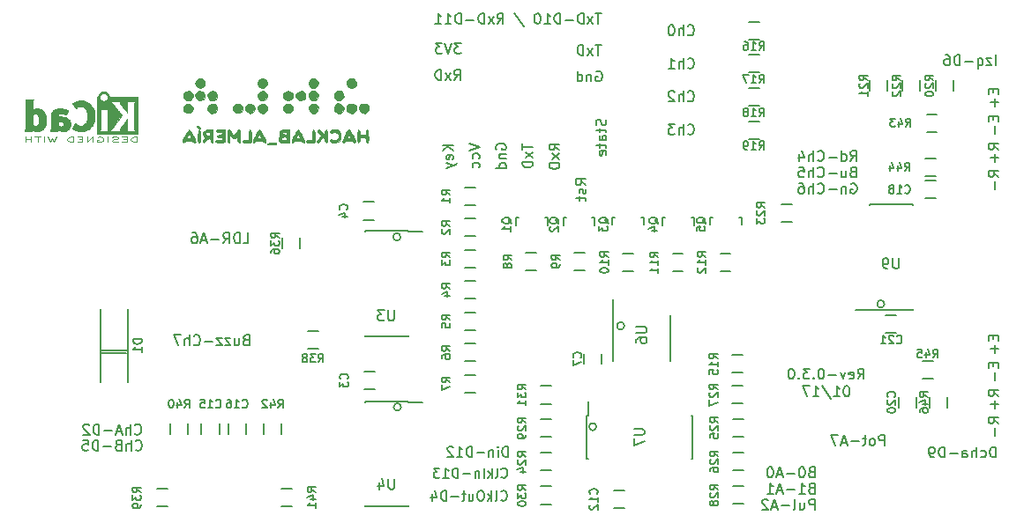
<source format=gbo>
G04 #@! TF.GenerationSoftware,KiCad,Pcbnew,no-vcs-found-7434~57~ubuntu14.04.1*
G04 #@! TF.CreationDate,2017-01-14T20:19:08+01:00*
G04 #@! TF.ProjectId,Nano_PB,4E616E6F5F50422E6B696361645F7063,rev?*
G04 #@! TF.FileFunction,Legend,Bot*
G04 #@! TF.FilePolarity,Positive*
%FSLAX46Y46*%
G04 Gerber Fmt 4.6, Leading zero omitted, Abs format (unit mm)*
G04 Created by KiCad (PCBNEW no-vcs-found-7434~57~ubuntu14.04.1) date Sat Jan 14 20:19:08 2017*
%MOMM*%
%LPD*%
G01*
G04 APERTURE LIST*
%ADD10C,0.100000*%
%ADD11C,0.150000*%
%ADD12C,0.152400*%
%ADD13C,0.010000*%
%ADD14C,0.125000*%
G04 APERTURE END LIST*
D10*
D11*
X133356191Y-73762380D02*
X133356191Y-72762380D01*
X132975238Y-72762380D01*
X132880000Y-72810000D01*
X132832381Y-72857619D01*
X132784762Y-72952857D01*
X132784762Y-73095714D01*
X132832381Y-73190952D01*
X132880000Y-73238571D01*
X132975238Y-73286190D01*
X133356191Y-73286190D01*
X131927619Y-73095714D02*
X131927619Y-73762380D01*
X132356191Y-73095714D02*
X132356191Y-73619523D01*
X132308571Y-73714761D01*
X132213333Y-73762380D01*
X132070476Y-73762380D01*
X131975238Y-73714761D01*
X131927619Y-73667142D01*
X131308571Y-73762380D02*
X131403810Y-73714761D01*
X131451429Y-73619523D01*
X131451429Y-72762380D01*
X130927619Y-73381428D02*
X130165714Y-73381428D01*
X129737143Y-73476666D02*
X129260952Y-73476666D01*
X129832381Y-73762380D02*
X129499048Y-72762380D01*
X129165714Y-73762380D01*
X128880000Y-72857619D02*
X128832381Y-72810000D01*
X128737143Y-72762380D01*
X128499048Y-72762380D01*
X128403810Y-72810000D01*
X128356191Y-72857619D01*
X128308571Y-72952857D01*
X128308571Y-73048095D01*
X128356191Y-73190952D01*
X128927619Y-73762380D01*
X128308571Y-73762380D01*
X133022857Y-71683571D02*
X132880000Y-71731190D01*
X132832381Y-71778809D01*
X132784762Y-71874047D01*
X132784762Y-72016904D01*
X132832381Y-72112142D01*
X132880000Y-72159761D01*
X132975238Y-72207380D01*
X133356190Y-72207380D01*
X133356190Y-71207380D01*
X133022857Y-71207380D01*
X132927619Y-71255000D01*
X132880000Y-71302619D01*
X132832381Y-71397857D01*
X132832381Y-71493095D01*
X132880000Y-71588333D01*
X132927619Y-71635952D01*
X133022857Y-71683571D01*
X133356190Y-71683571D01*
X131832381Y-72207380D02*
X132403809Y-72207380D01*
X132118095Y-72207380D02*
X132118095Y-71207380D01*
X132213333Y-71350238D01*
X132308571Y-71445476D01*
X132403809Y-71493095D01*
X131403809Y-71826428D02*
X130641905Y-71826428D01*
X130213333Y-71921666D02*
X129737143Y-71921666D01*
X130308571Y-72207380D02*
X129975238Y-71207380D01*
X129641905Y-72207380D01*
X128784762Y-72207380D02*
X129356190Y-72207380D01*
X129070476Y-72207380D02*
X129070476Y-71207380D01*
X129165714Y-71350238D01*
X129260952Y-71445476D01*
X129356190Y-71493095D01*
X133022857Y-70128571D02*
X132880000Y-70176190D01*
X132832381Y-70223809D01*
X132784762Y-70319047D01*
X132784762Y-70461904D01*
X132832381Y-70557142D01*
X132880000Y-70604761D01*
X132975238Y-70652380D01*
X133356190Y-70652380D01*
X133356190Y-69652380D01*
X133022857Y-69652380D01*
X132927619Y-69700000D01*
X132880000Y-69747619D01*
X132832381Y-69842857D01*
X132832381Y-69938095D01*
X132880000Y-70033333D01*
X132927619Y-70080952D01*
X133022857Y-70128571D01*
X133356190Y-70128571D01*
X132165714Y-69652380D02*
X132070476Y-69652380D01*
X131975238Y-69700000D01*
X131927619Y-69747619D01*
X131880000Y-69842857D01*
X131832381Y-70033333D01*
X131832381Y-70271428D01*
X131880000Y-70461904D01*
X131927619Y-70557142D01*
X131975238Y-70604761D01*
X132070476Y-70652380D01*
X132165714Y-70652380D01*
X132260952Y-70604761D01*
X132308571Y-70557142D01*
X132356190Y-70461904D01*
X132403809Y-70271428D01*
X132403809Y-70033333D01*
X132356190Y-69842857D01*
X132308571Y-69747619D01*
X132260952Y-69700000D01*
X132165714Y-69652380D01*
X131403809Y-70271428D02*
X130641905Y-70271428D01*
X130213333Y-70366666D02*
X129737143Y-70366666D01*
X130308571Y-70652380D02*
X129975238Y-69652380D01*
X129641905Y-70652380D01*
X129118095Y-69652380D02*
X129022857Y-69652380D01*
X128927619Y-69700000D01*
X128880000Y-69747619D01*
X128832381Y-69842857D01*
X128784762Y-70033333D01*
X128784762Y-70271428D01*
X128832381Y-70461904D01*
X128880000Y-70557142D01*
X128927619Y-70604761D01*
X129022857Y-70652380D01*
X129118095Y-70652380D01*
X129213333Y-70604761D01*
X129260952Y-70557142D01*
X129308571Y-70461904D01*
X129356190Y-70271428D01*
X129356190Y-70033333D01*
X129308571Y-69842857D01*
X129260952Y-69747619D01*
X129213333Y-69700000D01*
X129118095Y-69652380D01*
X112873809Y-26032380D02*
X112302380Y-26032380D01*
X112588095Y-27032380D02*
X112588095Y-26032380D01*
X112064285Y-27032380D02*
X111540476Y-26365714D01*
X112064285Y-26365714D02*
X111540476Y-27032380D01*
X111159523Y-27032380D02*
X111159523Y-26032380D01*
X110921428Y-26032380D01*
X110778571Y-26080000D01*
X110683333Y-26175238D01*
X110635714Y-26270476D01*
X110588095Y-26460952D01*
X110588095Y-26603809D01*
X110635714Y-26794285D01*
X110683333Y-26889523D01*
X110778571Y-26984761D01*
X110921428Y-27032380D01*
X111159523Y-27032380D01*
X110159523Y-26651428D02*
X109397619Y-26651428D01*
X108921428Y-27032380D02*
X108921428Y-26032380D01*
X108683333Y-26032380D01*
X108540476Y-26080000D01*
X108445238Y-26175238D01*
X108397619Y-26270476D01*
X108350000Y-26460952D01*
X108350000Y-26603809D01*
X108397619Y-26794285D01*
X108445238Y-26889523D01*
X108540476Y-26984761D01*
X108683333Y-27032380D01*
X108921428Y-27032380D01*
X107397619Y-27032380D02*
X107969047Y-27032380D01*
X107683333Y-27032380D02*
X107683333Y-26032380D01*
X107778571Y-26175238D01*
X107873809Y-26270476D01*
X107969047Y-26318095D01*
X106778571Y-26032380D02*
X106683333Y-26032380D01*
X106588095Y-26080000D01*
X106540476Y-26127619D01*
X106492857Y-26222857D01*
X106445238Y-26413333D01*
X106445238Y-26651428D01*
X106492857Y-26841904D01*
X106540476Y-26937142D01*
X106588095Y-26984761D01*
X106683333Y-27032380D01*
X106778571Y-27032380D01*
X106873809Y-26984761D01*
X106921428Y-26937142D01*
X106969047Y-26841904D01*
X107016666Y-26651428D01*
X107016666Y-26413333D01*
X106969047Y-26222857D01*
X106921428Y-26127619D01*
X106873809Y-26080000D01*
X106778571Y-26032380D01*
X104540476Y-25984761D02*
X105397619Y-27270476D01*
X102873809Y-27032380D02*
X103207142Y-26556190D01*
X103445238Y-27032380D02*
X103445238Y-26032380D01*
X103064285Y-26032380D01*
X102969047Y-26080000D01*
X102921428Y-26127619D01*
X102873809Y-26222857D01*
X102873809Y-26365714D01*
X102921428Y-26460952D01*
X102969047Y-26508571D01*
X103064285Y-26556190D01*
X103445238Y-26556190D01*
X102540476Y-27032380D02*
X102016666Y-26365714D01*
X102540476Y-26365714D02*
X102016666Y-27032380D01*
X101635714Y-27032380D02*
X101635714Y-26032380D01*
X101397619Y-26032380D01*
X101254761Y-26080000D01*
X101159523Y-26175238D01*
X101111904Y-26270476D01*
X101064285Y-26460952D01*
X101064285Y-26603809D01*
X101111904Y-26794285D01*
X101159523Y-26889523D01*
X101254761Y-26984761D01*
X101397619Y-27032380D01*
X101635714Y-27032380D01*
X100635714Y-26651428D02*
X99873809Y-26651428D01*
X99397619Y-27032380D02*
X99397619Y-26032380D01*
X99159523Y-26032380D01*
X99016666Y-26080000D01*
X98921428Y-26175238D01*
X98873809Y-26270476D01*
X98826190Y-26460952D01*
X98826190Y-26603809D01*
X98873809Y-26794285D01*
X98921428Y-26889523D01*
X99016666Y-26984761D01*
X99159523Y-27032380D01*
X99397619Y-27032380D01*
X97873809Y-27032380D02*
X98445238Y-27032380D01*
X98159523Y-27032380D02*
X98159523Y-26032380D01*
X98254761Y-26175238D01*
X98350000Y-26270476D01*
X98445238Y-26318095D01*
X96921428Y-27032380D02*
X97492857Y-27032380D01*
X97207142Y-27032380D02*
X97207142Y-26032380D01*
X97302380Y-26175238D01*
X97397619Y-26270476D01*
X97492857Y-26318095D01*
X112372857Y-31620000D02*
X112468095Y-31572380D01*
X112610952Y-31572380D01*
X112753809Y-31620000D01*
X112849047Y-31715238D01*
X112896666Y-31810476D01*
X112944285Y-32000952D01*
X112944285Y-32143809D01*
X112896666Y-32334285D01*
X112849047Y-32429523D01*
X112753809Y-32524761D01*
X112610952Y-32572380D01*
X112515714Y-32572380D01*
X112372857Y-32524761D01*
X112325238Y-32477142D01*
X112325238Y-32143809D01*
X112515714Y-32143809D01*
X111896666Y-31905714D02*
X111896666Y-32572380D01*
X111896666Y-32000952D02*
X111849047Y-31953333D01*
X111753809Y-31905714D01*
X111610952Y-31905714D01*
X111515714Y-31953333D01*
X111468095Y-32048571D01*
X111468095Y-32572380D01*
X110563333Y-32572380D02*
X110563333Y-31572380D01*
X110563333Y-32524761D02*
X110658571Y-32572380D01*
X110849047Y-32572380D01*
X110944285Y-32524761D01*
X110991904Y-32477142D01*
X111039523Y-32381904D01*
X111039523Y-32096190D01*
X110991904Y-32000952D01*
X110944285Y-31953333D01*
X110849047Y-31905714D01*
X110658571Y-31905714D01*
X110563333Y-31953333D01*
X98735238Y-32452380D02*
X99068571Y-31976190D01*
X99306666Y-32452380D02*
X99306666Y-31452380D01*
X98925714Y-31452380D01*
X98830476Y-31500000D01*
X98782857Y-31547619D01*
X98735238Y-31642857D01*
X98735238Y-31785714D01*
X98782857Y-31880952D01*
X98830476Y-31928571D01*
X98925714Y-31976190D01*
X99306666Y-31976190D01*
X98401904Y-32452380D02*
X97878095Y-31785714D01*
X98401904Y-31785714D02*
X97878095Y-32452380D01*
X97497142Y-32452380D02*
X97497142Y-31452380D01*
X97259047Y-31452380D01*
X97116190Y-31500000D01*
X97020952Y-31595238D01*
X96973333Y-31690476D01*
X96925714Y-31880952D01*
X96925714Y-32023809D01*
X96973333Y-32214285D01*
X97020952Y-32309523D01*
X97116190Y-32404761D01*
X97259047Y-32452380D01*
X97497142Y-32452380D01*
X112860476Y-29042380D02*
X112289047Y-29042380D01*
X112574761Y-30042380D02*
X112574761Y-29042380D01*
X112050952Y-30042380D02*
X111527142Y-29375714D01*
X112050952Y-29375714D02*
X111527142Y-30042380D01*
X111146190Y-30042380D02*
X111146190Y-29042380D01*
X110908095Y-29042380D01*
X110765238Y-29090000D01*
X110670000Y-29185238D01*
X110622380Y-29280476D01*
X110574761Y-29470952D01*
X110574761Y-29613809D01*
X110622380Y-29804285D01*
X110670000Y-29899523D01*
X110765238Y-29994761D01*
X110908095Y-30042380D01*
X111146190Y-30042380D01*
X99401904Y-28882380D02*
X98782856Y-28882380D01*
X99116189Y-29263333D01*
X98973332Y-29263333D01*
X98878094Y-29310952D01*
X98830475Y-29358571D01*
X98782856Y-29453809D01*
X98782856Y-29691904D01*
X98830475Y-29787142D01*
X98878094Y-29834761D01*
X98973332Y-29882380D01*
X99259047Y-29882380D01*
X99354285Y-29834761D01*
X99401904Y-29787142D01*
X98497142Y-28882380D02*
X98163809Y-29882380D01*
X97830475Y-28882380D01*
X97592380Y-28882380D02*
X96973332Y-28882380D01*
X97306666Y-29263333D01*
X97163809Y-29263333D01*
X97068570Y-29310952D01*
X97020951Y-29358571D01*
X96973332Y-29453809D01*
X96973332Y-29691904D01*
X97020951Y-29787142D01*
X97068570Y-29834761D01*
X97163809Y-29882380D01*
X97449523Y-29882380D01*
X97544761Y-29834761D01*
X97592380Y-29787142D01*
X150727380Y-31027380D02*
X150727380Y-30027380D01*
X150346428Y-30360714D02*
X149822619Y-30360714D01*
X150346428Y-31027380D01*
X149822619Y-31027380D01*
X149013095Y-30360714D02*
X149013095Y-31360714D01*
X149013095Y-30979761D02*
X149108333Y-31027380D01*
X149298809Y-31027380D01*
X149394047Y-30979761D01*
X149441666Y-30932142D01*
X149489285Y-30836904D01*
X149489285Y-30551190D01*
X149441666Y-30455952D01*
X149394047Y-30408333D01*
X149298809Y-30360714D01*
X149108333Y-30360714D01*
X149013095Y-30408333D01*
X148536904Y-30646428D02*
X147775000Y-30646428D01*
X147298809Y-31027380D02*
X147298809Y-30027380D01*
X147060714Y-30027380D01*
X146917857Y-30075000D01*
X146822619Y-30170238D01*
X146775000Y-30265476D01*
X146727380Y-30455952D01*
X146727380Y-30598809D01*
X146775000Y-30789285D01*
X146822619Y-30884523D01*
X146917857Y-30979761D01*
X147060714Y-31027380D01*
X147298809Y-31027380D01*
X145870238Y-30027380D02*
X146060714Y-30027380D01*
X146155952Y-30075000D01*
X146203571Y-30122619D01*
X146298809Y-30265476D01*
X146346428Y-30455952D01*
X146346428Y-30836904D01*
X146298809Y-30932142D01*
X146251190Y-30979761D01*
X146155952Y-31027380D01*
X145965476Y-31027380D01*
X145870238Y-30979761D01*
X145822619Y-30932142D01*
X145775000Y-30836904D01*
X145775000Y-30598809D01*
X145822619Y-30503571D01*
X145870238Y-30455952D01*
X145965476Y-30408333D01*
X146155952Y-30408333D01*
X146251190Y-30455952D01*
X146298809Y-30503571D01*
X146346428Y-30598809D01*
X150740476Y-68727380D02*
X150740476Y-67727380D01*
X150502380Y-67727380D01*
X150359523Y-67775000D01*
X150264285Y-67870238D01*
X150216666Y-67965476D01*
X150169047Y-68155952D01*
X150169047Y-68298809D01*
X150216666Y-68489285D01*
X150264285Y-68584523D01*
X150359523Y-68679761D01*
X150502380Y-68727380D01*
X150740476Y-68727380D01*
X149311904Y-68679761D02*
X149407142Y-68727380D01*
X149597619Y-68727380D01*
X149692857Y-68679761D01*
X149740476Y-68632142D01*
X149788095Y-68536904D01*
X149788095Y-68251190D01*
X149740476Y-68155952D01*
X149692857Y-68108333D01*
X149597619Y-68060714D01*
X149407142Y-68060714D01*
X149311904Y-68108333D01*
X148883333Y-68727380D02*
X148883333Y-67727380D01*
X148454761Y-68727380D02*
X148454761Y-68203571D01*
X148502380Y-68108333D01*
X148597619Y-68060714D01*
X148740476Y-68060714D01*
X148835714Y-68108333D01*
X148883333Y-68155952D01*
X147550000Y-68727380D02*
X147550000Y-68203571D01*
X147597619Y-68108333D01*
X147692857Y-68060714D01*
X147883333Y-68060714D01*
X147978571Y-68108333D01*
X147550000Y-68679761D02*
X147645238Y-68727380D01*
X147883333Y-68727380D01*
X147978571Y-68679761D01*
X148026190Y-68584523D01*
X148026190Y-68489285D01*
X147978571Y-68394047D01*
X147883333Y-68346428D01*
X147645238Y-68346428D01*
X147550000Y-68298809D01*
X147073809Y-68346428D02*
X146311904Y-68346428D01*
X145835714Y-68727380D02*
X145835714Y-67727380D01*
X145597619Y-67727380D01*
X145454761Y-67775000D01*
X145359523Y-67870238D01*
X145311904Y-67965476D01*
X145264285Y-68155952D01*
X145264285Y-68298809D01*
X145311904Y-68489285D01*
X145359523Y-68584523D01*
X145454761Y-68679761D01*
X145597619Y-68727380D01*
X145835714Y-68727380D01*
X144788095Y-68727380D02*
X144597619Y-68727380D01*
X144502380Y-68679761D01*
X144454761Y-68632142D01*
X144359523Y-68489285D01*
X144311904Y-68298809D01*
X144311904Y-67917857D01*
X144359523Y-67822619D01*
X144407142Y-67775000D01*
X144502380Y-67727380D01*
X144692857Y-67727380D01*
X144788095Y-67775000D01*
X144835714Y-67822619D01*
X144883333Y-67917857D01*
X144883333Y-68155952D01*
X144835714Y-68251190D01*
X144788095Y-68298809D01*
X144692857Y-68346428D01*
X144502380Y-68346428D01*
X144407142Y-68298809D01*
X144359523Y-68251190D01*
X144311904Y-68155952D01*
X151027380Y-65465474D02*
X150551190Y-65132140D01*
X151027380Y-64894045D02*
X150027380Y-64894045D01*
X150027380Y-65274998D01*
X150075000Y-65370236D01*
X150122619Y-65417855D01*
X150217857Y-65465474D01*
X150360714Y-65465474D01*
X150455952Y-65417855D01*
X150503571Y-65370236D01*
X150551190Y-65274998D01*
X150551190Y-64894045D01*
X150646428Y-65894045D02*
X150646428Y-66655950D01*
X150503571Y-59658332D02*
X150503571Y-59991666D01*
X151027380Y-60134523D02*
X151027380Y-59658332D01*
X150027380Y-59658332D01*
X150027380Y-60134523D01*
X150646428Y-60563094D02*
X150646428Y-61324999D01*
X151027380Y-62823808D02*
X150551190Y-62490474D01*
X151027380Y-62252379D02*
X150027380Y-62252379D01*
X150027380Y-62633332D01*
X150075000Y-62728570D01*
X150122619Y-62776189D01*
X150217857Y-62823808D01*
X150360714Y-62823808D01*
X150455952Y-62776189D01*
X150503571Y-62728570D01*
X150551190Y-62633332D01*
X150551190Y-62252379D01*
X150646428Y-63252379D02*
X150646428Y-64014284D01*
X151027380Y-63633332D02*
X150265476Y-63633332D01*
X150503571Y-57016666D02*
X150503571Y-57350000D01*
X151027380Y-57492857D02*
X151027380Y-57016666D01*
X150027380Y-57016666D01*
X150027380Y-57492857D01*
X150646428Y-57921428D02*
X150646428Y-58683333D01*
X151027380Y-58302380D02*
X150265476Y-58302380D01*
X151027380Y-41765474D02*
X150551190Y-41432140D01*
X151027380Y-41194045D02*
X150027380Y-41194045D01*
X150027380Y-41574998D01*
X150075000Y-41670236D01*
X150122619Y-41717855D01*
X150217857Y-41765474D01*
X150360714Y-41765474D01*
X150455952Y-41717855D01*
X150503571Y-41670236D01*
X150551190Y-41574998D01*
X150551190Y-41194045D01*
X150646428Y-42194045D02*
X150646428Y-42955950D01*
X151027380Y-39123808D02*
X150551190Y-38790474D01*
X151027380Y-38552379D02*
X150027380Y-38552379D01*
X150027380Y-38933332D01*
X150075000Y-39028570D01*
X150122619Y-39076189D01*
X150217857Y-39123808D01*
X150360714Y-39123808D01*
X150455952Y-39076189D01*
X150503571Y-39028570D01*
X150551190Y-38933332D01*
X150551190Y-38552379D01*
X150646428Y-39552379D02*
X150646428Y-40314284D01*
X151027380Y-39933332D02*
X150265476Y-39933332D01*
X150503571Y-35958332D02*
X150503571Y-36291666D01*
X151027380Y-36434523D02*
X151027380Y-35958332D01*
X150027380Y-35958332D01*
X150027380Y-36434523D01*
X150646428Y-36863094D02*
X150646428Y-37624999D01*
X121159047Y-28057142D02*
X121206666Y-28104761D01*
X121349523Y-28152380D01*
X121444761Y-28152380D01*
X121587619Y-28104761D01*
X121682857Y-28009523D01*
X121730476Y-27914285D01*
X121778095Y-27723809D01*
X121778095Y-27580952D01*
X121730476Y-27390476D01*
X121682857Y-27295238D01*
X121587619Y-27200000D01*
X121444761Y-27152380D01*
X121349523Y-27152380D01*
X121206666Y-27200000D01*
X121159047Y-27247619D01*
X120730476Y-28152380D02*
X120730476Y-27152380D01*
X120301904Y-28152380D02*
X120301904Y-27628571D01*
X120349523Y-27533333D01*
X120444761Y-27485714D01*
X120587619Y-27485714D01*
X120682857Y-27533333D01*
X120730476Y-27580952D01*
X119635238Y-27152380D02*
X119540000Y-27152380D01*
X119444761Y-27200000D01*
X119397142Y-27247619D01*
X119349523Y-27342857D01*
X119301904Y-27533333D01*
X119301904Y-27771428D01*
X119349523Y-27961904D01*
X119397142Y-28057142D01*
X119444761Y-28104761D01*
X119540000Y-28152380D01*
X119635238Y-28152380D01*
X119730476Y-28104761D01*
X119778095Y-28057142D01*
X119825714Y-27961904D01*
X119873333Y-27771428D01*
X119873333Y-27533333D01*
X119825714Y-27342857D01*
X119778095Y-27247619D01*
X119730476Y-27200000D01*
X119635238Y-27152380D01*
X121159047Y-31232142D02*
X121206666Y-31279761D01*
X121349523Y-31327380D01*
X121444761Y-31327380D01*
X121587619Y-31279761D01*
X121682857Y-31184523D01*
X121730476Y-31089285D01*
X121778095Y-30898809D01*
X121778095Y-30755952D01*
X121730476Y-30565476D01*
X121682857Y-30470238D01*
X121587619Y-30375000D01*
X121444761Y-30327380D01*
X121349523Y-30327380D01*
X121206666Y-30375000D01*
X121159047Y-30422619D01*
X120730476Y-31327380D02*
X120730476Y-30327380D01*
X120301904Y-31327380D02*
X120301904Y-30803571D01*
X120349523Y-30708333D01*
X120444761Y-30660714D01*
X120587619Y-30660714D01*
X120682857Y-30708333D01*
X120730476Y-30755952D01*
X119301904Y-31327380D02*
X119873333Y-31327380D01*
X119587619Y-31327380D02*
X119587619Y-30327380D01*
X119682857Y-30470238D01*
X119778095Y-30565476D01*
X119873333Y-30613095D01*
X121159047Y-34407142D02*
X121206666Y-34454761D01*
X121349523Y-34502380D01*
X121444761Y-34502380D01*
X121587619Y-34454761D01*
X121682857Y-34359523D01*
X121730476Y-34264285D01*
X121778095Y-34073809D01*
X121778095Y-33930952D01*
X121730476Y-33740476D01*
X121682857Y-33645238D01*
X121587619Y-33550000D01*
X121444761Y-33502380D01*
X121349523Y-33502380D01*
X121206666Y-33550000D01*
X121159047Y-33597619D01*
X120730476Y-34502380D02*
X120730476Y-33502380D01*
X120301904Y-34502380D02*
X120301904Y-33978571D01*
X120349523Y-33883333D01*
X120444761Y-33835714D01*
X120587619Y-33835714D01*
X120682857Y-33883333D01*
X120730476Y-33930952D01*
X119873333Y-33597619D02*
X119825714Y-33550000D01*
X119730476Y-33502380D01*
X119492380Y-33502380D01*
X119397142Y-33550000D01*
X119349523Y-33597619D01*
X119301904Y-33692857D01*
X119301904Y-33788095D01*
X119349523Y-33930952D01*
X119920952Y-34502380D01*
X119301904Y-34502380D01*
X121159047Y-37582142D02*
X121206666Y-37629761D01*
X121349523Y-37677380D01*
X121444761Y-37677380D01*
X121587619Y-37629761D01*
X121682857Y-37534523D01*
X121730476Y-37439285D01*
X121778095Y-37248809D01*
X121778095Y-37105952D01*
X121730476Y-36915476D01*
X121682857Y-36820238D01*
X121587619Y-36725000D01*
X121444761Y-36677380D01*
X121349523Y-36677380D01*
X121206666Y-36725000D01*
X121159047Y-36772619D01*
X120730476Y-37677380D02*
X120730476Y-36677380D01*
X120301904Y-37677380D02*
X120301904Y-37153571D01*
X120349523Y-37058333D01*
X120444761Y-37010714D01*
X120587619Y-37010714D01*
X120682857Y-37058333D01*
X120730476Y-37105952D01*
X119920952Y-36677380D02*
X119301904Y-36677380D01*
X119635238Y-37058333D01*
X119492380Y-37058333D01*
X119397142Y-37105952D01*
X119349523Y-37153571D01*
X119301904Y-37248809D01*
X119301904Y-37486904D01*
X119349523Y-37582142D01*
X119397142Y-37629761D01*
X119492380Y-37677380D01*
X119778095Y-37677380D01*
X119873333Y-37629761D01*
X119920952Y-37582142D01*
X136460000Y-61857380D02*
X136364761Y-61857380D01*
X136269523Y-61905000D01*
X136221904Y-61952619D01*
X136174285Y-62047857D01*
X136126666Y-62238333D01*
X136126666Y-62476428D01*
X136174285Y-62666904D01*
X136221904Y-62762142D01*
X136269523Y-62809761D01*
X136364761Y-62857380D01*
X136460000Y-62857380D01*
X136555238Y-62809761D01*
X136602857Y-62762142D01*
X136650476Y-62666904D01*
X136698095Y-62476428D01*
X136698095Y-62238333D01*
X136650476Y-62047857D01*
X136602857Y-61952619D01*
X136555238Y-61905000D01*
X136460000Y-61857380D01*
X135174285Y-62857380D02*
X135745714Y-62857380D01*
X135460000Y-62857380D02*
X135460000Y-61857380D01*
X135555238Y-62000238D01*
X135650476Y-62095476D01*
X135745714Y-62143095D01*
X134031428Y-61809761D02*
X134888571Y-63095476D01*
X133174285Y-62857380D02*
X133745714Y-62857380D01*
X133460000Y-62857380D02*
X133460000Y-61857380D01*
X133555238Y-62000238D01*
X133650476Y-62095476D01*
X133745714Y-62143095D01*
X132840952Y-61857380D02*
X132174285Y-61857380D01*
X132602857Y-62857380D01*
X137483809Y-61187380D02*
X137817142Y-60711190D01*
X138055238Y-61187380D02*
X138055238Y-60187380D01*
X137674285Y-60187380D01*
X137579047Y-60235000D01*
X137531428Y-60282619D01*
X137483809Y-60377857D01*
X137483809Y-60520714D01*
X137531428Y-60615952D01*
X137579047Y-60663571D01*
X137674285Y-60711190D01*
X138055238Y-60711190D01*
X136674285Y-61139761D02*
X136769523Y-61187380D01*
X136960000Y-61187380D01*
X137055238Y-61139761D01*
X137102857Y-61044523D01*
X137102857Y-60663571D01*
X137055238Y-60568333D01*
X136960000Y-60520714D01*
X136769523Y-60520714D01*
X136674285Y-60568333D01*
X136626666Y-60663571D01*
X136626666Y-60758809D01*
X137102857Y-60854047D01*
X136293333Y-60520714D02*
X136055238Y-61187380D01*
X135817142Y-60520714D01*
X135436190Y-60806428D02*
X134674285Y-60806428D01*
X134007619Y-60187380D02*
X133912380Y-60187380D01*
X133817142Y-60235000D01*
X133769523Y-60282619D01*
X133721904Y-60377857D01*
X133674285Y-60568333D01*
X133674285Y-60806428D01*
X133721904Y-60996904D01*
X133769523Y-61092142D01*
X133817142Y-61139761D01*
X133912380Y-61187380D01*
X134007619Y-61187380D01*
X134102857Y-61139761D01*
X134150476Y-61092142D01*
X134198095Y-60996904D01*
X134245714Y-60806428D01*
X134245714Y-60568333D01*
X134198095Y-60377857D01*
X134150476Y-60282619D01*
X134102857Y-60235000D01*
X134007619Y-60187380D01*
X133245714Y-61092142D02*
X133198095Y-61139761D01*
X133245714Y-61187380D01*
X133293333Y-61139761D01*
X133245714Y-61092142D01*
X133245714Y-61187380D01*
X132864761Y-60187380D02*
X132245714Y-60187380D01*
X132579047Y-60568333D01*
X132436190Y-60568333D01*
X132340952Y-60615952D01*
X132293333Y-60663571D01*
X132245714Y-60758809D01*
X132245714Y-60996904D01*
X132293333Y-61092142D01*
X132340952Y-61139761D01*
X132436190Y-61187380D01*
X132721904Y-61187380D01*
X132817142Y-61139761D01*
X132864761Y-61092142D01*
X131817142Y-61092142D02*
X131769523Y-61139761D01*
X131817142Y-61187380D01*
X131864761Y-61139761D01*
X131817142Y-61092142D01*
X131817142Y-61187380D01*
X131150476Y-60187380D02*
X131055238Y-60187380D01*
X130960000Y-60235000D01*
X130912380Y-60282619D01*
X130864761Y-60377857D01*
X130817142Y-60568333D01*
X130817142Y-60806428D01*
X130864761Y-60996904D01*
X130912380Y-61092142D01*
X130960000Y-61139761D01*
X131055238Y-61187380D01*
X131150476Y-61187380D01*
X131245714Y-61139761D01*
X131293333Y-61092142D01*
X131340952Y-60996904D01*
X131388571Y-60806428D01*
X131388571Y-60568333D01*
X131340952Y-60377857D01*
X131293333Y-60282619D01*
X131245714Y-60235000D01*
X131150476Y-60187380D01*
X78489285Y-48127380D02*
X78965476Y-48127380D01*
X78965476Y-47127380D01*
X78155952Y-48127380D02*
X78155952Y-47127380D01*
X77917857Y-47127380D01*
X77775000Y-47175000D01*
X77679761Y-47270238D01*
X77632142Y-47365476D01*
X77584523Y-47555952D01*
X77584523Y-47698809D01*
X77632142Y-47889285D01*
X77679761Y-47984523D01*
X77775000Y-48079761D01*
X77917857Y-48127380D01*
X78155952Y-48127380D01*
X76584523Y-48127380D02*
X76917857Y-47651190D01*
X77155952Y-48127380D02*
X77155952Y-47127380D01*
X76775000Y-47127380D01*
X76679761Y-47175000D01*
X76632142Y-47222619D01*
X76584523Y-47317857D01*
X76584523Y-47460714D01*
X76632142Y-47555952D01*
X76679761Y-47603571D01*
X76775000Y-47651190D01*
X77155952Y-47651190D01*
X76155952Y-47746428D02*
X75394047Y-47746428D01*
X74965476Y-47841666D02*
X74489285Y-47841666D01*
X75060714Y-48127380D02*
X74727380Y-47127380D01*
X74394047Y-48127380D01*
X73632142Y-47127380D02*
X73822619Y-47127380D01*
X73917857Y-47175000D01*
X73965476Y-47222619D01*
X74060714Y-47365476D01*
X74108333Y-47555952D01*
X74108333Y-47936904D01*
X74060714Y-48032142D01*
X74013095Y-48079761D01*
X73917857Y-48127380D01*
X73727380Y-48127380D01*
X73632142Y-48079761D01*
X73584523Y-48032142D01*
X73536904Y-47936904D01*
X73536904Y-47698809D01*
X73584523Y-47603571D01*
X73632142Y-47555952D01*
X73727380Y-47508333D01*
X73917857Y-47508333D01*
X74013095Y-47555952D01*
X74060714Y-47603571D01*
X74108333Y-47698809D01*
X150503571Y-33316666D02*
X150503571Y-33650000D01*
X151027380Y-33792857D02*
X151027380Y-33316666D01*
X150027380Y-33316666D01*
X150027380Y-33792857D01*
X150646428Y-34221428D02*
X150646428Y-34983333D01*
X151027380Y-34602380D02*
X150265476Y-34602380D01*
X113304761Y-36236904D02*
X113352380Y-36379761D01*
X113352380Y-36617857D01*
X113304761Y-36713095D01*
X113257142Y-36760714D01*
X113161904Y-36808333D01*
X113066666Y-36808333D01*
X112971428Y-36760714D01*
X112923809Y-36713095D01*
X112876190Y-36617857D01*
X112828571Y-36427380D01*
X112780952Y-36332142D01*
X112733333Y-36284523D01*
X112638095Y-36236904D01*
X112542857Y-36236904D01*
X112447619Y-36284523D01*
X112400000Y-36332142D01*
X112352380Y-36427380D01*
X112352380Y-36665476D01*
X112400000Y-36808333D01*
X112685714Y-37094047D02*
X112685714Y-37475000D01*
X112352380Y-37236904D02*
X113209523Y-37236904D01*
X113304761Y-37284523D01*
X113352380Y-37379761D01*
X113352380Y-37475000D01*
X113352380Y-38236904D02*
X112828571Y-38236904D01*
X112733333Y-38189285D01*
X112685714Y-38094047D01*
X112685714Y-37903571D01*
X112733333Y-37808333D01*
X113304761Y-38236904D02*
X113352380Y-38141666D01*
X113352380Y-37903571D01*
X113304761Y-37808333D01*
X113209523Y-37760714D01*
X113114285Y-37760714D01*
X113019047Y-37808333D01*
X112971428Y-37903571D01*
X112971428Y-38141666D01*
X112923809Y-38236904D01*
X112685714Y-38570238D02*
X112685714Y-38951190D01*
X112352380Y-38713095D02*
X113209523Y-38713095D01*
X113304761Y-38760714D01*
X113352380Y-38855952D01*
X113352380Y-38951190D01*
X113304761Y-39665476D02*
X113352380Y-39570238D01*
X113352380Y-39379761D01*
X113304761Y-39284523D01*
X113209523Y-39236904D01*
X112828571Y-39236904D01*
X112733333Y-39284523D01*
X112685714Y-39379761D01*
X112685714Y-39570238D01*
X112733333Y-39665476D01*
X112828571Y-39713095D01*
X112923809Y-39713095D01*
X113019047Y-39236904D01*
X98652380Y-38678571D02*
X97652380Y-38678571D01*
X98652380Y-39250000D02*
X98080952Y-38821428D01*
X97652380Y-39250000D02*
X98223809Y-38678571D01*
X98604761Y-40059523D02*
X98652380Y-39964285D01*
X98652380Y-39773809D01*
X98604761Y-39678571D01*
X98509523Y-39630952D01*
X98128571Y-39630952D01*
X98033333Y-39678571D01*
X97985714Y-39773809D01*
X97985714Y-39964285D01*
X98033333Y-40059523D01*
X98128571Y-40107142D01*
X98223809Y-40107142D01*
X98319047Y-39630952D01*
X97985714Y-40440476D02*
X98652380Y-40678571D01*
X97985714Y-40916666D02*
X98652380Y-40678571D01*
X98890476Y-40583333D01*
X98938095Y-40535714D01*
X98985714Y-40440476D01*
X100162380Y-38559523D02*
X101162380Y-38892857D01*
X100162380Y-39226190D01*
X101114761Y-39988095D02*
X101162380Y-39892857D01*
X101162380Y-39702380D01*
X101114761Y-39607142D01*
X101067142Y-39559523D01*
X100971904Y-39511904D01*
X100686190Y-39511904D01*
X100590952Y-39559523D01*
X100543333Y-39607142D01*
X100495714Y-39702380D01*
X100495714Y-39892857D01*
X100543333Y-39988095D01*
X101114761Y-40845238D02*
X101162380Y-40750000D01*
X101162380Y-40559523D01*
X101114761Y-40464285D01*
X101067142Y-40416666D01*
X100971904Y-40369047D01*
X100686190Y-40369047D01*
X100590952Y-40416666D01*
X100543333Y-40464285D01*
X100495714Y-40559523D01*
X100495714Y-40750000D01*
X100543333Y-40845238D01*
X102780000Y-39107142D02*
X102732380Y-39011904D01*
X102732380Y-38869047D01*
X102780000Y-38726190D01*
X102875238Y-38630952D01*
X102970476Y-38583333D01*
X103160952Y-38535714D01*
X103303809Y-38535714D01*
X103494285Y-38583333D01*
X103589523Y-38630952D01*
X103684761Y-38726190D01*
X103732380Y-38869047D01*
X103732380Y-38964285D01*
X103684761Y-39107142D01*
X103637142Y-39154761D01*
X103303809Y-39154761D01*
X103303809Y-38964285D01*
X103065714Y-39583333D02*
X103732380Y-39583333D01*
X103160952Y-39583333D02*
X103113333Y-39630952D01*
X103065714Y-39726190D01*
X103065714Y-39869047D01*
X103113333Y-39964285D01*
X103208571Y-40011904D01*
X103732380Y-40011904D01*
X103732380Y-40916666D02*
X102732380Y-40916666D01*
X103684761Y-40916666D02*
X103732380Y-40821428D01*
X103732380Y-40630952D01*
X103684761Y-40535714D01*
X103637142Y-40488095D01*
X103541904Y-40440476D01*
X103256190Y-40440476D01*
X103160952Y-40488095D01*
X103113333Y-40535714D01*
X103065714Y-40630952D01*
X103065714Y-40821428D01*
X103113333Y-40916666D01*
X105292380Y-38579523D02*
X105292380Y-39150952D01*
X106292380Y-38865238D02*
X105292380Y-38865238D01*
X106292380Y-39389047D02*
X105625714Y-39912857D01*
X105625714Y-39389047D02*
X106292380Y-39912857D01*
X106292380Y-40293809D02*
X105292380Y-40293809D01*
X105292380Y-40531904D01*
X105340000Y-40674761D01*
X105435238Y-40770000D01*
X105530476Y-40817619D01*
X105720952Y-40865238D01*
X105863809Y-40865238D01*
X106054285Y-40817619D01*
X106149523Y-40770000D01*
X106244761Y-40674761D01*
X106292380Y-40531904D01*
X106292380Y-40293809D01*
X108852380Y-39174761D02*
X108376190Y-38841428D01*
X108852380Y-38603333D02*
X107852380Y-38603333D01*
X107852380Y-38984285D01*
X107900000Y-39079523D01*
X107947619Y-39127142D01*
X108042857Y-39174761D01*
X108185714Y-39174761D01*
X108280952Y-39127142D01*
X108328571Y-39079523D01*
X108376190Y-38984285D01*
X108376190Y-38603333D01*
X108852380Y-39508095D02*
X108185714Y-40031904D01*
X108185714Y-39508095D02*
X108852380Y-40031904D01*
X108852380Y-40412857D02*
X107852380Y-40412857D01*
X107852380Y-40650952D01*
X107900000Y-40793809D01*
X107995238Y-40889047D01*
X108090476Y-40936666D01*
X108280952Y-40984285D01*
X108423809Y-40984285D01*
X108614285Y-40936666D01*
X108709523Y-40889047D01*
X108804761Y-40793809D01*
X108852380Y-40650952D01*
X108852380Y-40412857D01*
X111402380Y-42544047D02*
X110926190Y-42210714D01*
X111402380Y-41972619D02*
X110402380Y-41972619D01*
X110402380Y-42353571D01*
X110450000Y-42448809D01*
X110497619Y-42496428D01*
X110592857Y-42544047D01*
X110735714Y-42544047D01*
X110830952Y-42496428D01*
X110878571Y-42448809D01*
X110926190Y-42353571D01*
X110926190Y-41972619D01*
X111354761Y-42925000D02*
X111402380Y-43020238D01*
X111402380Y-43210714D01*
X111354761Y-43305952D01*
X111259523Y-43353571D01*
X111211904Y-43353571D01*
X111116666Y-43305952D01*
X111069047Y-43210714D01*
X111069047Y-43067857D01*
X111021428Y-42972619D01*
X110926190Y-42925000D01*
X110878571Y-42925000D01*
X110783333Y-42972619D01*
X110735714Y-43067857D01*
X110735714Y-43210714D01*
X110783333Y-43305952D01*
X110735714Y-43639285D02*
X110735714Y-44020238D01*
X110402380Y-43782142D02*
X111259523Y-43782142D01*
X111354761Y-43829761D01*
X111402380Y-43925000D01*
X111402380Y-44020238D01*
X68148095Y-67967142D02*
X68195714Y-68014761D01*
X68338571Y-68062380D01*
X68433809Y-68062380D01*
X68576666Y-68014761D01*
X68671904Y-67919523D01*
X68719523Y-67824285D01*
X68767142Y-67633809D01*
X68767142Y-67490952D01*
X68719523Y-67300476D01*
X68671904Y-67205238D01*
X68576666Y-67110000D01*
X68433809Y-67062380D01*
X68338571Y-67062380D01*
X68195714Y-67110000D01*
X68148095Y-67157619D01*
X67719523Y-68062380D02*
X67719523Y-67062380D01*
X67290952Y-68062380D02*
X67290952Y-67538571D01*
X67338571Y-67443333D01*
X67433809Y-67395714D01*
X67576666Y-67395714D01*
X67671904Y-67443333D01*
X67719523Y-67490952D01*
X66481428Y-67538571D02*
X66338571Y-67586190D01*
X66290952Y-67633809D01*
X66243333Y-67729047D01*
X66243333Y-67871904D01*
X66290952Y-67967142D01*
X66338571Y-68014761D01*
X66433809Y-68062380D01*
X66814761Y-68062380D01*
X66814761Y-67062380D01*
X66481428Y-67062380D01*
X66386190Y-67110000D01*
X66338571Y-67157619D01*
X66290952Y-67252857D01*
X66290952Y-67348095D01*
X66338571Y-67443333D01*
X66386190Y-67490952D01*
X66481428Y-67538571D01*
X66814761Y-67538571D01*
X65814761Y-67681428D02*
X65052857Y-67681428D01*
X64576666Y-68062380D02*
X64576666Y-67062380D01*
X64338571Y-67062380D01*
X64195714Y-67110000D01*
X64100476Y-67205238D01*
X64052857Y-67300476D01*
X64005238Y-67490952D01*
X64005238Y-67633809D01*
X64052857Y-67824285D01*
X64100476Y-67919523D01*
X64195714Y-68014761D01*
X64338571Y-68062380D01*
X64576666Y-68062380D01*
X63100476Y-67062380D02*
X63576666Y-67062380D01*
X63624285Y-67538571D01*
X63576666Y-67490952D01*
X63481428Y-67443333D01*
X63243333Y-67443333D01*
X63148095Y-67490952D01*
X63100476Y-67538571D01*
X63052857Y-67633809D01*
X63052857Y-67871904D01*
X63100476Y-67967142D01*
X63148095Y-68014761D01*
X63243333Y-68062380D01*
X63481428Y-68062380D01*
X63576666Y-68014761D01*
X63624285Y-67967142D01*
X68086666Y-66437142D02*
X68134285Y-66484761D01*
X68277142Y-66532380D01*
X68372380Y-66532380D01*
X68515238Y-66484761D01*
X68610476Y-66389523D01*
X68658095Y-66294285D01*
X68705714Y-66103809D01*
X68705714Y-65960952D01*
X68658095Y-65770476D01*
X68610476Y-65675238D01*
X68515238Y-65580000D01*
X68372380Y-65532380D01*
X68277142Y-65532380D01*
X68134285Y-65580000D01*
X68086666Y-65627619D01*
X67658095Y-66532380D02*
X67658095Y-65532380D01*
X67229523Y-66532380D02*
X67229523Y-66008571D01*
X67277142Y-65913333D01*
X67372380Y-65865714D01*
X67515238Y-65865714D01*
X67610476Y-65913333D01*
X67658095Y-65960952D01*
X66800952Y-66246666D02*
X66324761Y-66246666D01*
X66896190Y-66532380D02*
X66562857Y-65532380D01*
X66229523Y-66532380D01*
X65896190Y-66151428D02*
X65134285Y-66151428D01*
X64658095Y-66532380D02*
X64658095Y-65532380D01*
X64420000Y-65532380D01*
X64277142Y-65580000D01*
X64181904Y-65675238D01*
X64134285Y-65770476D01*
X64086666Y-65960952D01*
X64086666Y-66103809D01*
X64134285Y-66294285D01*
X64181904Y-66389523D01*
X64277142Y-66484761D01*
X64420000Y-66532380D01*
X64658095Y-66532380D01*
X63705714Y-65627619D02*
X63658095Y-65580000D01*
X63562857Y-65532380D01*
X63324761Y-65532380D01*
X63229523Y-65580000D01*
X63181904Y-65627619D01*
X63134285Y-65722857D01*
X63134285Y-65818095D01*
X63181904Y-65960952D01*
X63753333Y-66532380D01*
X63134285Y-66532380D01*
X103233571Y-72794285D02*
X103278809Y-72839523D01*
X103414523Y-72884761D01*
X103505000Y-72884761D01*
X103640714Y-72839523D01*
X103731190Y-72749047D01*
X103776428Y-72658571D01*
X103821666Y-72477619D01*
X103821666Y-72341904D01*
X103776428Y-72160952D01*
X103731190Y-72070476D01*
X103640714Y-71980000D01*
X103505000Y-71934761D01*
X103414523Y-71934761D01*
X103278809Y-71980000D01*
X103233571Y-72025238D01*
X102690714Y-72884761D02*
X102781190Y-72839523D01*
X102826428Y-72749047D01*
X102826428Y-71934761D01*
X102328809Y-72884761D02*
X102328809Y-71934761D01*
X102238333Y-72522857D02*
X101966904Y-72884761D01*
X101966904Y-72251428D02*
X102328809Y-72613333D01*
X101378809Y-71934761D02*
X101197857Y-71934761D01*
X101107380Y-71980000D01*
X101016904Y-72070476D01*
X100971666Y-72251428D01*
X100971666Y-72568095D01*
X101016904Y-72749047D01*
X101107380Y-72839523D01*
X101197857Y-72884761D01*
X101378809Y-72884761D01*
X101469285Y-72839523D01*
X101559761Y-72749047D01*
X101605000Y-72568095D01*
X101605000Y-72251428D01*
X101559761Y-72070476D01*
X101469285Y-71980000D01*
X101378809Y-71934761D01*
X100157380Y-72251428D02*
X100157380Y-72884761D01*
X100564523Y-72251428D02*
X100564523Y-72749047D01*
X100519285Y-72839523D01*
X100428809Y-72884761D01*
X100293095Y-72884761D01*
X100202619Y-72839523D01*
X100157380Y-72794285D01*
X99840714Y-72251428D02*
X99478809Y-72251428D01*
X99705000Y-71934761D02*
X99705000Y-72749047D01*
X99659761Y-72839523D01*
X99569285Y-72884761D01*
X99478809Y-72884761D01*
X99162142Y-72522857D02*
X98438333Y-72522857D01*
X97985952Y-72884761D02*
X97985952Y-71934761D01*
X97759761Y-71934761D01*
X97624047Y-71980000D01*
X97533571Y-72070476D01*
X97488333Y-72160952D01*
X97443095Y-72341904D01*
X97443095Y-72477619D01*
X97488333Y-72658571D01*
X97533571Y-72749047D01*
X97624047Y-72839523D01*
X97759761Y-72884761D01*
X97985952Y-72884761D01*
X96628809Y-72251428D02*
X96628809Y-72884761D01*
X96855000Y-71889523D02*
X97081190Y-72568095D01*
X96493095Y-72568095D01*
X103273095Y-70604285D02*
X103318333Y-70649523D01*
X103454047Y-70694761D01*
X103544523Y-70694761D01*
X103680238Y-70649523D01*
X103770714Y-70559047D01*
X103815952Y-70468571D01*
X103861190Y-70287619D01*
X103861190Y-70151904D01*
X103815952Y-69970952D01*
X103770714Y-69880476D01*
X103680238Y-69790000D01*
X103544523Y-69744761D01*
X103454047Y-69744761D01*
X103318333Y-69790000D01*
X103273095Y-69835238D01*
X102730238Y-70694761D02*
X102820714Y-70649523D01*
X102865952Y-70559047D01*
X102865952Y-69744761D01*
X102368333Y-70694761D02*
X102368333Y-69744761D01*
X102277857Y-70332857D02*
X102006428Y-70694761D01*
X102006428Y-70061428D02*
X102368333Y-70423333D01*
X101599285Y-70694761D02*
X101599285Y-69744761D01*
X101146904Y-70061428D02*
X101146904Y-70694761D01*
X101146904Y-70151904D02*
X101101666Y-70106666D01*
X101011190Y-70061428D01*
X100875476Y-70061428D01*
X100785000Y-70106666D01*
X100739761Y-70197142D01*
X100739761Y-70694761D01*
X100287380Y-70332857D02*
X99563571Y-70332857D01*
X99111190Y-70694761D02*
X99111190Y-69744761D01*
X98885000Y-69744761D01*
X98749285Y-69790000D01*
X98658809Y-69880476D01*
X98613571Y-69970952D01*
X98568333Y-70151904D01*
X98568333Y-70287619D01*
X98613571Y-70468571D01*
X98658809Y-70559047D01*
X98749285Y-70649523D01*
X98885000Y-70694761D01*
X99111190Y-70694761D01*
X97663571Y-70694761D02*
X98206428Y-70694761D01*
X97935000Y-70694761D02*
X97935000Y-69744761D01*
X98025476Y-69880476D01*
X98115952Y-69970952D01*
X98206428Y-70016190D01*
X97346904Y-69744761D02*
X96758809Y-69744761D01*
X97075476Y-70106666D01*
X96939761Y-70106666D01*
X96849285Y-70151904D01*
X96804047Y-70197142D01*
X96758809Y-70287619D01*
X96758809Y-70513809D01*
X96804047Y-70604285D01*
X96849285Y-70649523D01*
X96939761Y-70694761D01*
X97211190Y-70694761D01*
X97301666Y-70649523D01*
X97346904Y-70604285D01*
X103892619Y-68644761D02*
X103892619Y-67694761D01*
X103666428Y-67694761D01*
X103530714Y-67740000D01*
X103440238Y-67830476D01*
X103395000Y-67920952D01*
X103349761Y-68101904D01*
X103349761Y-68237619D01*
X103395000Y-68418571D01*
X103440238Y-68509047D01*
X103530714Y-68599523D01*
X103666428Y-68644761D01*
X103892619Y-68644761D01*
X102942619Y-68644761D02*
X102942619Y-68011428D01*
X102942619Y-67694761D02*
X102987857Y-67740000D01*
X102942619Y-67785238D01*
X102897380Y-67740000D01*
X102942619Y-67694761D01*
X102942619Y-67785238D01*
X102490238Y-68011428D02*
X102490238Y-68644761D01*
X102490238Y-68101904D02*
X102445000Y-68056666D01*
X102354523Y-68011428D01*
X102218809Y-68011428D01*
X102128333Y-68056666D01*
X102083095Y-68147142D01*
X102083095Y-68644761D01*
X101630714Y-68282857D02*
X100906904Y-68282857D01*
X100454523Y-68644761D02*
X100454523Y-67694761D01*
X100228333Y-67694761D01*
X100092619Y-67740000D01*
X100002142Y-67830476D01*
X99956904Y-67920952D01*
X99911666Y-68101904D01*
X99911666Y-68237619D01*
X99956904Y-68418571D01*
X100002142Y-68509047D01*
X100092619Y-68599523D01*
X100228333Y-68644761D01*
X100454523Y-68644761D01*
X99006904Y-68644761D02*
X99549761Y-68644761D01*
X99278333Y-68644761D02*
X99278333Y-67694761D01*
X99368809Y-67830476D01*
X99459285Y-67920952D01*
X99549761Y-67966190D01*
X98645000Y-67785238D02*
X98599761Y-67740000D01*
X98509285Y-67694761D01*
X98283095Y-67694761D01*
X98192619Y-67740000D01*
X98147380Y-67785238D01*
X98102142Y-67875714D01*
X98102142Y-67966190D01*
X98147380Y-68101904D01*
X98690238Y-68644761D01*
X98102142Y-68644761D01*
X78738095Y-57428571D02*
X78595238Y-57476190D01*
X78547619Y-57523809D01*
X78500000Y-57619047D01*
X78500000Y-57761904D01*
X78547619Y-57857142D01*
X78595238Y-57904761D01*
X78690476Y-57952380D01*
X79071428Y-57952380D01*
X79071428Y-56952380D01*
X78738095Y-56952380D01*
X78642857Y-57000000D01*
X78595238Y-57047619D01*
X78547619Y-57142857D01*
X78547619Y-57238095D01*
X78595238Y-57333333D01*
X78642857Y-57380952D01*
X78738095Y-57428571D01*
X79071428Y-57428571D01*
X77642857Y-57285714D02*
X77642857Y-57952380D01*
X78071428Y-57285714D02*
X78071428Y-57809523D01*
X78023809Y-57904761D01*
X77928571Y-57952380D01*
X77785714Y-57952380D01*
X77690476Y-57904761D01*
X77642857Y-57857142D01*
X77261904Y-57285714D02*
X76738095Y-57285714D01*
X77261904Y-57952380D01*
X76738095Y-57952380D01*
X76452380Y-57285714D02*
X75928571Y-57285714D01*
X76452380Y-57952380D01*
X75928571Y-57952380D01*
X75547619Y-57571428D02*
X74785714Y-57571428D01*
X73738095Y-57857142D02*
X73785714Y-57904761D01*
X73928571Y-57952380D01*
X74023809Y-57952380D01*
X74166666Y-57904761D01*
X74261904Y-57809523D01*
X74309523Y-57714285D01*
X74357142Y-57523809D01*
X74357142Y-57380952D01*
X74309523Y-57190476D01*
X74261904Y-57095238D01*
X74166666Y-57000000D01*
X74023809Y-56952380D01*
X73928571Y-56952380D01*
X73785714Y-57000000D01*
X73738095Y-57047619D01*
X73309523Y-57952380D02*
X73309523Y-56952380D01*
X72880952Y-57952380D02*
X72880952Y-57428571D01*
X72928571Y-57333333D01*
X73023809Y-57285714D01*
X73166666Y-57285714D01*
X73261904Y-57333333D01*
X73309523Y-57380952D01*
X72500000Y-56952380D02*
X71833333Y-56952380D01*
X72261904Y-57952380D01*
X137024762Y-41273571D02*
X136881905Y-41321190D01*
X136834286Y-41368809D01*
X136786667Y-41464047D01*
X136786667Y-41606904D01*
X136834286Y-41702142D01*
X136881905Y-41749761D01*
X136977143Y-41797380D01*
X137358095Y-41797380D01*
X137358095Y-40797380D01*
X137024762Y-40797380D01*
X136929524Y-40845000D01*
X136881905Y-40892619D01*
X136834286Y-40987857D01*
X136834286Y-41083095D01*
X136881905Y-41178333D01*
X136929524Y-41225952D01*
X137024762Y-41273571D01*
X137358095Y-41273571D01*
X135929524Y-41130714D02*
X135929524Y-41797380D01*
X136358095Y-41130714D02*
X136358095Y-41654523D01*
X136310476Y-41749761D01*
X136215238Y-41797380D01*
X136072381Y-41797380D01*
X135977143Y-41749761D01*
X135929524Y-41702142D01*
X135453333Y-41416428D02*
X134691429Y-41416428D01*
X133643810Y-41702142D02*
X133691429Y-41749761D01*
X133834286Y-41797380D01*
X133929524Y-41797380D01*
X134072381Y-41749761D01*
X134167619Y-41654523D01*
X134215238Y-41559285D01*
X134262857Y-41368809D01*
X134262857Y-41225952D01*
X134215238Y-41035476D01*
X134167619Y-40940238D01*
X134072381Y-40845000D01*
X133929524Y-40797380D01*
X133834286Y-40797380D01*
X133691429Y-40845000D01*
X133643810Y-40892619D01*
X133215238Y-41797380D02*
X133215238Y-40797380D01*
X132786667Y-41797380D02*
X132786667Y-41273571D01*
X132834286Y-41178333D01*
X132929524Y-41130714D01*
X133072381Y-41130714D01*
X133167619Y-41178333D01*
X133215238Y-41225952D01*
X131834286Y-40797380D02*
X132310476Y-40797380D01*
X132358095Y-41273571D01*
X132310476Y-41225952D01*
X132215238Y-41178333D01*
X131977143Y-41178333D01*
X131881905Y-41225952D01*
X131834286Y-41273571D01*
X131786667Y-41368809D01*
X131786667Y-41606904D01*
X131834286Y-41702142D01*
X131881905Y-41749761D01*
X131977143Y-41797380D01*
X132215238Y-41797380D01*
X132310476Y-41749761D01*
X132358095Y-41702142D01*
X136834286Y-42400000D02*
X136929524Y-42352380D01*
X137072381Y-42352380D01*
X137215238Y-42400000D01*
X137310476Y-42495238D01*
X137358095Y-42590476D01*
X137405714Y-42780952D01*
X137405714Y-42923809D01*
X137358095Y-43114285D01*
X137310476Y-43209523D01*
X137215238Y-43304761D01*
X137072381Y-43352380D01*
X136977143Y-43352380D01*
X136834286Y-43304761D01*
X136786667Y-43257142D01*
X136786667Y-42923809D01*
X136977143Y-42923809D01*
X136358095Y-42685714D02*
X136358095Y-43352380D01*
X136358095Y-42780952D02*
X136310476Y-42733333D01*
X136215238Y-42685714D01*
X136072381Y-42685714D01*
X135977143Y-42733333D01*
X135929524Y-42828571D01*
X135929524Y-43352380D01*
X135453333Y-42971428D02*
X134691429Y-42971428D01*
X133643810Y-43257142D02*
X133691429Y-43304761D01*
X133834286Y-43352380D01*
X133929524Y-43352380D01*
X134072381Y-43304761D01*
X134167619Y-43209523D01*
X134215238Y-43114285D01*
X134262857Y-42923809D01*
X134262857Y-42780952D01*
X134215238Y-42590476D01*
X134167619Y-42495238D01*
X134072381Y-42400000D01*
X133929524Y-42352380D01*
X133834286Y-42352380D01*
X133691429Y-42400000D01*
X133643810Y-42447619D01*
X133215238Y-43352380D02*
X133215238Y-42352380D01*
X132786667Y-43352380D02*
X132786667Y-42828571D01*
X132834286Y-42733333D01*
X132929524Y-42685714D01*
X133072381Y-42685714D01*
X133167619Y-42733333D01*
X133215238Y-42780952D01*
X131881905Y-42352380D02*
X132072381Y-42352380D01*
X132167619Y-42400000D01*
X132215238Y-42447619D01*
X132310476Y-42590476D01*
X132358095Y-42780952D01*
X132358095Y-43161904D01*
X132310476Y-43257142D01*
X132262857Y-43304761D01*
X132167619Y-43352380D01*
X131977143Y-43352380D01*
X131881905Y-43304761D01*
X131834286Y-43257142D01*
X131786667Y-43161904D01*
X131786667Y-42923809D01*
X131834286Y-42828571D01*
X131881905Y-42780952D01*
X131977143Y-42733333D01*
X132167619Y-42733333D01*
X132262857Y-42780952D01*
X132310476Y-42828571D01*
X132358095Y-42923809D01*
X136786667Y-40242380D02*
X137120000Y-39766190D01*
X137358095Y-40242380D02*
X137358095Y-39242380D01*
X136977143Y-39242380D01*
X136881905Y-39290000D01*
X136834286Y-39337619D01*
X136786667Y-39432857D01*
X136786667Y-39575714D01*
X136834286Y-39670952D01*
X136881905Y-39718571D01*
X136977143Y-39766190D01*
X137358095Y-39766190D01*
X135929524Y-40242380D02*
X135929524Y-39242380D01*
X135929524Y-40194761D02*
X136024762Y-40242380D01*
X136215238Y-40242380D01*
X136310476Y-40194761D01*
X136358095Y-40147142D01*
X136405714Y-40051904D01*
X136405714Y-39766190D01*
X136358095Y-39670952D01*
X136310476Y-39623333D01*
X136215238Y-39575714D01*
X136024762Y-39575714D01*
X135929524Y-39623333D01*
X135453333Y-39861428D02*
X134691429Y-39861428D01*
X133643810Y-40147142D02*
X133691429Y-40194761D01*
X133834286Y-40242380D01*
X133929524Y-40242380D01*
X134072381Y-40194761D01*
X134167619Y-40099523D01*
X134215238Y-40004285D01*
X134262857Y-39813809D01*
X134262857Y-39670952D01*
X134215238Y-39480476D01*
X134167619Y-39385238D01*
X134072381Y-39290000D01*
X133929524Y-39242380D01*
X133834286Y-39242380D01*
X133691429Y-39290000D01*
X133643810Y-39337619D01*
X133215238Y-40242380D02*
X133215238Y-39242380D01*
X132786667Y-40242380D02*
X132786667Y-39718571D01*
X132834286Y-39623333D01*
X132929524Y-39575714D01*
X133072381Y-39575714D01*
X133167619Y-39623333D01*
X133215238Y-39670952D01*
X131881905Y-39575714D02*
X131881905Y-40242380D01*
X132120000Y-39194761D02*
X132358095Y-39909047D01*
X131739048Y-39909047D01*
X140073809Y-67577380D02*
X140073809Y-66577380D01*
X139692857Y-66577380D01*
X139597619Y-66625000D01*
X139550000Y-66672619D01*
X139502380Y-66767857D01*
X139502380Y-66910714D01*
X139550000Y-67005952D01*
X139597619Y-67053571D01*
X139692857Y-67101190D01*
X140073809Y-67101190D01*
X138930952Y-67577380D02*
X139026190Y-67529761D01*
X139073809Y-67482142D01*
X139121428Y-67386904D01*
X139121428Y-67101190D01*
X139073809Y-67005952D01*
X139026190Y-66958333D01*
X138930952Y-66910714D01*
X138788095Y-66910714D01*
X138692857Y-66958333D01*
X138645238Y-67005952D01*
X138597619Y-67101190D01*
X138597619Y-67386904D01*
X138645238Y-67482142D01*
X138692857Y-67529761D01*
X138788095Y-67577380D01*
X138930952Y-67577380D01*
X138311904Y-66910714D02*
X137930952Y-66910714D01*
X138169047Y-66577380D02*
X138169047Y-67434523D01*
X138121428Y-67529761D01*
X138026190Y-67577380D01*
X137930952Y-67577380D01*
X137597619Y-67196428D02*
X136835714Y-67196428D01*
X136407142Y-67291666D02*
X135930952Y-67291666D01*
X136502380Y-67577380D02*
X136169047Y-66577380D01*
X135835714Y-67577380D01*
X135597619Y-66577380D02*
X134930952Y-66577380D01*
X135359523Y-67577380D01*
X113965000Y-53520000D02*
X113965000Y-59495000D01*
X119490000Y-55095000D02*
X119490000Y-59495000D01*
D12*
X115076248Y-56075000D02*
G75*
G03X115076248Y-56075000I-361248J0D01*
G01*
D11*
X138615000Y-54520000D02*
X137240000Y-54520000D01*
X138615000Y-44395000D02*
X142765000Y-44395000D01*
X138615000Y-54545000D02*
X142765000Y-54545000D01*
X138615000Y-44395000D02*
X138615000Y-44500000D01*
X142765000Y-44395000D02*
X142765000Y-44500000D01*
X142765000Y-54545000D02*
X142765000Y-54440000D01*
X138615000Y-54545000D02*
X138615000Y-54520000D01*
D12*
X140043553Y-53970000D02*
G75*
G03X140043553Y-53970000I-353553J0D01*
G01*
D13*
G36*
X57574833Y-35673831D02*
X57574829Y-35819031D01*
X57574812Y-35954030D01*
X57574783Y-36079214D01*
X57574738Y-36194966D01*
X57574674Y-36301670D01*
X57574591Y-36399709D01*
X57574486Y-36489468D01*
X57574356Y-36571331D01*
X57574200Y-36645680D01*
X57574014Y-36712900D01*
X57573798Y-36773375D01*
X57573549Y-36827488D01*
X57573264Y-36875624D01*
X57572941Y-36918165D01*
X57572579Y-36955496D01*
X57572175Y-36988001D01*
X57571726Y-37016064D01*
X57571231Y-37040068D01*
X57570688Y-37060396D01*
X57570094Y-37077434D01*
X57569446Y-37091564D01*
X57568744Y-37103171D01*
X57567984Y-37112638D01*
X57567165Y-37120349D01*
X57566530Y-37125071D01*
X57553904Y-37188980D01*
X57536147Y-37244013D01*
X57513107Y-37290638D01*
X57511002Y-37294066D01*
X57500953Y-37310457D01*
X57493563Y-37323068D01*
X57490230Y-37329501D01*
X57490167Y-37329785D01*
X57495316Y-37330178D01*
X57510192Y-37330550D01*
X57533940Y-37330896D01*
X57565703Y-37331211D01*
X57604625Y-37331488D01*
X57649851Y-37331722D01*
X57700525Y-37331908D01*
X57755789Y-37332040D01*
X57814789Y-37332112D01*
X57852646Y-37332125D01*
X58215125Y-37332125D01*
X58215125Y-37172313D01*
X58243248Y-37197980D01*
X58301569Y-37244345D01*
X58367598Y-37284388D01*
X58440230Y-37317643D01*
X58518358Y-37343646D01*
X58600877Y-37361934D01*
X58650156Y-37368805D01*
X58676220Y-37370998D01*
X58707123Y-37372560D01*
X58740026Y-37373455D01*
X58772092Y-37373650D01*
X58800483Y-37373108D01*
X58822360Y-37371795D01*
X58828958Y-37371000D01*
X58871945Y-37364242D01*
X58906528Y-37358277D01*
X58934815Y-37352663D01*
X58958913Y-37346961D01*
X58980930Y-37340730D01*
X58994461Y-37336407D01*
X59072376Y-37305236D01*
X59147323Y-37264764D01*
X59217623Y-37216124D01*
X59281597Y-37160448D01*
X59326153Y-37112714D01*
X59385581Y-37034648D01*
X59436649Y-36950499D01*
X59479389Y-36860164D01*
X59513834Y-36763544D01*
X59540016Y-36660538D01*
X59557966Y-36551044D01*
X59567718Y-36434963D01*
X59569683Y-36350521D01*
X59568329Y-36295776D01*
X58868279Y-36295776D01*
X58867964Y-36345312D01*
X58866885Y-36393465D01*
X58865058Y-36438014D01*
X58862501Y-36476736D01*
X58859228Y-36507407D01*
X58858753Y-36510672D01*
X58846316Y-36578147D01*
X58830627Y-36636442D01*
X58811264Y-36686575D01*
X58787807Y-36729564D01*
X58759833Y-36766427D01*
X58747467Y-36779504D01*
X58719336Y-36805215D01*
X58692698Y-36823881D01*
X58663882Y-36837696D01*
X58633167Y-36847759D01*
X58607335Y-36852309D01*
X58574524Y-36854115D01*
X58537940Y-36853310D01*
X58500790Y-36850025D01*
X58466280Y-36844393D01*
X58448963Y-36840167D01*
X58412066Y-36827335D01*
X58371401Y-36809254D01*
X58330933Y-36787901D01*
X58294628Y-36765251D01*
X58285240Y-36758572D01*
X58252167Y-36734189D01*
X58252167Y-35776910D01*
X58285709Y-35752974D01*
X58342780Y-35717834D01*
X58401677Y-35692836D01*
X58463578Y-35677562D01*
X58511458Y-35672303D01*
X58564735Y-35672728D01*
X58611798Y-35680923D01*
X58654197Y-35697466D01*
X58693482Y-35722936D01*
X58725771Y-35752227D01*
X58757400Y-35790155D01*
X58784863Y-35834987D01*
X58808377Y-35887328D01*
X58828161Y-35947780D01*
X58844432Y-36016945D01*
X58857407Y-36095426D01*
X58861572Y-36128271D01*
X58864477Y-36161106D01*
X58866552Y-36201451D01*
X58867814Y-36247082D01*
X58868279Y-36295776D01*
X59568329Y-36295776D01*
X59566374Y-36216732D01*
X59556467Y-36090455D01*
X59540009Y-35971791D01*
X59517047Y-35860839D01*
X59487628Y-35757698D01*
X59451800Y-35662468D01*
X59409610Y-35575248D01*
X59361105Y-35496138D01*
X59306332Y-35425237D01*
X59245339Y-35362645D01*
X59178173Y-35308461D01*
X59104880Y-35262785D01*
X59037886Y-35230758D01*
X58967334Y-35206305D01*
X58891350Y-35189095D01*
X58811733Y-35179073D01*
X58730284Y-35176187D01*
X58648801Y-35180383D01*
X58569085Y-35191605D01*
X58492936Y-35209800D01*
X58422154Y-35234913D01*
X58388933Y-35250251D01*
X58349652Y-35271831D01*
X58311844Y-35295925D01*
X58279216Y-35320115D01*
X58270205Y-35327717D01*
X58251559Y-35344089D01*
X58253658Y-34900097D01*
X58254096Y-34815625D01*
X58254569Y-34741183D01*
X58255087Y-34676221D01*
X58255662Y-34620184D01*
X58256303Y-34572521D01*
X58257021Y-34532679D01*
X58257826Y-34500106D01*
X58258729Y-34474250D01*
X58259740Y-34454557D01*
X58260870Y-34440477D01*
X58262128Y-34431455D01*
X58262534Y-34429646D01*
X58274760Y-34392768D01*
X58291966Y-34355343D01*
X58311819Y-34322257D01*
X58317481Y-34314506D01*
X58327820Y-34300237D01*
X58334842Y-34288982D01*
X58336833Y-34284079D01*
X58331569Y-34282961D01*
X58315880Y-34281972D01*
X58289925Y-34281114D01*
X58253862Y-34280389D01*
X58207851Y-34279800D01*
X58152049Y-34279348D01*
X58086614Y-34279036D01*
X58011706Y-34278867D01*
X57955833Y-34278834D01*
X57574833Y-34278834D01*
X57574833Y-35673831D01*
X57574833Y-35673831D01*
G37*
X57574833Y-35673831D02*
X57574829Y-35819031D01*
X57574812Y-35954030D01*
X57574783Y-36079214D01*
X57574738Y-36194966D01*
X57574674Y-36301670D01*
X57574591Y-36399709D01*
X57574486Y-36489468D01*
X57574356Y-36571331D01*
X57574200Y-36645680D01*
X57574014Y-36712900D01*
X57573798Y-36773375D01*
X57573549Y-36827488D01*
X57573264Y-36875624D01*
X57572941Y-36918165D01*
X57572579Y-36955496D01*
X57572175Y-36988001D01*
X57571726Y-37016064D01*
X57571231Y-37040068D01*
X57570688Y-37060396D01*
X57570094Y-37077434D01*
X57569446Y-37091564D01*
X57568744Y-37103171D01*
X57567984Y-37112638D01*
X57567165Y-37120349D01*
X57566530Y-37125071D01*
X57553904Y-37188980D01*
X57536147Y-37244013D01*
X57513107Y-37290638D01*
X57511002Y-37294066D01*
X57500953Y-37310457D01*
X57493563Y-37323068D01*
X57490230Y-37329501D01*
X57490167Y-37329785D01*
X57495316Y-37330178D01*
X57510192Y-37330550D01*
X57533940Y-37330896D01*
X57565703Y-37331211D01*
X57604625Y-37331488D01*
X57649851Y-37331722D01*
X57700525Y-37331908D01*
X57755789Y-37332040D01*
X57814789Y-37332112D01*
X57852646Y-37332125D01*
X58215125Y-37332125D01*
X58215125Y-37172313D01*
X58243248Y-37197980D01*
X58301569Y-37244345D01*
X58367598Y-37284388D01*
X58440230Y-37317643D01*
X58518358Y-37343646D01*
X58600877Y-37361934D01*
X58650156Y-37368805D01*
X58676220Y-37370998D01*
X58707123Y-37372560D01*
X58740026Y-37373455D01*
X58772092Y-37373650D01*
X58800483Y-37373108D01*
X58822360Y-37371795D01*
X58828958Y-37371000D01*
X58871945Y-37364242D01*
X58906528Y-37358277D01*
X58934815Y-37352663D01*
X58958913Y-37346961D01*
X58980930Y-37340730D01*
X58994461Y-37336407D01*
X59072376Y-37305236D01*
X59147323Y-37264764D01*
X59217623Y-37216124D01*
X59281597Y-37160448D01*
X59326153Y-37112714D01*
X59385581Y-37034648D01*
X59436649Y-36950499D01*
X59479389Y-36860164D01*
X59513834Y-36763544D01*
X59540016Y-36660538D01*
X59557966Y-36551044D01*
X59567718Y-36434963D01*
X59569683Y-36350521D01*
X59568329Y-36295776D01*
X58868279Y-36295776D01*
X58867964Y-36345312D01*
X58866885Y-36393465D01*
X58865058Y-36438014D01*
X58862501Y-36476736D01*
X58859228Y-36507407D01*
X58858753Y-36510672D01*
X58846316Y-36578147D01*
X58830627Y-36636442D01*
X58811264Y-36686575D01*
X58787807Y-36729564D01*
X58759833Y-36766427D01*
X58747467Y-36779504D01*
X58719336Y-36805215D01*
X58692698Y-36823881D01*
X58663882Y-36837696D01*
X58633167Y-36847759D01*
X58607335Y-36852309D01*
X58574524Y-36854115D01*
X58537940Y-36853310D01*
X58500790Y-36850025D01*
X58466280Y-36844393D01*
X58448963Y-36840167D01*
X58412066Y-36827335D01*
X58371401Y-36809254D01*
X58330933Y-36787901D01*
X58294628Y-36765251D01*
X58285240Y-36758572D01*
X58252167Y-36734189D01*
X58252167Y-35776910D01*
X58285709Y-35752974D01*
X58342780Y-35717834D01*
X58401677Y-35692836D01*
X58463578Y-35677562D01*
X58511458Y-35672303D01*
X58564735Y-35672728D01*
X58611798Y-35680923D01*
X58654197Y-35697466D01*
X58693482Y-35722936D01*
X58725771Y-35752227D01*
X58757400Y-35790155D01*
X58784863Y-35834987D01*
X58808377Y-35887328D01*
X58828161Y-35947780D01*
X58844432Y-36016945D01*
X58857407Y-36095426D01*
X58861572Y-36128271D01*
X58864477Y-36161106D01*
X58866552Y-36201451D01*
X58867814Y-36247082D01*
X58868279Y-36295776D01*
X59568329Y-36295776D01*
X59566374Y-36216732D01*
X59556467Y-36090455D01*
X59540009Y-35971791D01*
X59517047Y-35860839D01*
X59487628Y-35757698D01*
X59451800Y-35662468D01*
X59409610Y-35575248D01*
X59361105Y-35496138D01*
X59306332Y-35425237D01*
X59245339Y-35362645D01*
X59178173Y-35308461D01*
X59104880Y-35262785D01*
X59037886Y-35230758D01*
X58967334Y-35206305D01*
X58891350Y-35189095D01*
X58811733Y-35179073D01*
X58730284Y-35176187D01*
X58648801Y-35180383D01*
X58569085Y-35191605D01*
X58492936Y-35209800D01*
X58422154Y-35234913D01*
X58388933Y-35250251D01*
X58349652Y-35271831D01*
X58311844Y-35295925D01*
X58279216Y-35320115D01*
X58270205Y-35327717D01*
X58251559Y-35344089D01*
X58253658Y-34900097D01*
X58254096Y-34815625D01*
X58254569Y-34741183D01*
X58255087Y-34676221D01*
X58255662Y-34620184D01*
X58256303Y-34572521D01*
X58257021Y-34532679D01*
X58257826Y-34500106D01*
X58258729Y-34474250D01*
X58259740Y-34454557D01*
X58260870Y-34440477D01*
X58262128Y-34431455D01*
X58262534Y-34429646D01*
X58274760Y-34392768D01*
X58291966Y-34355343D01*
X58311819Y-34322257D01*
X58317481Y-34314506D01*
X58327820Y-34300237D01*
X58334842Y-34288982D01*
X58336833Y-34284079D01*
X58331569Y-34282961D01*
X58315880Y-34281972D01*
X58289925Y-34281114D01*
X58253862Y-34280389D01*
X58207851Y-34279800D01*
X58152049Y-34279348D01*
X58086614Y-34279036D01*
X58011706Y-34278867D01*
X57955833Y-34278834D01*
X57574833Y-34278834D01*
X57574833Y-35673831D01*
G36*
X60812336Y-35177499D02*
X60735885Y-35181688D01*
X60665144Y-35189030D01*
X60647268Y-35191579D01*
X60553910Y-35209887D01*
X60468203Y-35235210D01*
X60390232Y-35267488D01*
X60320083Y-35306664D01*
X60257843Y-35352678D01*
X60203599Y-35405471D01*
X60157437Y-35464985D01*
X60119444Y-35531160D01*
X60106142Y-35560454D01*
X60093128Y-35594434D01*
X60079752Y-35634728D01*
X60067255Y-35677189D01*
X60056879Y-35717670D01*
X60051431Y-35743193D01*
X60048103Y-35760861D01*
X60045115Y-35777190D01*
X60042447Y-35792824D01*
X60040076Y-35808409D01*
X60037980Y-35824590D01*
X60036138Y-35842012D01*
X60034527Y-35861321D01*
X60033127Y-35883162D01*
X60031914Y-35908181D01*
X60030867Y-35937023D01*
X60029965Y-35970333D01*
X60029186Y-36008757D01*
X60028507Y-36052940D01*
X60027906Y-36103528D01*
X60027363Y-36161165D01*
X60026855Y-36226498D01*
X60026360Y-36300171D01*
X60025857Y-36382830D01*
X60025323Y-36475121D01*
X60025052Y-36522500D01*
X60024490Y-36618993D01*
X60023959Y-36705475D01*
X60023447Y-36782517D01*
X60022944Y-36850691D01*
X60022439Y-36910568D01*
X60021922Y-36962720D01*
X60021383Y-37007719D01*
X60020811Y-37046137D01*
X60020194Y-37078546D01*
X60019524Y-37105516D01*
X60018789Y-37127620D01*
X60017978Y-37145429D01*
X60017082Y-37159515D01*
X60016089Y-37170451D01*
X60014989Y-37178806D01*
X60013771Y-37185154D01*
X60012754Y-37189010D01*
X60000570Y-37222636D01*
X59984614Y-37256674D01*
X59966880Y-37287209D01*
X59953230Y-37305915D01*
X59943060Y-37318451D01*
X59936411Y-37327346D01*
X59934917Y-37329980D01*
X59940066Y-37330340D01*
X59954942Y-37330682D01*
X59978690Y-37330999D01*
X60010453Y-37331287D01*
X60049375Y-37331541D01*
X60094601Y-37331756D01*
X60145275Y-37331926D01*
X60200539Y-37332047D01*
X60259539Y-37332113D01*
X60297396Y-37332125D01*
X60659875Y-37332125D01*
X60659875Y-37172313D01*
X60689196Y-37199110D01*
X60745442Y-37244067D01*
X60809343Y-37283694D01*
X60878919Y-37317046D01*
X60952192Y-37343178D01*
X61027183Y-37361144D01*
X61028922Y-37361456D01*
X61049390Y-37364247D01*
X61076914Y-37366816D01*
X61109097Y-37369062D01*
X61143541Y-37370882D01*
X61177847Y-37372174D01*
X61209619Y-37372835D01*
X61236458Y-37372763D01*
X61255966Y-37371855D01*
X61260479Y-37371341D01*
X61325367Y-37360882D01*
X61381784Y-37349326D01*
X61431833Y-37336079D01*
X61477616Y-37320549D01*
X61521233Y-37302139D01*
X61543583Y-37291319D01*
X61598293Y-37261418D01*
X61645793Y-37230045D01*
X61689418Y-37194826D01*
X61720622Y-37165438D01*
X61774117Y-37104828D01*
X61819139Y-37038026D01*
X61855573Y-36965330D01*
X61883307Y-36887038D01*
X61902225Y-36803449D01*
X61912213Y-36714863D01*
X61913317Y-36678405D01*
X61272198Y-36678405D01*
X61265462Y-36725110D01*
X61251245Y-36765148D01*
X61231643Y-36796516D01*
X61203658Y-36826286D01*
X61169492Y-36852785D01*
X61131345Y-36874344D01*
X61091417Y-36889291D01*
X61085854Y-36890750D01*
X61061922Y-36894669D01*
X61030955Y-36896875D01*
X60996360Y-36897378D01*
X60961545Y-36896187D01*
X60929916Y-36893312D01*
X60911229Y-36890248D01*
X60862659Y-36875261D01*
X60815635Y-36851746D01*
X60772471Y-36821275D01*
X60735483Y-36785422D01*
X60712827Y-36755388D01*
X60696917Y-36730594D01*
X60696917Y-36407370D01*
X60736820Y-36401435D01*
X60769125Y-36398076D01*
X60808473Y-36396200D01*
X60851436Y-36395781D01*
X60894583Y-36396792D01*
X60934484Y-36399205D01*
X60967708Y-36402993D01*
X60969558Y-36403287D01*
X61030403Y-36416303D01*
X61086568Y-36434583D01*
X61136584Y-36457480D01*
X61178978Y-36484349D01*
X61204901Y-36506730D01*
X61235323Y-36544371D01*
X61256859Y-36586533D01*
X61269241Y-36631712D01*
X61272198Y-36678405D01*
X61913317Y-36678405D01*
X61913872Y-36660084D01*
X61909261Y-36574623D01*
X61895274Y-36494049D01*
X61871968Y-36418446D01*
X61839397Y-36347898D01*
X61797618Y-36282490D01*
X61746685Y-36222305D01*
X61686655Y-36167427D01*
X61617584Y-36117941D01*
X61539526Y-36073931D01*
X61520899Y-36064872D01*
X61455261Y-36036798D01*
X61386033Y-36013199D01*
X61312301Y-35993930D01*
X61233146Y-35978844D01*
X61147655Y-35967797D01*
X61054909Y-35960642D01*
X60953994Y-35957236D01*
X60843992Y-35957431D01*
X60843920Y-35957433D01*
X60691625Y-35960019D01*
X60691625Y-35928828D01*
X60694967Y-35885766D01*
X60704244Y-35839760D01*
X60718330Y-35795752D01*
X60725992Y-35777804D01*
X60750610Y-35735371D01*
X60781147Y-35700961D01*
X60818019Y-35674345D01*
X60861645Y-35655294D01*
X60912444Y-35643581D01*
X60970833Y-35638975D01*
X60980160Y-35638884D01*
X61067676Y-35643577D01*
X61158117Y-35657760D01*
X61250362Y-35681143D01*
X61343289Y-35713438D01*
X61435776Y-35754356D01*
X61444101Y-35758482D01*
X61463904Y-35767905D01*
X61479938Y-35774627D01*
X61490066Y-35777804D01*
X61492444Y-35777619D01*
X61496613Y-35769068D01*
X61503996Y-35752320D01*
X61514116Y-35728553D01*
X61526499Y-35698944D01*
X61540669Y-35664672D01*
X61556151Y-35626914D01*
X61572470Y-35586847D01*
X61589151Y-35545650D01*
X61605719Y-35504500D01*
X61621698Y-35464576D01*
X61636613Y-35427054D01*
X61649990Y-35393112D01*
X61661353Y-35363928D01*
X61670226Y-35340681D01*
X61676135Y-35324547D01*
X61678605Y-35316704D01*
X61678623Y-35316165D01*
X61671639Y-35312725D01*
X61658358Y-35310834D01*
X61653680Y-35310709D01*
X61638338Y-35309649D01*
X61615905Y-35306405D01*
X61585913Y-35300875D01*
X61547897Y-35292961D01*
X61501391Y-35282563D01*
X61445928Y-35269580D01*
X61381042Y-35253914D01*
X61333545Y-35242233D01*
X61290047Y-35231621D01*
X61247268Y-35221463D01*
X61206971Y-35212157D01*
X61170915Y-35204099D01*
X61140859Y-35197688D01*
X61118565Y-35193320D01*
X61111967Y-35192195D01*
X61044313Y-35183812D01*
X60969714Y-35178565D01*
X60891334Y-35176460D01*
X60812336Y-35177499D01*
X60812336Y-35177499D01*
G37*
X60812336Y-35177499D02*
X60735885Y-35181688D01*
X60665144Y-35189030D01*
X60647268Y-35191579D01*
X60553910Y-35209887D01*
X60468203Y-35235210D01*
X60390232Y-35267488D01*
X60320083Y-35306664D01*
X60257843Y-35352678D01*
X60203599Y-35405471D01*
X60157437Y-35464985D01*
X60119444Y-35531160D01*
X60106142Y-35560454D01*
X60093128Y-35594434D01*
X60079752Y-35634728D01*
X60067255Y-35677189D01*
X60056879Y-35717670D01*
X60051431Y-35743193D01*
X60048103Y-35760861D01*
X60045115Y-35777190D01*
X60042447Y-35792824D01*
X60040076Y-35808409D01*
X60037980Y-35824590D01*
X60036138Y-35842012D01*
X60034527Y-35861321D01*
X60033127Y-35883162D01*
X60031914Y-35908181D01*
X60030867Y-35937023D01*
X60029965Y-35970333D01*
X60029186Y-36008757D01*
X60028507Y-36052940D01*
X60027906Y-36103528D01*
X60027363Y-36161165D01*
X60026855Y-36226498D01*
X60026360Y-36300171D01*
X60025857Y-36382830D01*
X60025323Y-36475121D01*
X60025052Y-36522500D01*
X60024490Y-36618993D01*
X60023959Y-36705475D01*
X60023447Y-36782517D01*
X60022944Y-36850691D01*
X60022439Y-36910568D01*
X60021922Y-36962720D01*
X60021383Y-37007719D01*
X60020811Y-37046137D01*
X60020194Y-37078546D01*
X60019524Y-37105516D01*
X60018789Y-37127620D01*
X60017978Y-37145429D01*
X60017082Y-37159515D01*
X60016089Y-37170451D01*
X60014989Y-37178806D01*
X60013771Y-37185154D01*
X60012754Y-37189010D01*
X60000570Y-37222636D01*
X59984614Y-37256674D01*
X59966880Y-37287209D01*
X59953230Y-37305915D01*
X59943060Y-37318451D01*
X59936411Y-37327346D01*
X59934917Y-37329980D01*
X59940066Y-37330340D01*
X59954942Y-37330682D01*
X59978690Y-37330999D01*
X60010453Y-37331287D01*
X60049375Y-37331541D01*
X60094601Y-37331756D01*
X60145275Y-37331926D01*
X60200539Y-37332047D01*
X60259539Y-37332113D01*
X60297396Y-37332125D01*
X60659875Y-37332125D01*
X60659875Y-37172313D01*
X60689196Y-37199110D01*
X60745442Y-37244067D01*
X60809343Y-37283694D01*
X60878919Y-37317046D01*
X60952192Y-37343178D01*
X61027183Y-37361144D01*
X61028922Y-37361456D01*
X61049390Y-37364247D01*
X61076914Y-37366816D01*
X61109097Y-37369062D01*
X61143541Y-37370882D01*
X61177847Y-37372174D01*
X61209619Y-37372835D01*
X61236458Y-37372763D01*
X61255966Y-37371855D01*
X61260479Y-37371341D01*
X61325367Y-37360882D01*
X61381784Y-37349326D01*
X61431833Y-37336079D01*
X61477616Y-37320549D01*
X61521233Y-37302139D01*
X61543583Y-37291319D01*
X61598293Y-37261418D01*
X61645793Y-37230045D01*
X61689418Y-37194826D01*
X61720622Y-37165438D01*
X61774117Y-37104828D01*
X61819139Y-37038026D01*
X61855573Y-36965330D01*
X61883307Y-36887038D01*
X61902225Y-36803449D01*
X61912213Y-36714863D01*
X61913317Y-36678405D01*
X61272198Y-36678405D01*
X61265462Y-36725110D01*
X61251245Y-36765148D01*
X61231643Y-36796516D01*
X61203658Y-36826286D01*
X61169492Y-36852785D01*
X61131345Y-36874344D01*
X61091417Y-36889291D01*
X61085854Y-36890750D01*
X61061922Y-36894669D01*
X61030955Y-36896875D01*
X60996360Y-36897378D01*
X60961545Y-36896187D01*
X60929916Y-36893312D01*
X60911229Y-36890248D01*
X60862659Y-36875261D01*
X60815635Y-36851746D01*
X60772471Y-36821275D01*
X60735483Y-36785422D01*
X60712827Y-36755388D01*
X60696917Y-36730594D01*
X60696917Y-36407370D01*
X60736820Y-36401435D01*
X60769125Y-36398076D01*
X60808473Y-36396200D01*
X60851436Y-36395781D01*
X60894583Y-36396792D01*
X60934484Y-36399205D01*
X60967708Y-36402993D01*
X60969558Y-36403287D01*
X61030403Y-36416303D01*
X61086568Y-36434583D01*
X61136584Y-36457480D01*
X61178978Y-36484349D01*
X61204901Y-36506730D01*
X61235323Y-36544371D01*
X61256859Y-36586533D01*
X61269241Y-36631712D01*
X61272198Y-36678405D01*
X61913317Y-36678405D01*
X61913872Y-36660084D01*
X61909261Y-36574623D01*
X61895274Y-36494049D01*
X61871968Y-36418446D01*
X61839397Y-36347898D01*
X61797618Y-36282490D01*
X61746685Y-36222305D01*
X61686655Y-36167427D01*
X61617584Y-36117941D01*
X61539526Y-36073931D01*
X61520899Y-36064872D01*
X61455261Y-36036798D01*
X61386033Y-36013199D01*
X61312301Y-35993930D01*
X61233146Y-35978844D01*
X61147655Y-35967797D01*
X61054909Y-35960642D01*
X60953994Y-35957236D01*
X60843992Y-35957431D01*
X60843920Y-35957433D01*
X60691625Y-35960019D01*
X60691625Y-35928828D01*
X60694967Y-35885766D01*
X60704244Y-35839760D01*
X60718330Y-35795752D01*
X60725992Y-35777804D01*
X60750610Y-35735371D01*
X60781147Y-35700961D01*
X60818019Y-35674345D01*
X60861645Y-35655294D01*
X60912444Y-35643581D01*
X60970833Y-35638975D01*
X60980160Y-35638884D01*
X61067676Y-35643577D01*
X61158117Y-35657760D01*
X61250362Y-35681143D01*
X61343289Y-35713438D01*
X61435776Y-35754356D01*
X61444101Y-35758482D01*
X61463904Y-35767905D01*
X61479938Y-35774627D01*
X61490066Y-35777804D01*
X61492444Y-35777619D01*
X61496613Y-35769068D01*
X61503996Y-35752320D01*
X61514116Y-35728553D01*
X61526499Y-35698944D01*
X61540669Y-35664672D01*
X61556151Y-35626914D01*
X61572470Y-35586847D01*
X61589151Y-35545650D01*
X61605719Y-35504500D01*
X61621698Y-35464576D01*
X61636613Y-35427054D01*
X61649990Y-35393112D01*
X61661353Y-35363928D01*
X61670226Y-35340681D01*
X61676135Y-35324547D01*
X61678605Y-35316704D01*
X61678623Y-35316165D01*
X61671639Y-35312725D01*
X61658358Y-35310834D01*
X61653680Y-35310709D01*
X61638338Y-35309649D01*
X61615905Y-35306405D01*
X61585913Y-35300875D01*
X61547897Y-35292961D01*
X61501391Y-35282563D01*
X61445928Y-35269580D01*
X61381042Y-35253914D01*
X61333545Y-35242233D01*
X61290047Y-35231621D01*
X61247268Y-35221463D01*
X61206971Y-35212157D01*
X61170915Y-35204099D01*
X61140859Y-35197688D01*
X61118565Y-35193320D01*
X61111967Y-35192195D01*
X61044313Y-35183812D01*
X60969714Y-35178565D01*
X60891334Y-35176460D01*
X60812336Y-35177499D01*
G36*
X62804910Y-34420010D02*
X62691247Y-34437933D01*
X62577259Y-34466130D01*
X62463371Y-34504689D01*
X62459042Y-34506363D01*
X62438301Y-34514969D01*
X62410256Y-34527399D01*
X62377032Y-34542670D01*
X62340751Y-34559797D01*
X62303538Y-34577796D01*
X62281771Y-34588542D01*
X62247019Y-34605566D01*
X62213768Y-34621341D01*
X62183686Y-34635116D01*
X62158443Y-34646137D01*
X62139707Y-34653652D01*
X62130958Y-34656529D01*
X62113049Y-34662336D01*
X62103579Y-34668272D01*
X62102447Y-34671139D01*
X62105465Y-34676659D01*
X62113861Y-34689881D01*
X62126975Y-34709845D01*
X62144149Y-34735593D01*
X62164725Y-34766167D01*
X62188046Y-34800607D01*
X62213452Y-34837955D01*
X62240286Y-34877252D01*
X62267890Y-34917539D01*
X62295605Y-34957858D01*
X62322772Y-34997249D01*
X62348735Y-35034754D01*
X62372835Y-35069414D01*
X62394413Y-35100270D01*
X62412811Y-35126363D01*
X62427372Y-35146736D01*
X62437436Y-35160428D01*
X62442347Y-35166481D01*
X62442629Y-35166685D01*
X62447740Y-35163694D01*
X62458552Y-35154447D01*
X62473489Y-35140371D01*
X62490975Y-35122894D01*
X62491314Y-35122546D01*
X62547405Y-35071498D01*
X62607034Y-35030080D01*
X62670669Y-34998113D01*
X62738781Y-34975418D01*
X62811838Y-34961818D01*
X62890311Y-34957133D01*
X62924605Y-34957766D01*
X63001059Y-34964996D01*
X63071151Y-34980533D01*
X63135407Y-35004647D01*
X63194350Y-35037608D01*
X63248508Y-35079688D01*
X63298404Y-35131155D01*
X63324310Y-35163682D01*
X63367762Y-35229850D01*
X63406250Y-35305022D01*
X63439622Y-35388777D01*
X63467728Y-35480694D01*
X63490416Y-35580351D01*
X63504921Y-35667896D01*
X63508527Y-35701467D01*
X63511328Y-35743508D01*
X63513325Y-35791935D01*
X63514516Y-35844665D01*
X63514901Y-35899615D01*
X63514482Y-35954702D01*
X63513258Y-36007843D01*
X63511228Y-36056955D01*
X63508394Y-36099954D01*
X63504914Y-36133563D01*
X63487717Y-36237489D01*
X63464624Y-36332780D01*
X63435547Y-36419649D01*
X63400393Y-36498310D01*
X63359073Y-36568979D01*
X63311496Y-36631868D01*
X63279870Y-36665995D01*
X63220395Y-36718686D01*
X63157439Y-36761410D01*
X63091240Y-36794108D01*
X63022037Y-36816722D01*
X62950067Y-36829191D01*
X62875570Y-36831459D01*
X62798784Y-36823464D01*
X62719947Y-36805150D01*
X62718333Y-36804673D01*
X62645015Y-36777438D01*
X62573532Y-36739867D01*
X62504080Y-36692079D01*
X62436855Y-36634191D01*
X62435994Y-36633370D01*
X62380575Y-36580458D01*
X62356733Y-36618948D01*
X62338884Y-36647845D01*
X62318216Y-36681446D01*
X62295317Y-36718784D01*
X62270775Y-36758891D01*
X62245178Y-36800801D01*
X62219114Y-36843545D01*
X62193171Y-36886156D01*
X62167937Y-36927666D01*
X62144000Y-36967109D01*
X62121948Y-37003516D01*
X62102369Y-37035921D01*
X62085852Y-37063355D01*
X62072983Y-37084852D01*
X62064352Y-37099443D01*
X62060545Y-37106162D01*
X62060416Y-37106470D01*
X62064442Y-37110532D01*
X62075684Y-37115732D01*
X62083333Y-37118352D01*
X62095802Y-37123259D01*
X62115493Y-37132270D01*
X62140356Y-37144392D01*
X62168342Y-37158629D01*
X62191813Y-37170986D01*
X62258163Y-37205857D01*
X62317259Y-37235501D01*
X62370646Y-37260571D01*
X62419870Y-37281720D01*
X62466475Y-37299603D01*
X62512007Y-37314873D01*
X62558010Y-37328183D01*
X62572242Y-37331920D01*
X62655445Y-37350255D01*
X62744060Y-37364269D01*
X62834663Y-37373625D01*
X62923833Y-37377987D01*
X63008145Y-37377017D01*
X63022604Y-37376246D01*
X63141700Y-37364505D01*
X63254941Y-37343963D01*
X63362463Y-37314539D01*
X63464401Y-37276157D01*
X63560890Y-37228738D01*
X63652065Y-37172203D01*
X63738061Y-37106474D01*
X63819014Y-37031472D01*
X63895060Y-36947119D01*
X63966332Y-36853337D01*
X63993649Y-36812991D01*
X64053572Y-36712486D01*
X64105286Y-36606253D01*
X64148899Y-36493980D01*
X64184520Y-36375352D01*
X64212257Y-36250053D01*
X64231913Y-36120334D01*
X64234792Y-36089415D01*
X64237175Y-36050204D01*
X64239031Y-36004981D01*
X64240325Y-35956029D01*
X64241023Y-35905627D01*
X64241092Y-35856056D01*
X64240499Y-35809599D01*
X64239209Y-35768535D01*
X64237522Y-35739334D01*
X64223472Y-35607700D01*
X64201724Y-35483124D01*
X64172120Y-35365238D01*
X64134502Y-35253675D01*
X64088714Y-35148067D01*
X64034598Y-35048046D01*
X63971995Y-34953245D01*
X63900750Y-34863295D01*
X63829586Y-34786663D01*
X63742689Y-34706646D01*
X63651192Y-34636030D01*
X63555523Y-34574902D01*
X63456108Y-34523349D01*
X63353376Y-34481459D01*
X63247754Y-34449319D01*
X63139669Y-34427017D01*
X63029548Y-34414640D01*
X62917820Y-34412275D01*
X62804910Y-34420010D01*
X62804910Y-34420010D01*
G37*
X62804910Y-34420010D02*
X62691247Y-34437933D01*
X62577259Y-34466130D01*
X62463371Y-34504689D01*
X62459042Y-34506363D01*
X62438301Y-34514969D01*
X62410256Y-34527399D01*
X62377032Y-34542670D01*
X62340751Y-34559797D01*
X62303538Y-34577796D01*
X62281771Y-34588542D01*
X62247019Y-34605566D01*
X62213768Y-34621341D01*
X62183686Y-34635116D01*
X62158443Y-34646137D01*
X62139707Y-34653652D01*
X62130958Y-34656529D01*
X62113049Y-34662336D01*
X62103579Y-34668272D01*
X62102447Y-34671139D01*
X62105465Y-34676659D01*
X62113861Y-34689881D01*
X62126975Y-34709845D01*
X62144149Y-34735593D01*
X62164725Y-34766167D01*
X62188046Y-34800607D01*
X62213452Y-34837955D01*
X62240286Y-34877252D01*
X62267890Y-34917539D01*
X62295605Y-34957858D01*
X62322772Y-34997249D01*
X62348735Y-35034754D01*
X62372835Y-35069414D01*
X62394413Y-35100270D01*
X62412811Y-35126363D01*
X62427372Y-35146736D01*
X62437436Y-35160428D01*
X62442347Y-35166481D01*
X62442629Y-35166685D01*
X62447740Y-35163694D01*
X62458552Y-35154447D01*
X62473489Y-35140371D01*
X62490975Y-35122894D01*
X62491314Y-35122546D01*
X62547405Y-35071498D01*
X62607034Y-35030080D01*
X62670669Y-34998113D01*
X62738781Y-34975418D01*
X62811838Y-34961818D01*
X62890311Y-34957133D01*
X62924605Y-34957766D01*
X63001059Y-34964996D01*
X63071151Y-34980533D01*
X63135407Y-35004647D01*
X63194350Y-35037608D01*
X63248508Y-35079688D01*
X63298404Y-35131155D01*
X63324310Y-35163682D01*
X63367762Y-35229850D01*
X63406250Y-35305022D01*
X63439622Y-35388777D01*
X63467728Y-35480694D01*
X63490416Y-35580351D01*
X63504921Y-35667896D01*
X63508527Y-35701467D01*
X63511328Y-35743508D01*
X63513325Y-35791935D01*
X63514516Y-35844665D01*
X63514901Y-35899615D01*
X63514482Y-35954702D01*
X63513258Y-36007843D01*
X63511228Y-36056955D01*
X63508394Y-36099954D01*
X63504914Y-36133563D01*
X63487717Y-36237489D01*
X63464624Y-36332780D01*
X63435547Y-36419649D01*
X63400393Y-36498310D01*
X63359073Y-36568979D01*
X63311496Y-36631868D01*
X63279870Y-36665995D01*
X63220395Y-36718686D01*
X63157439Y-36761410D01*
X63091240Y-36794108D01*
X63022037Y-36816722D01*
X62950067Y-36829191D01*
X62875570Y-36831459D01*
X62798784Y-36823464D01*
X62719947Y-36805150D01*
X62718333Y-36804673D01*
X62645015Y-36777438D01*
X62573532Y-36739867D01*
X62504080Y-36692079D01*
X62436855Y-36634191D01*
X62435994Y-36633370D01*
X62380575Y-36580458D01*
X62356733Y-36618948D01*
X62338884Y-36647845D01*
X62318216Y-36681446D01*
X62295317Y-36718784D01*
X62270775Y-36758891D01*
X62245178Y-36800801D01*
X62219114Y-36843545D01*
X62193171Y-36886156D01*
X62167937Y-36927666D01*
X62144000Y-36967109D01*
X62121948Y-37003516D01*
X62102369Y-37035921D01*
X62085852Y-37063355D01*
X62072983Y-37084852D01*
X62064352Y-37099443D01*
X62060545Y-37106162D01*
X62060416Y-37106470D01*
X62064442Y-37110532D01*
X62075684Y-37115732D01*
X62083333Y-37118352D01*
X62095802Y-37123259D01*
X62115493Y-37132270D01*
X62140356Y-37144392D01*
X62168342Y-37158629D01*
X62191813Y-37170986D01*
X62258163Y-37205857D01*
X62317259Y-37235501D01*
X62370646Y-37260571D01*
X62419870Y-37281720D01*
X62466475Y-37299603D01*
X62512007Y-37314873D01*
X62558010Y-37328183D01*
X62572242Y-37331920D01*
X62655445Y-37350255D01*
X62744060Y-37364269D01*
X62834663Y-37373625D01*
X62923833Y-37377987D01*
X63008145Y-37377017D01*
X63022604Y-37376246D01*
X63141700Y-37364505D01*
X63254941Y-37343963D01*
X63362463Y-37314539D01*
X63464401Y-37276157D01*
X63560890Y-37228738D01*
X63652065Y-37172203D01*
X63738061Y-37106474D01*
X63819014Y-37031472D01*
X63895060Y-36947119D01*
X63966332Y-36853337D01*
X63993649Y-36812991D01*
X64053572Y-36712486D01*
X64105286Y-36606253D01*
X64148899Y-36493980D01*
X64184520Y-36375352D01*
X64212257Y-36250053D01*
X64231913Y-36120334D01*
X64234792Y-36089415D01*
X64237175Y-36050204D01*
X64239031Y-36004981D01*
X64240325Y-35956029D01*
X64241023Y-35905627D01*
X64241092Y-35856056D01*
X64240499Y-35809599D01*
X64239209Y-35768535D01*
X64237522Y-35739334D01*
X64223472Y-35607700D01*
X64201724Y-35483124D01*
X64172120Y-35365238D01*
X64134502Y-35253675D01*
X64088714Y-35148067D01*
X64034598Y-35048046D01*
X63971995Y-34953245D01*
X63900750Y-34863295D01*
X63829586Y-34786663D01*
X63742689Y-34706646D01*
X63651192Y-34636030D01*
X63555523Y-34574902D01*
X63456108Y-34523349D01*
X63353376Y-34481459D01*
X63247754Y-34449319D01*
X63139669Y-34427017D01*
X63029548Y-34414640D01*
X62917820Y-34412275D01*
X62804910Y-34420010D01*
G36*
X65061877Y-33551881D02*
X65035127Y-33552486D01*
X65014413Y-33553671D01*
X64997463Y-33555671D01*
X64982004Y-33558718D01*
X64965762Y-33563047D01*
X64955144Y-33566220D01*
X64889472Y-33590253D01*
X64830692Y-33620629D01*
X64776374Y-33658804D01*
X64728534Y-33701783D01*
X64678881Y-33758065D01*
X64638467Y-33819072D01*
X64607552Y-33884274D01*
X64586399Y-33953140D01*
X64576654Y-34010741D01*
X64573063Y-34043231D01*
X64548546Y-34046734D01*
X64519310Y-34054862D01*
X64497112Y-34070261D01*
X64487441Y-34082087D01*
X64486545Y-34083680D01*
X64485707Y-34085965D01*
X64484925Y-34089280D01*
X64484195Y-34093966D01*
X64483518Y-34100365D01*
X64482889Y-34108816D01*
X64482309Y-34119661D01*
X64481775Y-34133239D01*
X64481284Y-34149891D01*
X64480836Y-34169958D01*
X64480428Y-34193780D01*
X64480058Y-34221697D01*
X64479725Y-34254051D01*
X64479426Y-34291182D01*
X64479160Y-34333430D01*
X64478925Y-34381136D01*
X64478719Y-34434640D01*
X64478540Y-34494283D01*
X64478386Y-34560405D01*
X64478255Y-34633348D01*
X64478146Y-34713450D01*
X64478056Y-34801054D01*
X64477983Y-34896499D01*
X64477927Y-35000126D01*
X64477884Y-35112276D01*
X64477854Y-35233289D01*
X64477833Y-35363505D01*
X64477821Y-35503265D01*
X64477814Y-35652911D01*
X64477813Y-35812781D01*
X64477813Y-35821354D01*
X64477814Y-35981685D01*
X64477819Y-36131773D01*
X64477829Y-36271961D01*
X64477847Y-36402590D01*
X64477874Y-36524001D01*
X64477913Y-36636536D01*
X64477965Y-36740536D01*
X64478033Y-36836342D01*
X64478117Y-36924297D01*
X64478221Y-37004741D01*
X64478347Y-37078015D01*
X64478495Y-37144462D01*
X64478669Y-37204423D01*
X64478869Y-37258239D01*
X64479099Y-37306251D01*
X64479360Y-37348801D01*
X64479654Y-37386230D01*
X64479982Y-37418880D01*
X64480348Y-37447093D01*
X64480752Y-37471208D01*
X64481197Y-37491569D01*
X64481685Y-37508516D01*
X64482217Y-37522391D01*
X64482796Y-37533535D01*
X64483424Y-37542290D01*
X64484102Y-37548997D01*
X64484833Y-37553997D01*
X64485618Y-37557632D01*
X64486460Y-37560243D01*
X64487360Y-37562172D01*
X64487790Y-37562918D01*
X64498992Y-37576948D01*
X64512149Y-37587892D01*
X64512419Y-37588054D01*
X64514275Y-37588824D01*
X64517368Y-37589548D01*
X64522018Y-37590226D01*
X64528547Y-37590861D01*
X64537276Y-37591452D01*
X64548527Y-37592002D01*
X64562621Y-37592513D01*
X64579879Y-37592985D01*
X64600622Y-37593421D01*
X64625172Y-37593820D01*
X64653851Y-37594186D01*
X64686979Y-37594519D01*
X64724878Y-37594821D01*
X64767869Y-37595094D01*
X64816274Y-37595338D01*
X64870413Y-37595555D01*
X64930609Y-37595746D01*
X64997182Y-37595914D01*
X65070454Y-37596059D01*
X65150746Y-37596182D01*
X65238379Y-37596286D01*
X65333676Y-37596372D01*
X65436956Y-37596441D01*
X65548542Y-37596494D01*
X65668754Y-37596533D01*
X65797915Y-37596560D01*
X65936345Y-37596575D01*
X66084365Y-37596581D01*
X66242298Y-37596578D01*
X66410464Y-37596569D01*
X66425962Y-37596568D01*
X66595077Y-37596553D01*
X66753929Y-37596532D01*
X66902841Y-37596505D01*
X67042131Y-37596470D01*
X67172123Y-37596425D01*
X67293137Y-37596368D01*
X67405493Y-37596299D01*
X67509513Y-37596216D01*
X67605518Y-37596117D01*
X67693830Y-37596002D01*
X67774768Y-37595867D01*
X67848654Y-37595713D01*
X67915809Y-37595537D01*
X67976555Y-37595338D01*
X68031211Y-37595115D01*
X68080100Y-37594866D01*
X68123542Y-37594589D01*
X68161858Y-37594284D01*
X68195370Y-37593948D01*
X68224397Y-37593581D01*
X68249262Y-37593180D01*
X68270286Y-37592745D01*
X68287789Y-37592273D01*
X68302092Y-37591764D01*
X68313517Y-37591215D01*
X68322384Y-37590626D01*
X68329015Y-37589995D01*
X68333731Y-37589320D01*
X68336852Y-37588600D01*
X68338700Y-37587834D01*
X68338757Y-37587799D01*
X68351915Y-37576583D01*
X68361246Y-37564634D01*
X68362047Y-37562696D01*
X68362796Y-37559457D01*
X68363497Y-37554580D01*
X68364149Y-37547729D01*
X68364756Y-37538567D01*
X68365319Y-37526757D01*
X68365838Y-37511963D01*
X68366317Y-37493849D01*
X68366756Y-37472077D01*
X68367158Y-37446312D01*
X68367524Y-37416217D01*
X68367855Y-37381454D01*
X68368154Y-37341688D01*
X68368421Y-37296582D01*
X68368659Y-37245800D01*
X68368869Y-37189004D01*
X68369054Y-37125858D01*
X68369213Y-37056027D01*
X68369351Y-36979172D01*
X68369466Y-36894958D01*
X68369563Y-36803048D01*
X68369642Y-36703106D01*
X68369704Y-36594794D01*
X68369752Y-36477777D01*
X68369787Y-36351717D01*
X68369811Y-36216279D01*
X68369826Y-36071125D01*
X68369833Y-35915919D01*
X68369833Y-35660916D01*
X68369830Y-35510720D01*
X68369822Y-35370426D01*
X68369807Y-35239692D01*
X68369784Y-35118177D01*
X68369750Y-35005542D01*
X68369703Y-34901444D01*
X68369641Y-34805542D01*
X68369563Y-34717497D01*
X68369465Y-34636966D01*
X68369346Y-34563610D01*
X68369205Y-34497086D01*
X68369099Y-34458750D01*
X68147705Y-34458750D01*
X68122972Y-34489116D01*
X68096401Y-34527776D01*
X68073705Y-34572617D01*
X68056952Y-34619392D01*
X68053937Y-34630881D01*
X68052923Y-34635660D01*
X68051985Y-34641557D01*
X68051120Y-34648996D01*
X68050325Y-34658402D01*
X68049595Y-34670200D01*
X68048926Y-34684812D01*
X68048314Y-34702664D01*
X68047757Y-34724181D01*
X68047249Y-34749786D01*
X68046787Y-34779904D01*
X68046366Y-34814959D01*
X68045985Y-34855376D01*
X68045637Y-34901578D01*
X68045320Y-34953992D01*
X68045029Y-35013040D01*
X68044761Y-35079147D01*
X68044512Y-35152737D01*
X68044278Y-35234235D01*
X68044055Y-35324066D01*
X68043839Y-35422653D01*
X68043626Y-35530421D01*
X68043413Y-35647795D01*
X68043196Y-35775198D01*
X68043128Y-35816063D01*
X68042936Y-35947713D01*
X68042803Y-36073812D01*
X68042728Y-36194013D01*
X68042710Y-36307972D01*
X68042748Y-36415345D01*
X68042841Y-36515788D01*
X68042988Y-36608955D01*
X68043188Y-36694502D01*
X68043441Y-36772084D01*
X68043746Y-36841357D01*
X68044101Y-36901977D01*
X68044506Y-36953599D01*
X68044959Y-36995877D01*
X68045461Y-37028469D01*
X68046010Y-37051028D01*
X68046361Y-37059604D01*
X68048581Y-37096840D01*
X68050902Y-37125667D01*
X68053620Y-37148256D01*
X68057031Y-37166779D01*
X68061431Y-37183410D01*
X68064583Y-37193127D01*
X68082438Y-37237123D01*
X68104347Y-37274883D01*
X68123535Y-37300093D01*
X68133843Y-37312787D01*
X68140656Y-37321857D01*
X68142292Y-37324688D01*
X68137129Y-37325015D01*
X68122159Y-37325327D01*
X68098154Y-37325620D01*
X68065892Y-37325890D01*
X68026147Y-37326134D01*
X67979693Y-37326347D01*
X67927306Y-37326527D01*
X67869761Y-37326668D01*
X67807832Y-37326769D01*
X67742296Y-37326824D01*
X67700125Y-37326834D01*
X67618813Y-37326805D01*
X67547521Y-37326714D01*
X67485686Y-37326552D01*
X67432746Y-37326311D01*
X67388138Y-37325981D01*
X67351298Y-37325556D01*
X67321665Y-37325025D01*
X67298674Y-37324380D01*
X67281763Y-37323614D01*
X67270370Y-37322717D01*
X67263931Y-37321681D01*
X67261884Y-37320498D01*
X67261966Y-37320219D01*
X67267139Y-37312355D01*
X67276086Y-37299321D01*
X67282751Y-37289792D01*
X67298844Y-37262312D01*
X67314576Y-37226858D01*
X67328961Y-37186017D01*
X67341015Y-37142379D01*
X67344186Y-37128396D01*
X67346201Y-37118715D01*
X67347967Y-37109185D01*
X67349505Y-37099058D01*
X67350836Y-37087586D01*
X67351978Y-37074022D01*
X67352953Y-37057619D01*
X67353781Y-37037629D01*
X67354481Y-37013305D01*
X67355074Y-36983900D01*
X67355581Y-36948665D01*
X67356020Y-36906855D01*
X67356413Y-36857720D01*
X67356779Y-36800515D01*
X67357139Y-36734491D01*
X67357513Y-36658901D01*
X67357656Y-36629107D01*
X67358001Y-36544041D01*
X67358188Y-36467334D01*
X67358221Y-36399245D01*
X67358100Y-36340033D01*
X67357827Y-36289957D01*
X67357404Y-36249275D01*
X67356833Y-36218247D01*
X67356115Y-36197132D01*
X67355253Y-36186189D01*
X67354682Y-36184607D01*
X67350857Y-36189055D01*
X67341328Y-36201336D01*
X67326623Y-36220729D01*
X67307271Y-36246514D01*
X67283803Y-36277972D01*
X67256746Y-36314381D01*
X67226630Y-36355023D01*
X67193985Y-36399177D01*
X67159339Y-36446122D01*
X67123222Y-36495140D01*
X67086164Y-36545510D01*
X67048692Y-36596512D01*
X67011337Y-36647425D01*
X66974628Y-36697531D01*
X66939094Y-36746108D01*
X66905264Y-36792437D01*
X66873668Y-36835798D01*
X66844834Y-36875471D01*
X66819292Y-36910735D01*
X66797571Y-36940871D01*
X66780200Y-36965159D01*
X66767709Y-36982878D01*
X66763983Y-36988279D01*
X66733222Y-37035486D01*
X66705843Y-37081705D01*
X66683076Y-37124740D01*
X66666148Y-37162392D01*
X66664955Y-37165438D01*
X66659498Y-37181143D01*
X66655909Y-37196463D01*
X66653823Y-37214279D01*
X66652874Y-37237468D01*
X66652688Y-37262012D01*
X66652688Y-37326837D01*
X66167041Y-37326835D01*
X65681395Y-37326834D01*
X65684830Y-37323877D01*
X65512333Y-37323877D01*
X65507175Y-37324342D01*
X65492233Y-37324784D01*
X65468307Y-37325198D01*
X65436196Y-37325578D01*
X65396701Y-37325919D01*
X65350621Y-37326214D01*
X65298755Y-37326459D01*
X65241903Y-37326647D01*
X65180865Y-37326772D01*
X65116441Y-37326830D01*
X65096973Y-37326834D01*
X64681612Y-37326834D01*
X64700910Y-37301698D01*
X64724555Y-37264803D01*
X64744893Y-37220818D01*
X64754716Y-37192750D01*
X64755762Y-37188626D01*
X64756723Y-37182989D01*
X64757604Y-37175383D01*
X64758407Y-37165353D01*
X64759140Y-37152444D01*
X64759805Y-37136199D01*
X64760407Y-37116165D01*
X64760952Y-37091884D01*
X64761444Y-37062903D01*
X64761887Y-37028765D01*
X64762286Y-36989015D01*
X64762646Y-36943198D01*
X64762971Y-36890858D01*
X64763266Y-36831541D01*
X64763535Y-36764790D01*
X64763784Y-36690150D01*
X64764016Y-36607166D01*
X64764237Y-36515383D01*
X64764451Y-36414345D01*
X64764662Y-36303596D01*
X64764858Y-36193094D01*
X64766531Y-35220750D01*
X65139745Y-35220750D01*
X65214052Y-35220784D01*
X65278387Y-35220894D01*
X65333358Y-35221089D01*
X65379578Y-35221382D01*
X65417654Y-35221784D01*
X65448199Y-35222304D01*
X65471822Y-35222954D01*
X65489133Y-35223745D01*
X65500742Y-35224688D01*
X65507260Y-35225794D01*
X65509297Y-35227074D01*
X65509213Y-35227365D01*
X65502942Y-35236286D01*
X65496110Y-35244563D01*
X65486478Y-35258397D01*
X65475058Y-35279141D01*
X65463329Y-35303634D01*
X65452769Y-35328720D01*
X65444856Y-35351238D01*
X65442883Y-35358334D01*
X65441869Y-35367701D01*
X65440922Y-35386969D01*
X65440043Y-35415456D01*
X65439232Y-35452481D01*
X65438489Y-35497362D01*
X65437813Y-35549417D01*
X65437205Y-35607965D01*
X65436664Y-35672324D01*
X65436191Y-35741814D01*
X65435785Y-35815751D01*
X65435447Y-35893456D01*
X65435176Y-35974245D01*
X65434973Y-36057439D01*
X65434837Y-36142354D01*
X65434769Y-36228311D01*
X65434769Y-36314626D01*
X65434836Y-36400619D01*
X65434970Y-36485608D01*
X65435172Y-36568911D01*
X65435441Y-36649848D01*
X65435778Y-36727735D01*
X65436182Y-36801893D01*
X65436654Y-36871639D01*
X65437193Y-36936292D01*
X65437799Y-36995170D01*
X65438473Y-37047592D01*
X65439214Y-37092876D01*
X65440022Y-37130341D01*
X65440898Y-37159304D01*
X65441841Y-37179086D01*
X65442852Y-37189003D01*
X65442910Y-37189250D01*
X65453068Y-37220504D01*
X65467599Y-37253464D01*
X65484359Y-37283665D01*
X65496755Y-37301388D01*
X65505944Y-37313482D01*
X65511539Y-37321951D01*
X65512333Y-37323877D01*
X65684830Y-37323877D01*
X65718199Y-37295157D01*
X65736090Y-37278450D01*
X65759192Y-37254864D01*
X65786204Y-37225862D01*
X65815823Y-37192907D01*
X65846745Y-37157462D01*
X65877669Y-37120988D01*
X65907292Y-37084948D01*
X65923304Y-37064896D01*
X65930880Y-37054945D01*
X65944272Y-37036958D01*
X65963087Y-37011471D01*
X65986935Y-36979020D01*
X66015424Y-36940141D01*
X66048163Y-36895370D01*
X66084760Y-36845244D01*
X66124824Y-36790299D01*
X66167965Y-36731070D01*
X66213790Y-36668095D01*
X66261909Y-36601909D01*
X66311929Y-36533048D01*
X66363461Y-36462049D01*
X66397976Y-36414462D01*
X66835081Y-35811654D01*
X66817554Y-35790046D01*
X66812077Y-35783260D01*
X66800387Y-35768747D01*
X66782899Y-35747028D01*
X66760035Y-35718621D01*
X66732211Y-35684047D01*
X66699846Y-35643826D01*
X66663358Y-35598479D01*
X66623167Y-35548524D01*
X66579689Y-35494482D01*
X66533344Y-35436874D01*
X66484551Y-35376218D01*
X66433726Y-35313035D01*
X66382906Y-35249854D01*
X66329950Y-35184049D01*
X66278236Y-35119847D01*
X66228215Y-35057808D01*
X66180342Y-34998492D01*
X66135070Y-34942457D01*
X66092852Y-34890265D01*
X66054141Y-34842474D01*
X66019390Y-34799643D01*
X65989053Y-34762333D01*
X65963582Y-34731103D01*
X65943432Y-34706512D01*
X65929054Y-34689120D01*
X65921523Y-34680199D01*
X65894380Y-34649994D01*
X65863969Y-34618032D01*
X65831913Y-34585862D01*
X65799834Y-34555035D01*
X65769357Y-34527098D01*
X65742102Y-34503603D01*
X65719694Y-34486098D01*
X65714326Y-34482359D01*
X65679134Y-34458750D01*
X66638908Y-34458750D01*
X66633223Y-34475057D01*
X66630684Y-34488657D01*
X66629558Y-34508419D01*
X66630054Y-34529297D01*
X66636024Y-34567145D01*
X66649317Y-34608437D01*
X66670231Y-34653788D01*
X66699062Y-34703810D01*
X66736109Y-34759118D01*
X66752323Y-34781542D01*
X66761561Y-34793779D01*
X66776296Y-34812902D01*
X66795963Y-34838195D01*
X66819995Y-34868944D01*
X66847825Y-34904434D01*
X66878888Y-34943950D01*
X66912618Y-34986777D01*
X66948448Y-35032201D01*
X66985811Y-35079507D01*
X67024142Y-35127980D01*
X67062875Y-35176906D01*
X67101443Y-35225569D01*
X67139279Y-35273255D01*
X67175819Y-35319250D01*
X67210494Y-35362837D01*
X67242740Y-35403303D01*
X67271989Y-35439933D01*
X67297677Y-35472012D01*
X67319235Y-35498825D01*
X67336099Y-35519658D01*
X67347702Y-35533796D01*
X67353477Y-35540523D01*
X67353962Y-35540975D01*
X67354977Y-35536509D01*
X67355881Y-35522436D01*
X67356675Y-35499735D01*
X67357359Y-35469383D01*
X67357934Y-35432356D01*
X67358400Y-35389631D01*
X67358759Y-35342187D01*
X67359010Y-35290999D01*
X67359156Y-35237045D01*
X67359195Y-35181302D01*
X67359129Y-35124748D01*
X67358958Y-35068358D01*
X67358684Y-35013111D01*
X67358306Y-34959983D01*
X67357825Y-34909952D01*
X67357243Y-34863994D01*
X67356559Y-34823086D01*
X67355774Y-34788206D01*
X67354889Y-34760331D01*
X67353905Y-34740438D01*
X67353436Y-34734423D01*
X67344088Y-34666022D01*
X67329610Y-34604173D01*
X67310298Y-34549790D01*
X67286446Y-34503786D01*
X67272659Y-34483886D01*
X67253362Y-34458750D01*
X68147705Y-34458750D01*
X68369099Y-34458750D01*
X68369038Y-34437054D01*
X68368844Y-34383174D01*
X68368620Y-34335104D01*
X68368366Y-34292503D01*
X68368078Y-34255030D01*
X68367755Y-34222345D01*
X68367394Y-34194106D01*
X68366994Y-34169973D01*
X68366552Y-34149604D01*
X68366067Y-34132659D01*
X68365536Y-34118797D01*
X68364958Y-34107676D01*
X68364329Y-34098956D01*
X68363649Y-34092296D01*
X68362916Y-34087356D01*
X68362126Y-34083793D01*
X68361278Y-34081267D01*
X68360371Y-34079437D01*
X68359401Y-34077962D01*
X68359354Y-34077897D01*
X68347093Y-34065354D01*
X68346468Y-34064935D01*
X65480709Y-34064935D01*
X65479134Y-34112779D01*
X65473067Y-34156998D01*
X65470167Y-34169702D01*
X65450209Y-34226944D01*
X65421181Y-34280146D01*
X65384158Y-34328225D01*
X65340216Y-34370099D01*
X65290431Y-34404685D01*
X65235879Y-34430899D01*
X65198911Y-34442795D01*
X65166189Y-34448874D01*
X65127023Y-34452281D01*
X65085224Y-34452963D01*
X65044603Y-34450864D01*
X65008971Y-34445932D01*
X65006979Y-34445524D01*
X64960321Y-34431306D01*
X64912958Y-34408766D01*
X64867645Y-34379585D01*
X64827134Y-34345444D01*
X64805695Y-34322593D01*
X64772321Y-34275815D01*
X64745625Y-34222885D01*
X64735897Y-34196813D01*
X64730304Y-34178996D01*
X64726408Y-34163204D01*
X64723903Y-34146816D01*
X64722483Y-34127209D01*
X64721843Y-34101764D01*
X64721685Y-34075104D01*
X64721783Y-34043231D01*
X64722421Y-34019338D01*
X64723897Y-34000828D01*
X64726512Y-33985100D01*
X64730568Y-33969556D01*
X64735757Y-33953396D01*
X64758774Y-33900647D01*
X64790631Y-33851124D01*
X64829907Y-33806098D01*
X64875183Y-33766841D01*
X64925037Y-33734624D01*
X64978050Y-33710718D01*
X65020208Y-33698758D01*
X65063705Y-33693051D01*
X65112028Y-33692424D01*
X65160849Y-33696647D01*
X65205839Y-33705492D01*
X65218646Y-33709238D01*
X65275367Y-33732856D01*
X65327233Y-33765227D01*
X65373248Y-33805297D01*
X65412416Y-33852010D01*
X65443741Y-33904310D01*
X65466228Y-33961143D01*
X65470361Y-33975973D01*
X65477786Y-34017866D01*
X65480709Y-34064935D01*
X68346468Y-34064935D01*
X68331661Y-34055023D01*
X68330773Y-34054590D01*
X68328255Y-34053684D01*
X68324402Y-34052844D01*
X68318831Y-34052067D01*
X68311157Y-34051350D01*
X68300998Y-34050692D01*
X68287968Y-34050089D01*
X68271684Y-34049539D01*
X68251762Y-34049041D01*
X68227818Y-34048591D01*
X68199469Y-34048187D01*
X68166329Y-34047826D01*
X68128016Y-34047507D01*
X68084146Y-34047226D01*
X68034333Y-34046982D01*
X67978196Y-34046772D01*
X67915349Y-34046593D01*
X67845408Y-34046443D01*
X67767990Y-34046320D01*
X67682711Y-34046221D01*
X67589187Y-34046144D01*
X67487034Y-34046086D01*
X67375867Y-34046046D01*
X67255304Y-34046019D01*
X67124960Y-34046005D01*
X66984451Y-34046000D01*
X66971277Y-34046000D01*
X66829808Y-34045996D01*
X66698545Y-34045982D01*
X66577109Y-34045956D01*
X66465122Y-34045916D01*
X66362207Y-34045858D01*
X66267984Y-34045782D01*
X66182076Y-34045684D01*
X66104106Y-34045562D01*
X66033694Y-34045414D01*
X65970464Y-34045237D01*
X65914036Y-34045029D01*
X65864033Y-34044788D01*
X65820077Y-34044511D01*
X65781790Y-34044196D01*
X65748793Y-34043841D01*
X65720709Y-34043443D01*
X65697159Y-34043000D01*
X65677767Y-34042510D01*
X65662152Y-34041970D01*
X65649938Y-34041377D01*
X65640747Y-34040731D01*
X65634200Y-34040027D01*
X65629919Y-34039264D01*
X65627527Y-34038440D01*
X65626670Y-34037630D01*
X65624396Y-34026553D01*
X65623458Y-34011850D01*
X65621571Y-33993250D01*
X65616440Y-33967733D01*
X65608863Y-33938164D01*
X65599635Y-33907408D01*
X65589555Y-33878331D01*
X65579618Y-33854226D01*
X65547114Y-33795145D01*
X65506388Y-33739608D01*
X65458965Y-33689121D01*
X65406370Y-33645186D01*
X65350128Y-33609309D01*
X65313011Y-33591307D01*
X65278655Y-33577323D01*
X65248779Y-33566959D01*
X65220643Y-33559711D01*
X65191510Y-33555076D01*
X65158642Y-33552553D01*
X65119298Y-33551636D01*
X65096938Y-33551621D01*
X65061877Y-33551881D01*
X65061877Y-33551881D01*
G37*
X65061877Y-33551881D02*
X65035127Y-33552486D01*
X65014413Y-33553671D01*
X64997463Y-33555671D01*
X64982004Y-33558718D01*
X64965762Y-33563047D01*
X64955144Y-33566220D01*
X64889472Y-33590253D01*
X64830692Y-33620629D01*
X64776374Y-33658804D01*
X64728534Y-33701783D01*
X64678881Y-33758065D01*
X64638467Y-33819072D01*
X64607552Y-33884274D01*
X64586399Y-33953140D01*
X64576654Y-34010741D01*
X64573063Y-34043231D01*
X64548546Y-34046734D01*
X64519310Y-34054862D01*
X64497112Y-34070261D01*
X64487441Y-34082087D01*
X64486545Y-34083680D01*
X64485707Y-34085965D01*
X64484925Y-34089280D01*
X64484195Y-34093966D01*
X64483518Y-34100365D01*
X64482889Y-34108816D01*
X64482309Y-34119661D01*
X64481775Y-34133239D01*
X64481284Y-34149891D01*
X64480836Y-34169958D01*
X64480428Y-34193780D01*
X64480058Y-34221697D01*
X64479725Y-34254051D01*
X64479426Y-34291182D01*
X64479160Y-34333430D01*
X64478925Y-34381136D01*
X64478719Y-34434640D01*
X64478540Y-34494283D01*
X64478386Y-34560405D01*
X64478255Y-34633348D01*
X64478146Y-34713450D01*
X64478056Y-34801054D01*
X64477983Y-34896499D01*
X64477927Y-35000126D01*
X64477884Y-35112276D01*
X64477854Y-35233289D01*
X64477833Y-35363505D01*
X64477821Y-35503265D01*
X64477814Y-35652911D01*
X64477813Y-35812781D01*
X64477813Y-35821354D01*
X64477814Y-35981685D01*
X64477819Y-36131773D01*
X64477829Y-36271961D01*
X64477847Y-36402590D01*
X64477874Y-36524001D01*
X64477913Y-36636536D01*
X64477965Y-36740536D01*
X64478033Y-36836342D01*
X64478117Y-36924297D01*
X64478221Y-37004741D01*
X64478347Y-37078015D01*
X64478495Y-37144462D01*
X64478669Y-37204423D01*
X64478869Y-37258239D01*
X64479099Y-37306251D01*
X64479360Y-37348801D01*
X64479654Y-37386230D01*
X64479982Y-37418880D01*
X64480348Y-37447093D01*
X64480752Y-37471208D01*
X64481197Y-37491569D01*
X64481685Y-37508516D01*
X64482217Y-37522391D01*
X64482796Y-37533535D01*
X64483424Y-37542290D01*
X64484102Y-37548997D01*
X64484833Y-37553997D01*
X64485618Y-37557632D01*
X64486460Y-37560243D01*
X64487360Y-37562172D01*
X64487790Y-37562918D01*
X64498992Y-37576948D01*
X64512149Y-37587892D01*
X64512419Y-37588054D01*
X64514275Y-37588824D01*
X64517368Y-37589548D01*
X64522018Y-37590226D01*
X64528547Y-37590861D01*
X64537276Y-37591452D01*
X64548527Y-37592002D01*
X64562621Y-37592513D01*
X64579879Y-37592985D01*
X64600622Y-37593421D01*
X64625172Y-37593820D01*
X64653851Y-37594186D01*
X64686979Y-37594519D01*
X64724878Y-37594821D01*
X64767869Y-37595094D01*
X64816274Y-37595338D01*
X64870413Y-37595555D01*
X64930609Y-37595746D01*
X64997182Y-37595914D01*
X65070454Y-37596059D01*
X65150746Y-37596182D01*
X65238379Y-37596286D01*
X65333676Y-37596372D01*
X65436956Y-37596441D01*
X65548542Y-37596494D01*
X65668754Y-37596533D01*
X65797915Y-37596560D01*
X65936345Y-37596575D01*
X66084365Y-37596581D01*
X66242298Y-37596578D01*
X66410464Y-37596569D01*
X66425962Y-37596568D01*
X66595077Y-37596553D01*
X66753929Y-37596532D01*
X66902841Y-37596505D01*
X67042131Y-37596470D01*
X67172123Y-37596425D01*
X67293137Y-37596368D01*
X67405493Y-37596299D01*
X67509513Y-37596216D01*
X67605518Y-37596117D01*
X67693830Y-37596002D01*
X67774768Y-37595867D01*
X67848654Y-37595713D01*
X67915809Y-37595537D01*
X67976555Y-37595338D01*
X68031211Y-37595115D01*
X68080100Y-37594866D01*
X68123542Y-37594589D01*
X68161858Y-37594284D01*
X68195370Y-37593948D01*
X68224397Y-37593581D01*
X68249262Y-37593180D01*
X68270286Y-37592745D01*
X68287789Y-37592273D01*
X68302092Y-37591764D01*
X68313517Y-37591215D01*
X68322384Y-37590626D01*
X68329015Y-37589995D01*
X68333731Y-37589320D01*
X68336852Y-37588600D01*
X68338700Y-37587834D01*
X68338757Y-37587799D01*
X68351915Y-37576583D01*
X68361246Y-37564634D01*
X68362047Y-37562696D01*
X68362796Y-37559457D01*
X68363497Y-37554580D01*
X68364149Y-37547729D01*
X68364756Y-37538567D01*
X68365319Y-37526757D01*
X68365838Y-37511963D01*
X68366317Y-37493849D01*
X68366756Y-37472077D01*
X68367158Y-37446312D01*
X68367524Y-37416217D01*
X68367855Y-37381454D01*
X68368154Y-37341688D01*
X68368421Y-37296582D01*
X68368659Y-37245800D01*
X68368869Y-37189004D01*
X68369054Y-37125858D01*
X68369213Y-37056027D01*
X68369351Y-36979172D01*
X68369466Y-36894958D01*
X68369563Y-36803048D01*
X68369642Y-36703106D01*
X68369704Y-36594794D01*
X68369752Y-36477777D01*
X68369787Y-36351717D01*
X68369811Y-36216279D01*
X68369826Y-36071125D01*
X68369833Y-35915919D01*
X68369833Y-35660916D01*
X68369830Y-35510720D01*
X68369822Y-35370426D01*
X68369807Y-35239692D01*
X68369784Y-35118177D01*
X68369750Y-35005542D01*
X68369703Y-34901444D01*
X68369641Y-34805542D01*
X68369563Y-34717497D01*
X68369465Y-34636966D01*
X68369346Y-34563610D01*
X68369205Y-34497086D01*
X68369099Y-34458750D01*
X68147705Y-34458750D01*
X68122972Y-34489116D01*
X68096401Y-34527776D01*
X68073705Y-34572617D01*
X68056952Y-34619392D01*
X68053937Y-34630881D01*
X68052923Y-34635660D01*
X68051985Y-34641557D01*
X68051120Y-34648996D01*
X68050325Y-34658402D01*
X68049595Y-34670200D01*
X68048926Y-34684812D01*
X68048314Y-34702664D01*
X68047757Y-34724181D01*
X68047249Y-34749786D01*
X68046787Y-34779904D01*
X68046366Y-34814959D01*
X68045985Y-34855376D01*
X68045637Y-34901578D01*
X68045320Y-34953992D01*
X68045029Y-35013040D01*
X68044761Y-35079147D01*
X68044512Y-35152737D01*
X68044278Y-35234235D01*
X68044055Y-35324066D01*
X68043839Y-35422653D01*
X68043626Y-35530421D01*
X68043413Y-35647795D01*
X68043196Y-35775198D01*
X68043128Y-35816063D01*
X68042936Y-35947713D01*
X68042803Y-36073812D01*
X68042728Y-36194013D01*
X68042710Y-36307972D01*
X68042748Y-36415345D01*
X68042841Y-36515788D01*
X68042988Y-36608955D01*
X68043188Y-36694502D01*
X68043441Y-36772084D01*
X68043746Y-36841357D01*
X68044101Y-36901977D01*
X68044506Y-36953599D01*
X68044959Y-36995877D01*
X68045461Y-37028469D01*
X68046010Y-37051028D01*
X68046361Y-37059604D01*
X68048581Y-37096840D01*
X68050902Y-37125667D01*
X68053620Y-37148256D01*
X68057031Y-37166779D01*
X68061431Y-37183410D01*
X68064583Y-37193127D01*
X68082438Y-37237123D01*
X68104347Y-37274883D01*
X68123535Y-37300093D01*
X68133843Y-37312787D01*
X68140656Y-37321857D01*
X68142292Y-37324688D01*
X68137129Y-37325015D01*
X68122159Y-37325327D01*
X68098154Y-37325620D01*
X68065892Y-37325890D01*
X68026147Y-37326134D01*
X67979693Y-37326347D01*
X67927306Y-37326527D01*
X67869761Y-37326668D01*
X67807832Y-37326769D01*
X67742296Y-37326824D01*
X67700125Y-37326834D01*
X67618813Y-37326805D01*
X67547521Y-37326714D01*
X67485686Y-37326552D01*
X67432746Y-37326311D01*
X67388138Y-37325981D01*
X67351298Y-37325556D01*
X67321665Y-37325025D01*
X67298674Y-37324380D01*
X67281763Y-37323614D01*
X67270370Y-37322717D01*
X67263931Y-37321681D01*
X67261884Y-37320498D01*
X67261966Y-37320219D01*
X67267139Y-37312355D01*
X67276086Y-37299321D01*
X67282751Y-37289792D01*
X67298844Y-37262312D01*
X67314576Y-37226858D01*
X67328961Y-37186017D01*
X67341015Y-37142379D01*
X67344186Y-37128396D01*
X67346201Y-37118715D01*
X67347967Y-37109185D01*
X67349505Y-37099058D01*
X67350836Y-37087586D01*
X67351978Y-37074022D01*
X67352953Y-37057619D01*
X67353781Y-37037629D01*
X67354481Y-37013305D01*
X67355074Y-36983900D01*
X67355581Y-36948665D01*
X67356020Y-36906855D01*
X67356413Y-36857720D01*
X67356779Y-36800515D01*
X67357139Y-36734491D01*
X67357513Y-36658901D01*
X67357656Y-36629107D01*
X67358001Y-36544041D01*
X67358188Y-36467334D01*
X67358221Y-36399245D01*
X67358100Y-36340033D01*
X67357827Y-36289957D01*
X67357404Y-36249275D01*
X67356833Y-36218247D01*
X67356115Y-36197132D01*
X67355253Y-36186189D01*
X67354682Y-36184607D01*
X67350857Y-36189055D01*
X67341328Y-36201336D01*
X67326623Y-36220729D01*
X67307271Y-36246514D01*
X67283803Y-36277972D01*
X67256746Y-36314381D01*
X67226630Y-36355023D01*
X67193985Y-36399177D01*
X67159339Y-36446122D01*
X67123222Y-36495140D01*
X67086164Y-36545510D01*
X67048692Y-36596512D01*
X67011337Y-36647425D01*
X66974628Y-36697531D01*
X66939094Y-36746108D01*
X66905264Y-36792437D01*
X66873668Y-36835798D01*
X66844834Y-36875471D01*
X66819292Y-36910735D01*
X66797571Y-36940871D01*
X66780200Y-36965159D01*
X66767709Y-36982878D01*
X66763983Y-36988279D01*
X66733222Y-37035486D01*
X66705843Y-37081705D01*
X66683076Y-37124740D01*
X66666148Y-37162392D01*
X66664955Y-37165438D01*
X66659498Y-37181143D01*
X66655909Y-37196463D01*
X66653823Y-37214279D01*
X66652874Y-37237468D01*
X66652688Y-37262012D01*
X66652688Y-37326837D01*
X66167041Y-37326835D01*
X65681395Y-37326834D01*
X65684830Y-37323877D01*
X65512333Y-37323877D01*
X65507175Y-37324342D01*
X65492233Y-37324784D01*
X65468307Y-37325198D01*
X65436196Y-37325578D01*
X65396701Y-37325919D01*
X65350621Y-37326214D01*
X65298755Y-37326459D01*
X65241903Y-37326647D01*
X65180865Y-37326772D01*
X65116441Y-37326830D01*
X65096973Y-37326834D01*
X64681612Y-37326834D01*
X64700910Y-37301698D01*
X64724555Y-37264803D01*
X64744893Y-37220818D01*
X64754716Y-37192750D01*
X64755762Y-37188626D01*
X64756723Y-37182989D01*
X64757604Y-37175383D01*
X64758407Y-37165353D01*
X64759140Y-37152444D01*
X64759805Y-37136199D01*
X64760407Y-37116165D01*
X64760952Y-37091884D01*
X64761444Y-37062903D01*
X64761887Y-37028765D01*
X64762286Y-36989015D01*
X64762646Y-36943198D01*
X64762971Y-36890858D01*
X64763266Y-36831541D01*
X64763535Y-36764790D01*
X64763784Y-36690150D01*
X64764016Y-36607166D01*
X64764237Y-36515383D01*
X64764451Y-36414345D01*
X64764662Y-36303596D01*
X64764858Y-36193094D01*
X64766531Y-35220750D01*
X65139745Y-35220750D01*
X65214052Y-35220784D01*
X65278387Y-35220894D01*
X65333358Y-35221089D01*
X65379578Y-35221382D01*
X65417654Y-35221784D01*
X65448199Y-35222304D01*
X65471822Y-35222954D01*
X65489133Y-35223745D01*
X65500742Y-35224688D01*
X65507260Y-35225794D01*
X65509297Y-35227074D01*
X65509213Y-35227365D01*
X65502942Y-35236286D01*
X65496110Y-35244563D01*
X65486478Y-35258397D01*
X65475058Y-35279141D01*
X65463329Y-35303634D01*
X65452769Y-35328720D01*
X65444856Y-35351238D01*
X65442883Y-35358334D01*
X65441869Y-35367701D01*
X65440922Y-35386969D01*
X65440043Y-35415456D01*
X65439232Y-35452481D01*
X65438489Y-35497362D01*
X65437813Y-35549417D01*
X65437205Y-35607965D01*
X65436664Y-35672324D01*
X65436191Y-35741814D01*
X65435785Y-35815751D01*
X65435447Y-35893456D01*
X65435176Y-35974245D01*
X65434973Y-36057439D01*
X65434837Y-36142354D01*
X65434769Y-36228311D01*
X65434769Y-36314626D01*
X65434836Y-36400619D01*
X65434970Y-36485608D01*
X65435172Y-36568911D01*
X65435441Y-36649848D01*
X65435778Y-36727735D01*
X65436182Y-36801893D01*
X65436654Y-36871639D01*
X65437193Y-36936292D01*
X65437799Y-36995170D01*
X65438473Y-37047592D01*
X65439214Y-37092876D01*
X65440022Y-37130341D01*
X65440898Y-37159304D01*
X65441841Y-37179086D01*
X65442852Y-37189003D01*
X65442910Y-37189250D01*
X65453068Y-37220504D01*
X65467599Y-37253464D01*
X65484359Y-37283665D01*
X65496755Y-37301388D01*
X65505944Y-37313482D01*
X65511539Y-37321951D01*
X65512333Y-37323877D01*
X65684830Y-37323877D01*
X65718199Y-37295157D01*
X65736090Y-37278450D01*
X65759192Y-37254864D01*
X65786204Y-37225862D01*
X65815823Y-37192907D01*
X65846745Y-37157462D01*
X65877669Y-37120988D01*
X65907292Y-37084948D01*
X65923304Y-37064896D01*
X65930880Y-37054945D01*
X65944272Y-37036958D01*
X65963087Y-37011471D01*
X65986935Y-36979020D01*
X66015424Y-36940141D01*
X66048163Y-36895370D01*
X66084760Y-36845244D01*
X66124824Y-36790299D01*
X66167965Y-36731070D01*
X66213790Y-36668095D01*
X66261909Y-36601909D01*
X66311929Y-36533048D01*
X66363461Y-36462049D01*
X66397976Y-36414462D01*
X66835081Y-35811654D01*
X66817554Y-35790046D01*
X66812077Y-35783260D01*
X66800387Y-35768747D01*
X66782899Y-35747028D01*
X66760035Y-35718621D01*
X66732211Y-35684047D01*
X66699846Y-35643826D01*
X66663358Y-35598479D01*
X66623167Y-35548524D01*
X66579689Y-35494482D01*
X66533344Y-35436874D01*
X66484551Y-35376218D01*
X66433726Y-35313035D01*
X66382906Y-35249854D01*
X66329950Y-35184049D01*
X66278236Y-35119847D01*
X66228215Y-35057808D01*
X66180342Y-34998492D01*
X66135070Y-34942457D01*
X66092852Y-34890265D01*
X66054141Y-34842474D01*
X66019390Y-34799643D01*
X65989053Y-34762333D01*
X65963582Y-34731103D01*
X65943432Y-34706512D01*
X65929054Y-34689120D01*
X65921523Y-34680199D01*
X65894380Y-34649994D01*
X65863969Y-34618032D01*
X65831913Y-34585862D01*
X65799834Y-34555035D01*
X65769357Y-34527098D01*
X65742102Y-34503603D01*
X65719694Y-34486098D01*
X65714326Y-34482359D01*
X65679134Y-34458750D01*
X66638908Y-34458750D01*
X66633223Y-34475057D01*
X66630684Y-34488657D01*
X66629558Y-34508419D01*
X66630054Y-34529297D01*
X66636024Y-34567145D01*
X66649317Y-34608437D01*
X66670231Y-34653788D01*
X66699062Y-34703810D01*
X66736109Y-34759118D01*
X66752323Y-34781542D01*
X66761561Y-34793779D01*
X66776296Y-34812902D01*
X66795963Y-34838195D01*
X66819995Y-34868944D01*
X66847825Y-34904434D01*
X66878888Y-34943950D01*
X66912618Y-34986777D01*
X66948448Y-35032201D01*
X66985811Y-35079507D01*
X67024142Y-35127980D01*
X67062875Y-35176906D01*
X67101443Y-35225569D01*
X67139279Y-35273255D01*
X67175819Y-35319250D01*
X67210494Y-35362837D01*
X67242740Y-35403303D01*
X67271989Y-35439933D01*
X67297677Y-35472012D01*
X67319235Y-35498825D01*
X67336099Y-35519658D01*
X67347702Y-35533796D01*
X67353477Y-35540523D01*
X67353962Y-35540975D01*
X67354977Y-35536509D01*
X67355881Y-35522436D01*
X67356675Y-35499735D01*
X67357359Y-35469383D01*
X67357934Y-35432356D01*
X67358400Y-35389631D01*
X67358759Y-35342187D01*
X67359010Y-35290999D01*
X67359156Y-35237045D01*
X67359195Y-35181302D01*
X67359129Y-35124748D01*
X67358958Y-35068358D01*
X67358684Y-35013111D01*
X67358306Y-34959983D01*
X67357825Y-34909952D01*
X67357243Y-34863994D01*
X67356559Y-34823086D01*
X67355774Y-34788206D01*
X67354889Y-34760331D01*
X67353905Y-34740438D01*
X67353436Y-34734423D01*
X67344088Y-34666022D01*
X67329610Y-34604173D01*
X67310298Y-34549790D01*
X67286446Y-34503786D01*
X67272659Y-34483886D01*
X67253362Y-34458750D01*
X68147705Y-34458750D01*
X68369099Y-34458750D01*
X68369038Y-34437054D01*
X68368844Y-34383174D01*
X68368620Y-34335104D01*
X68368366Y-34292503D01*
X68368078Y-34255030D01*
X68367755Y-34222345D01*
X68367394Y-34194106D01*
X68366994Y-34169973D01*
X68366552Y-34149604D01*
X68366067Y-34132659D01*
X68365536Y-34118797D01*
X68364958Y-34107676D01*
X68364329Y-34098956D01*
X68363649Y-34092296D01*
X68362916Y-34087356D01*
X68362126Y-34083793D01*
X68361278Y-34081267D01*
X68360371Y-34079437D01*
X68359401Y-34077962D01*
X68359354Y-34077897D01*
X68347093Y-34065354D01*
X68346468Y-34064935D01*
X65480709Y-34064935D01*
X65479134Y-34112779D01*
X65473067Y-34156998D01*
X65470167Y-34169702D01*
X65450209Y-34226944D01*
X65421181Y-34280146D01*
X65384158Y-34328225D01*
X65340216Y-34370099D01*
X65290431Y-34404685D01*
X65235879Y-34430899D01*
X65198911Y-34442795D01*
X65166189Y-34448874D01*
X65127023Y-34452281D01*
X65085224Y-34452963D01*
X65044603Y-34450864D01*
X65008971Y-34445932D01*
X65006979Y-34445524D01*
X64960321Y-34431306D01*
X64912958Y-34408766D01*
X64867645Y-34379585D01*
X64827134Y-34345444D01*
X64805695Y-34322593D01*
X64772321Y-34275815D01*
X64745625Y-34222885D01*
X64735897Y-34196813D01*
X64730304Y-34178996D01*
X64726408Y-34163204D01*
X64723903Y-34146816D01*
X64722483Y-34127209D01*
X64721843Y-34101764D01*
X64721685Y-34075104D01*
X64721783Y-34043231D01*
X64722421Y-34019338D01*
X64723897Y-34000828D01*
X64726512Y-33985100D01*
X64730568Y-33969556D01*
X64735757Y-33953396D01*
X64758774Y-33900647D01*
X64790631Y-33851124D01*
X64829907Y-33806098D01*
X64875183Y-33766841D01*
X64925037Y-33734624D01*
X64978050Y-33710718D01*
X65020208Y-33698758D01*
X65063705Y-33693051D01*
X65112028Y-33692424D01*
X65160849Y-33696647D01*
X65205839Y-33705492D01*
X65218646Y-33709238D01*
X65275367Y-33732856D01*
X65327233Y-33765227D01*
X65373248Y-33805297D01*
X65412416Y-33852010D01*
X65443741Y-33904310D01*
X65466228Y-33961143D01*
X65470361Y-33975973D01*
X65477786Y-34017866D01*
X65480709Y-34064935D01*
X68346468Y-34064935D01*
X68331661Y-34055023D01*
X68330773Y-34054590D01*
X68328255Y-34053684D01*
X68324402Y-34052844D01*
X68318831Y-34052067D01*
X68311157Y-34051350D01*
X68300998Y-34050692D01*
X68287968Y-34050089D01*
X68271684Y-34049539D01*
X68251762Y-34049041D01*
X68227818Y-34048591D01*
X68199469Y-34048187D01*
X68166329Y-34047826D01*
X68128016Y-34047507D01*
X68084146Y-34047226D01*
X68034333Y-34046982D01*
X67978196Y-34046772D01*
X67915349Y-34046593D01*
X67845408Y-34046443D01*
X67767990Y-34046320D01*
X67682711Y-34046221D01*
X67589187Y-34046144D01*
X67487034Y-34046086D01*
X67375867Y-34046046D01*
X67255304Y-34046019D01*
X67124960Y-34046005D01*
X66984451Y-34046000D01*
X66971277Y-34046000D01*
X66829808Y-34045996D01*
X66698545Y-34045982D01*
X66577109Y-34045956D01*
X66465122Y-34045916D01*
X66362207Y-34045858D01*
X66267984Y-34045782D01*
X66182076Y-34045684D01*
X66104106Y-34045562D01*
X66033694Y-34045414D01*
X65970464Y-34045237D01*
X65914036Y-34045029D01*
X65864033Y-34044788D01*
X65820077Y-34044511D01*
X65781790Y-34044196D01*
X65748793Y-34043841D01*
X65720709Y-34043443D01*
X65697159Y-34043000D01*
X65677767Y-34042510D01*
X65662152Y-34041970D01*
X65649938Y-34041377D01*
X65640747Y-34040731D01*
X65634200Y-34040027D01*
X65629919Y-34039264D01*
X65627527Y-34038440D01*
X65626670Y-34037630D01*
X65624396Y-34026553D01*
X65623458Y-34011850D01*
X65621571Y-33993250D01*
X65616440Y-33967733D01*
X65608863Y-33938164D01*
X65599635Y-33907408D01*
X65589555Y-33878331D01*
X65579618Y-33854226D01*
X65547114Y-33795145D01*
X65506388Y-33739608D01*
X65458965Y-33689121D01*
X65406370Y-33645186D01*
X65350128Y-33609309D01*
X65313011Y-33591307D01*
X65278655Y-33577323D01*
X65248779Y-33566959D01*
X65220643Y-33559711D01*
X65191510Y-33555076D01*
X65158642Y-33552553D01*
X65119298Y-33551636D01*
X65096938Y-33551621D01*
X65061877Y-33551881D01*
G36*
X74186996Y-32301610D02*
X74182562Y-32303424D01*
X74015007Y-32430847D01*
X73898325Y-32624132D01*
X73868500Y-32772674D01*
X73905274Y-32877311D01*
X73994354Y-33016289D01*
X74000109Y-33023686D01*
X74178287Y-33158901D01*
X74393234Y-33193584D01*
X74601881Y-33125969D01*
X74691527Y-33052026D01*
X74803623Y-32857257D01*
X74812995Y-32654700D01*
X74737831Y-32471106D01*
X74596318Y-32333226D01*
X74406644Y-32267811D01*
X74186996Y-32301610D01*
X74186996Y-32301610D01*
G37*
X74186996Y-32301610D02*
X74182562Y-32303424D01*
X74015007Y-32430847D01*
X73898325Y-32624132D01*
X73868500Y-32772674D01*
X73905274Y-32877311D01*
X73994354Y-33016289D01*
X74000109Y-33023686D01*
X74178287Y-33158901D01*
X74393234Y-33193584D01*
X74601881Y-33125969D01*
X74691527Y-33052026D01*
X74803623Y-32857257D01*
X74812995Y-32654700D01*
X74737831Y-32471106D01*
X74596318Y-32333226D01*
X74406644Y-32267811D01*
X74186996Y-32301610D01*
G36*
X80067003Y-32360808D02*
X79931172Y-32520946D01*
X79879834Y-32746345D01*
X79933718Y-32954559D01*
X80072529Y-33105028D01*
X80262000Y-33183853D01*
X80467867Y-33177137D01*
X80655865Y-33070982D01*
X80663000Y-33064000D01*
X80761129Y-32893469D01*
X80787278Y-32685371D01*
X80740129Y-32493916D01*
X80678875Y-32412039D01*
X80471115Y-32293694D01*
X80257071Y-32280837D01*
X80067003Y-32360808D01*
X80067003Y-32360808D01*
G37*
X80067003Y-32360808D02*
X79931172Y-32520946D01*
X79879834Y-32746345D01*
X79933718Y-32954559D01*
X80072529Y-33105028D01*
X80262000Y-33183853D01*
X80467867Y-33177137D01*
X80655865Y-33070982D01*
X80663000Y-33064000D01*
X80761129Y-32893469D01*
X80787278Y-32685371D01*
X80740129Y-32493916D01*
X80678875Y-32412039D01*
X80471115Y-32293694D01*
X80257071Y-32280837D01*
X80067003Y-32360808D01*
G36*
X84956503Y-32360808D02*
X84820672Y-32520946D01*
X84769334Y-32746345D01*
X84823218Y-32954559D01*
X84962029Y-33105028D01*
X85151500Y-33183853D01*
X85357367Y-33177137D01*
X85545365Y-33070982D01*
X85552500Y-33064000D01*
X85650629Y-32893469D01*
X85676778Y-32685371D01*
X85629629Y-32493916D01*
X85568375Y-32412039D01*
X85360615Y-32293694D01*
X85146571Y-32280837D01*
X84956503Y-32360808D01*
X84956503Y-32360808D01*
G37*
X84956503Y-32360808D02*
X84820672Y-32520946D01*
X84769334Y-32746345D01*
X84823218Y-32954559D01*
X84962029Y-33105028D01*
X85151500Y-33183853D01*
X85357367Y-33177137D01*
X85545365Y-33070982D01*
X85552500Y-33064000D01*
X85650629Y-32893469D01*
X85676778Y-32685371D01*
X85629629Y-32493916D01*
X85568375Y-32412039D01*
X85360615Y-32293694D01*
X85146571Y-32280837D01*
X84956503Y-32360808D01*
G36*
X88577314Y-32370108D02*
X88444389Y-32547133D01*
X88407523Y-32764345D01*
X88469381Y-32975867D01*
X88537000Y-33064000D01*
X88726088Y-33171904D01*
X88948765Y-33184267D01*
X89156584Y-33102497D01*
X89224432Y-33044032D01*
X89342682Y-32838165D01*
X89341681Y-32617911D01*
X89222173Y-32410470D01*
X89206637Y-32394363D01*
X89004554Y-32263436D01*
X88789242Y-32258387D01*
X88577314Y-32370108D01*
X88577314Y-32370108D01*
G37*
X88577314Y-32370108D02*
X88444389Y-32547133D01*
X88407523Y-32764345D01*
X88469381Y-32975867D01*
X88537000Y-33064000D01*
X88726088Y-33171904D01*
X88948765Y-33184267D01*
X89156584Y-33102497D01*
X89224432Y-33044032D01*
X89342682Y-32838165D01*
X89341681Y-32617911D01*
X89222173Y-32410470D01*
X89206637Y-32394363D01*
X89004554Y-32263436D01*
X88789242Y-32258387D01*
X88577314Y-32370108D01*
G36*
X73033271Y-33527792D02*
X73000423Y-33540472D01*
X72823662Y-33654853D01*
X72739775Y-33826607D01*
X72725500Y-33989943D01*
X72778877Y-34183232D01*
X72916153Y-34319988D01*
X73103044Y-34390179D01*
X73305268Y-34383770D01*
X73488543Y-34290729D01*
X73546392Y-34230186D01*
X73652919Y-34062141D01*
X73667187Y-33911524D01*
X73605748Y-33736898D01*
X73468166Y-33572607D01*
X73265955Y-33499210D01*
X73033271Y-33527792D01*
X73033271Y-33527792D01*
G37*
X73033271Y-33527792D02*
X73000423Y-33540472D01*
X72823662Y-33654853D01*
X72739775Y-33826607D01*
X72725500Y-33989943D01*
X72778877Y-34183232D01*
X72916153Y-34319988D01*
X73103044Y-34390179D01*
X73305268Y-34383770D01*
X73488543Y-34290729D01*
X73546392Y-34230186D01*
X73652919Y-34062141D01*
X73667187Y-33911524D01*
X73605748Y-33736898D01*
X73468166Y-33572607D01*
X73265955Y-33499210D01*
X73033271Y-33527792D01*
G36*
X74103367Y-33556704D02*
X73954751Y-33709016D01*
X73940753Y-33736898D01*
X73877111Y-33925255D01*
X73898981Y-34074964D01*
X74000109Y-34230186D01*
X74177134Y-34363111D01*
X74394346Y-34399977D01*
X74605868Y-34338119D01*
X74694000Y-34270500D01*
X74810029Y-34077265D01*
X74818845Y-33866458D01*
X74727935Y-33675030D01*
X74546078Y-33540472D01*
X74311862Y-33496828D01*
X74103367Y-33556704D01*
X74103367Y-33556704D01*
G37*
X74103367Y-33556704D02*
X73954751Y-33709016D01*
X73940753Y-33736898D01*
X73877111Y-33925255D01*
X73898981Y-34074964D01*
X74000109Y-34230186D01*
X74177134Y-34363111D01*
X74394346Y-34399977D01*
X74605868Y-34338119D01*
X74694000Y-34270500D01*
X74810029Y-34077265D01*
X74818845Y-33866458D01*
X74727935Y-33675030D01*
X74546078Y-33540472D01*
X74311862Y-33496828D01*
X74103367Y-33556704D01*
G36*
X75308461Y-33540645D02*
X75154411Y-33678395D01*
X75075375Y-33867304D01*
X75085030Y-34074092D01*
X75197051Y-34265480D01*
X75202000Y-34270500D01*
X75382215Y-34373714D01*
X75597775Y-34393570D01*
X75795800Y-34330133D01*
X75869492Y-34269680D01*
X75972844Y-34074898D01*
X75974106Y-33865389D01*
X75888251Y-33675045D01*
X75730252Y-33537756D01*
X75523848Y-33487333D01*
X75308461Y-33540645D01*
X75308461Y-33540645D01*
G37*
X75308461Y-33540645D02*
X75154411Y-33678395D01*
X75075375Y-33867304D01*
X75085030Y-34074092D01*
X75197051Y-34265480D01*
X75202000Y-34270500D01*
X75382215Y-34373714D01*
X75597775Y-34393570D01*
X75795800Y-34330133D01*
X75869492Y-34269680D01*
X75972844Y-34074898D01*
X75974106Y-33865389D01*
X75888251Y-33675045D01*
X75730252Y-33537756D01*
X75523848Y-33487333D01*
X75308461Y-33540645D01*
G36*
X80127823Y-33541479D02*
X79972216Y-33681323D01*
X79889304Y-33872974D01*
X79894061Y-34082541D01*
X79995509Y-34269680D01*
X80166127Y-34373325D01*
X80379819Y-34393709D01*
X80583708Y-34330764D01*
X80663000Y-34270500D01*
X80778217Y-34080062D01*
X80790667Y-33873252D01*
X80714028Y-33683349D01*
X80561975Y-33543633D01*
X80348186Y-33487383D01*
X80341153Y-33487333D01*
X80127823Y-33541479D01*
X80127823Y-33541479D01*
G37*
X80127823Y-33541479D02*
X79972216Y-33681323D01*
X79889304Y-33872974D01*
X79894061Y-34082541D01*
X79995509Y-34269680D01*
X80166127Y-34373325D01*
X80379819Y-34393709D01*
X80583708Y-34330764D01*
X80663000Y-34270500D01*
X80778217Y-34080062D01*
X80790667Y-33873252D01*
X80714028Y-33683349D01*
X80561975Y-33543633D01*
X80348186Y-33487383D01*
X80341153Y-33487333D01*
X80127823Y-33541479D01*
G36*
X82639419Y-33517560D02*
X82430514Y-33650433D01*
X82330573Y-33835464D01*
X82345652Y-34050391D01*
X82445609Y-34230186D01*
X82623787Y-34365401D01*
X82838734Y-34400084D01*
X83047381Y-34332469D01*
X83137027Y-34258526D01*
X83251284Y-34049305D01*
X83249185Y-33805246D01*
X83225247Y-33728882D01*
X83119804Y-33607125D01*
X82942236Y-33523408D01*
X82746030Y-33497024D01*
X82639419Y-33517560D01*
X82639419Y-33517560D01*
G37*
X82639419Y-33517560D02*
X82430514Y-33650433D01*
X82330573Y-33835464D01*
X82345652Y-34050391D01*
X82445609Y-34230186D01*
X82623787Y-34365401D01*
X82838734Y-34400084D01*
X83047381Y-34332469D01*
X83137027Y-34258526D01*
X83251284Y-34049305D01*
X83249185Y-33805246D01*
X83225247Y-33728882D01*
X83119804Y-33607125D01*
X82942236Y-33523408D01*
X82746030Y-33497024D01*
X82639419Y-33517560D01*
G36*
X83897359Y-33508270D02*
X83704428Y-33622963D01*
X83668668Y-33660826D01*
X83545681Y-33853780D01*
X83539566Y-34031630D01*
X83649381Y-34226705D01*
X83652109Y-34230186D01*
X83829134Y-34363111D01*
X84046346Y-34399977D01*
X84257868Y-34338119D01*
X84346000Y-34270500D01*
X84441820Y-34111298D01*
X84473000Y-33960034D01*
X84421319Y-33733881D01*
X84287212Y-33575413D01*
X84102090Y-33496315D01*
X83897359Y-33508270D01*
X83897359Y-33508270D01*
G37*
X83897359Y-33508270D02*
X83704428Y-33622963D01*
X83668668Y-33660826D01*
X83545681Y-33853780D01*
X83539566Y-34031630D01*
X83649381Y-34226705D01*
X83652109Y-34230186D01*
X83829134Y-34363111D01*
X84046346Y-34399977D01*
X84257868Y-34338119D01*
X84346000Y-34270500D01*
X84441820Y-34111298D01*
X84473000Y-33960034D01*
X84421319Y-33733881D01*
X84287212Y-33575413D01*
X84102090Y-33496315D01*
X83897359Y-33508270D01*
G36*
X84957046Y-33584249D02*
X84819757Y-33742248D01*
X84769334Y-33948652D01*
X84822646Y-34164039D01*
X84960396Y-34318089D01*
X85149305Y-34397125D01*
X85356093Y-34387470D01*
X85547481Y-34275449D01*
X85552500Y-34270500D01*
X85655715Y-34090285D01*
X85675571Y-33874725D01*
X85612134Y-33676700D01*
X85551681Y-33603008D01*
X85356899Y-33499656D01*
X85147390Y-33498394D01*
X84957046Y-33584249D01*
X84957046Y-33584249D01*
G37*
X84957046Y-33584249D02*
X84819757Y-33742248D01*
X84769334Y-33948652D01*
X84822646Y-34164039D01*
X84960396Y-34318089D01*
X85149305Y-34397125D01*
X85356093Y-34387470D01*
X85547481Y-34275449D01*
X85552500Y-34270500D01*
X85655715Y-34090285D01*
X85675571Y-33874725D01*
X85612134Y-33676700D01*
X85551681Y-33603008D01*
X85356899Y-33499656D01*
X85147390Y-33498394D01*
X84957046Y-33584249D01*
G36*
X87405850Y-33549525D02*
X87267711Y-33697670D01*
X87204613Y-33916266D01*
X87203500Y-33953000D01*
X87254178Y-34183276D01*
X87387617Y-34346954D01*
X87575930Y-34425254D01*
X87791228Y-34399396D01*
X87836581Y-34379316D01*
X88033324Y-34224261D01*
X88127465Y-34022363D01*
X88107466Y-33799942D01*
X88099522Y-33779451D01*
X87965864Y-33586792D01*
X87785390Y-33488185D01*
X87588564Y-33477729D01*
X87405850Y-33549525D01*
X87405850Y-33549525D01*
G37*
X87405850Y-33549525D02*
X87267711Y-33697670D01*
X87204613Y-33916266D01*
X87203500Y-33953000D01*
X87254178Y-34183276D01*
X87387617Y-34346954D01*
X87575930Y-34425254D01*
X87791228Y-34399396D01*
X87836581Y-34379316D01*
X88033324Y-34224261D01*
X88127465Y-34022363D01*
X88107466Y-33799942D01*
X88099522Y-33779451D01*
X87965864Y-33586792D01*
X87785390Y-33488185D01*
X87588564Y-33477729D01*
X87405850Y-33549525D01*
G36*
X72981466Y-34758308D02*
X72821867Y-34874462D01*
X72733391Y-35052100D01*
X72725500Y-35131924D01*
X72779225Y-35370484D01*
X72922763Y-35538975D01*
X73129665Y-35618432D01*
X73367200Y-35592052D01*
X73524820Y-35481879D01*
X73640771Y-35301204D01*
X73678000Y-35133325D01*
X73641227Y-35028688D01*
X73552147Y-34889710D01*
X73546392Y-34882313D01*
X73377789Y-34751876D01*
X73178127Y-34713993D01*
X72981466Y-34758308D01*
X72981466Y-34758308D01*
G37*
X72981466Y-34758308D02*
X72821867Y-34874462D01*
X72733391Y-35052100D01*
X72725500Y-35131924D01*
X72779225Y-35370484D01*
X72922763Y-35538975D01*
X73129665Y-35618432D01*
X73367200Y-35592052D01*
X73524820Y-35481879D01*
X73640771Y-35301204D01*
X73678000Y-35133325D01*
X73641227Y-35028688D01*
X73552147Y-34889710D01*
X73546392Y-34882313D01*
X73377789Y-34751876D01*
X73178127Y-34713993D01*
X72981466Y-34758308D01*
G36*
X75281293Y-34781735D02*
X75202000Y-34842000D01*
X75089616Y-35026350D01*
X75076217Y-35225469D01*
X75144377Y-35411512D01*
X75276671Y-35556635D01*
X75455672Y-35632996D01*
X75663954Y-35612749D01*
X75680455Y-35606486D01*
X75867324Y-35472828D01*
X75969748Y-35278336D01*
X75978304Y-35061078D01*
X75883569Y-34859123D01*
X75869492Y-34842819D01*
X75698874Y-34739174D01*
X75485182Y-34718790D01*
X75281293Y-34781735D01*
X75281293Y-34781735D01*
G37*
X75281293Y-34781735D02*
X75202000Y-34842000D01*
X75089616Y-35026350D01*
X75076217Y-35225469D01*
X75144377Y-35411512D01*
X75276671Y-35556635D01*
X75455672Y-35632996D01*
X75663954Y-35612749D01*
X75680455Y-35606486D01*
X75867324Y-35472828D01*
X75969748Y-35278336D01*
X75978304Y-35061078D01*
X75883569Y-34859123D01*
X75869492Y-34842819D01*
X75698874Y-34739174D01*
X75485182Y-34718790D01*
X75281293Y-34781735D01*
G36*
X77763407Y-34755255D02*
X77610099Y-34872024D01*
X77511979Y-35039835D01*
X77493603Y-35241579D01*
X77550160Y-35410995D01*
X77680829Y-35537595D01*
X77876233Y-35608365D01*
X78079811Y-35605102D01*
X78117569Y-35593582D01*
X78323790Y-35463435D01*
X78423143Y-35279257D01*
X78409284Y-35064625D01*
X78308892Y-34882313D01*
X78137359Y-34743289D01*
X77947345Y-34706640D01*
X77763407Y-34755255D01*
X77763407Y-34755255D01*
G37*
X77763407Y-34755255D02*
X77610099Y-34872024D01*
X77511979Y-35039835D01*
X77493603Y-35241579D01*
X77550160Y-35410995D01*
X77680829Y-35537595D01*
X77876233Y-35608365D01*
X78079811Y-35605102D01*
X78117569Y-35593582D01*
X78323790Y-35463435D01*
X78423143Y-35279257D01*
X78409284Y-35064625D01*
X78308892Y-34882313D01*
X78137359Y-34743289D01*
X77947345Y-34706640D01*
X77763407Y-34755255D01*
G36*
X79003805Y-34727495D02*
X78819647Y-34822231D01*
X78762609Y-34882313D01*
X78650272Y-35080249D01*
X78655852Y-35257805D01*
X78773875Y-35436577D01*
X78981142Y-35597628D01*
X79196900Y-35632675D01*
X79309474Y-35602964D01*
X79478573Y-35471465D01*
X79571334Y-35257963D01*
X79583500Y-35131924D01*
X79530239Y-34934024D01*
X79393162Y-34793748D01*
X79206330Y-34721453D01*
X79003805Y-34727495D01*
X79003805Y-34727495D01*
G37*
X79003805Y-34727495D02*
X78819647Y-34822231D01*
X78762609Y-34882313D01*
X78650272Y-35080249D01*
X78655852Y-35257805D01*
X78773875Y-35436577D01*
X78981142Y-35597628D01*
X79196900Y-35632675D01*
X79309474Y-35602964D01*
X79478573Y-35471465D01*
X79571334Y-35257963D01*
X79583500Y-35131924D01*
X79530239Y-34934024D01*
X79393162Y-34793748D01*
X79206330Y-34721453D01*
X79003805Y-34727495D01*
G36*
X80075850Y-34790972D02*
X79936134Y-34943025D01*
X79879884Y-35156814D01*
X79879834Y-35163847D01*
X79932993Y-35366378D01*
X80069048Y-35529548D01*
X80252860Y-35626207D01*
X80449295Y-35629203D01*
X80472500Y-35621815D01*
X80663019Y-35495695D01*
X80771544Y-35307163D01*
X80788968Y-35093497D01*
X80706184Y-34891979D01*
X80663000Y-34842000D01*
X80472563Y-34726783D01*
X80265753Y-34714333D01*
X80075850Y-34790972D01*
X80075850Y-34790972D01*
G37*
X80075850Y-34790972D02*
X79936134Y-34943025D01*
X79879884Y-35156814D01*
X79879834Y-35163847D01*
X79932993Y-35366378D01*
X80069048Y-35529548D01*
X80252860Y-35626207D01*
X80449295Y-35629203D01*
X80472500Y-35621815D01*
X80663019Y-35495695D01*
X80771544Y-35307163D01*
X80788968Y-35093497D01*
X80706184Y-34891979D01*
X80663000Y-34842000D01*
X80472563Y-34726783D01*
X80265753Y-34714333D01*
X80075850Y-34790972D01*
G36*
X82582010Y-34767342D02*
X82423182Y-34902242D01*
X82334173Y-35086506D01*
X82333251Y-35286940D01*
X82400570Y-35426878D01*
X82585446Y-35574408D01*
X82815854Y-35614625D01*
X82989866Y-35572747D01*
X83171690Y-35442376D01*
X83259051Y-35266231D01*
X83258986Y-35074873D01*
X83178530Y-34898862D01*
X83024720Y-34768759D01*
X82804592Y-34715126D01*
X82792386Y-34715000D01*
X82582010Y-34767342D01*
X82582010Y-34767342D01*
G37*
X82582010Y-34767342D02*
X82423182Y-34902242D01*
X82334173Y-35086506D01*
X82333251Y-35286940D01*
X82400570Y-35426878D01*
X82585446Y-35574408D01*
X82815854Y-35614625D01*
X82989866Y-35572747D01*
X83171690Y-35442376D01*
X83259051Y-35266231D01*
X83258986Y-35074873D01*
X83178530Y-34898862D01*
X83024720Y-34768759D01*
X82804592Y-34715126D01*
X82792386Y-34715000D01*
X82582010Y-34767342D01*
G36*
X84965350Y-34790972D02*
X84825634Y-34943025D01*
X84769384Y-35156814D01*
X84769334Y-35163847D01*
X84822493Y-35366378D01*
X84958548Y-35529548D01*
X85142360Y-35626207D01*
X85338795Y-35629203D01*
X85362000Y-35621815D01*
X85552519Y-35495695D01*
X85661044Y-35307163D01*
X85678468Y-35093497D01*
X85595684Y-34891979D01*
X85552500Y-34842000D01*
X85362063Y-34726783D01*
X85155253Y-34714333D01*
X84965350Y-34790972D01*
X84965350Y-34790972D01*
G37*
X84965350Y-34790972D02*
X84825634Y-34943025D01*
X84769384Y-35156814D01*
X84769334Y-35163847D01*
X84822493Y-35366378D01*
X84958548Y-35529548D01*
X85142360Y-35626207D01*
X85338795Y-35629203D01*
X85362000Y-35621815D01*
X85552519Y-35495695D01*
X85661044Y-35307163D01*
X85678468Y-35093497D01*
X85595684Y-34891979D01*
X85552500Y-34842000D01*
X85362063Y-34726783D01*
X85155253Y-34714333D01*
X84965350Y-34790972D01*
G36*
X87420948Y-34747778D02*
X87275652Y-34893061D01*
X87205770Y-35112143D01*
X87203500Y-35164732D01*
X87232193Y-35364487D01*
X87336435Y-35507233D01*
X87370814Y-35535891D01*
X87560280Y-35644565D01*
X87744071Y-35645231D01*
X87878881Y-35593231D01*
X88019178Y-35469989D01*
X88123725Y-35283816D01*
X88156000Y-35128303D01*
X88117150Y-35023496D01*
X88022132Y-34884392D01*
X88007300Y-34866707D01*
X87816974Y-34723404D01*
X87611456Y-34687493D01*
X87420948Y-34747778D01*
X87420948Y-34747778D01*
G37*
X87420948Y-34747778D02*
X87275652Y-34893061D01*
X87205770Y-35112143D01*
X87203500Y-35164732D01*
X87232193Y-35364487D01*
X87336435Y-35507233D01*
X87370814Y-35535891D01*
X87560280Y-35644565D01*
X87744071Y-35645231D01*
X87878881Y-35593231D01*
X88019178Y-35469989D01*
X88123725Y-35283816D01*
X88156000Y-35128303D01*
X88117150Y-35023496D01*
X88022132Y-34884392D01*
X88007300Y-34866707D01*
X87816974Y-34723404D01*
X87611456Y-34687493D01*
X87420948Y-34747778D01*
G36*
X88660582Y-34756487D02*
X88504518Y-34857175D01*
X88451254Y-34935382D01*
X88410685Y-35152136D01*
X88440155Y-35359880D01*
X88521125Y-35493960D01*
X88716410Y-35606791D01*
X88930900Y-35636573D01*
X89076750Y-35595709D01*
X89267998Y-35432011D01*
X89356594Y-35232535D01*
X89343898Y-35027122D01*
X89231267Y-34845613D01*
X89037082Y-34724060D01*
X88855931Y-34705685D01*
X88660582Y-34756487D01*
X88660582Y-34756487D01*
G37*
X88660582Y-34756487D02*
X88504518Y-34857175D01*
X88451254Y-34935382D01*
X88410685Y-35152136D01*
X88440155Y-35359880D01*
X88521125Y-35493960D01*
X88716410Y-35606791D01*
X88930900Y-35636573D01*
X89076750Y-35595709D01*
X89267998Y-35432011D01*
X89356594Y-35232535D01*
X89343898Y-35027122D01*
X89231267Y-34845613D01*
X89037082Y-34724060D01*
X88855931Y-34705685D01*
X88660582Y-34756487D01*
G36*
X89866757Y-34745235D02*
X89710260Y-34859669D01*
X89678660Y-34908004D01*
X89616912Y-35131853D01*
X89656127Y-35340508D01*
X89774106Y-35510227D01*
X89948648Y-35617270D01*
X90157551Y-35637894D01*
X90313946Y-35587373D01*
X90475683Y-35438183D01*
X90555481Y-35221715D01*
X90544160Y-35005671D01*
X90445667Y-34841702D01*
X90273746Y-34740684D01*
X90067680Y-34707051D01*
X89866757Y-34745235D01*
X89866757Y-34745235D01*
G37*
X89866757Y-34745235D02*
X89710260Y-34859669D01*
X89678660Y-34908004D01*
X89616912Y-35131853D01*
X89656127Y-35340508D01*
X89774106Y-35510227D01*
X89948648Y-35617270D01*
X90157551Y-35637894D01*
X90313946Y-35587373D01*
X90475683Y-35438183D01*
X90555481Y-35221715D01*
X90544160Y-35005671D01*
X90445667Y-34841702D01*
X90273746Y-34740684D01*
X90067680Y-34707051D01*
X89866757Y-34745235D01*
G36*
X74008173Y-36878199D02*
X74028435Y-36930983D01*
X74113660Y-37005717D01*
X74264615Y-37108412D01*
X74360091Y-37116189D01*
X74403006Y-37072986D01*
X74393679Y-36988870D01*
X74306359Y-36901065D01*
X74185056Y-36841146D01*
X74077241Y-36839266D01*
X74008173Y-36878199D01*
X74008173Y-36878199D01*
G37*
X74008173Y-36878199D02*
X74028435Y-36930983D01*
X74113660Y-37005717D01*
X74264615Y-37108412D01*
X74360091Y-37116189D01*
X74403006Y-37072986D01*
X74393679Y-36988870D01*
X74306359Y-36901065D01*
X74185056Y-36841146D01*
X74077241Y-36839266D01*
X74008173Y-36878199D01*
G36*
X73224613Y-37276388D02*
X73121545Y-37419366D01*
X72996731Y-37627529D01*
X72916764Y-37776463D01*
X72784758Y-38041120D01*
X72709547Y-38217942D01*
X72684137Y-38328907D01*
X72701532Y-38395997D01*
X72714664Y-38411463D01*
X72794043Y-38456353D01*
X72870659Y-38394062D01*
X72879651Y-38382125D01*
X72988880Y-38314176D01*
X73166650Y-38274711D01*
X73369635Y-38264565D01*
X73554507Y-38284576D01*
X73677941Y-38335582D01*
X73700964Y-38366250D01*
X73778348Y-38453562D01*
X73869210Y-38430097D01*
X73908619Y-38367338D01*
X73896628Y-38270113D01*
X73832462Y-38100539D01*
X73779427Y-37988237D01*
X73487500Y-37988237D01*
X73432210Y-38008449D01*
X73299032Y-38016998D01*
X73297000Y-38017000D01*
X73163132Y-38008652D01*
X73106511Y-37988544D01*
X73106500Y-37988237D01*
X73133452Y-37896702D01*
X73194704Y-37771724D01*
X73260857Y-37667668D01*
X73297000Y-37636000D01*
X73346506Y-37685833D01*
X73414097Y-37799090D01*
X73470373Y-37921408D01*
X73487500Y-37988237D01*
X73779427Y-37988237D01*
X73732504Y-37888880D01*
X73613137Y-37665403D01*
X73490741Y-37460370D01*
X73381700Y-37304048D01*
X73302396Y-37226701D01*
X73289332Y-37223250D01*
X73224613Y-37276388D01*
X73224613Y-37276388D01*
G37*
X73224613Y-37276388D02*
X73121545Y-37419366D01*
X72996731Y-37627529D01*
X72916764Y-37776463D01*
X72784758Y-38041120D01*
X72709547Y-38217942D01*
X72684137Y-38328907D01*
X72701532Y-38395997D01*
X72714664Y-38411463D01*
X72794043Y-38456353D01*
X72870659Y-38394062D01*
X72879651Y-38382125D01*
X72988880Y-38314176D01*
X73166650Y-38274711D01*
X73369635Y-38264565D01*
X73554507Y-38284576D01*
X73677941Y-38335582D01*
X73700964Y-38366250D01*
X73778348Y-38453562D01*
X73869210Y-38430097D01*
X73908619Y-38367338D01*
X73896628Y-38270113D01*
X73832462Y-38100539D01*
X73779427Y-37988237D01*
X73487500Y-37988237D01*
X73432210Y-38008449D01*
X73299032Y-38016998D01*
X73297000Y-38017000D01*
X73163132Y-38008652D01*
X73106511Y-37988544D01*
X73106500Y-37988237D01*
X73133452Y-37896702D01*
X73194704Y-37771724D01*
X73260857Y-37667668D01*
X73297000Y-37636000D01*
X73346506Y-37685833D01*
X73414097Y-37799090D01*
X73470373Y-37921408D01*
X73487500Y-37988237D01*
X73779427Y-37988237D01*
X73732504Y-37888880D01*
X73613137Y-37665403D01*
X73490741Y-37460370D01*
X73381700Y-37304048D01*
X73302396Y-37226701D01*
X73289332Y-37223250D01*
X73224613Y-37276388D01*
G36*
X74203657Y-37246555D02*
X74172414Y-37330181D01*
X74152004Y-37494691D01*
X74138661Y-37760649D01*
X74136076Y-37842375D01*
X74130331Y-38131044D01*
X74135482Y-38315008D01*
X74154424Y-38416307D01*
X74190054Y-38456982D01*
X74217444Y-38461500D01*
X74324184Y-38414881D01*
X74349482Y-38376817D01*
X74362355Y-38277180D01*
X74368071Y-38086457D01*
X74365829Y-37840405D01*
X74363364Y-37757692D01*
X74349354Y-37487298D01*
X74327290Y-37322444D01*
X74292609Y-37241717D01*
X74249500Y-37223250D01*
X74203657Y-37246555D01*
X74203657Y-37246555D01*
G37*
X74203657Y-37246555D02*
X74172414Y-37330181D01*
X74152004Y-37494691D01*
X74138661Y-37760649D01*
X74136076Y-37842375D01*
X74130331Y-38131044D01*
X74135482Y-38315008D01*
X74154424Y-38416307D01*
X74190054Y-38456982D01*
X74217444Y-38461500D01*
X74324184Y-38414881D01*
X74349482Y-38376817D01*
X74362355Y-38277180D01*
X74368071Y-38086457D01*
X74365829Y-37840405D01*
X74363364Y-37757692D01*
X74349354Y-37487298D01*
X74327290Y-37322444D01*
X74292609Y-37241717D01*
X74249500Y-37223250D01*
X74203657Y-37246555D01*
G36*
X74866836Y-37235460D02*
X74751367Y-37319524D01*
X74726168Y-37344059D01*
X74598067Y-37507317D01*
X74581261Y-37652214D01*
X74672727Y-37815704D01*
X74686181Y-37832612D01*
X74761577Y-37937775D01*
X74764559Y-38018137D01*
X74692934Y-38131774D01*
X74673917Y-38157583D01*
X74591782Y-38291026D01*
X74592785Y-38376330D01*
X74622758Y-38414310D01*
X74688353Y-38443414D01*
X74772145Y-38393607D01*
X74895181Y-38255125D01*
X75066006Y-38081039D01*
X75202357Y-38019133D01*
X75296786Y-38069945D01*
X75340852Y-38222854D01*
X75391481Y-38394247D01*
X75474237Y-38450215D01*
X75525960Y-38449691D01*
X75557809Y-38409589D01*
X75573273Y-38307828D01*
X75575841Y-38122329D01*
X75569487Y-37847485D01*
X75563309Y-37636000D01*
X75329000Y-37636000D01*
X75311088Y-37773012D01*
X75238390Y-37822745D01*
X75182387Y-37826500D01*
X75009994Y-37788904D01*
X74918070Y-37740432D01*
X74829816Y-37629087D01*
X74853511Y-37528242D01*
X74974705Y-37460725D01*
X75104758Y-37445500D01*
X75254952Y-37455879D01*
X75316908Y-37508750D01*
X75329000Y-37636000D01*
X75563309Y-37636000D01*
X75551250Y-37223250D01*
X75218293Y-37204071D01*
X75005476Y-37201813D01*
X74866836Y-37235460D01*
X74866836Y-37235460D01*
G37*
X74866836Y-37235460D02*
X74751367Y-37319524D01*
X74726168Y-37344059D01*
X74598067Y-37507317D01*
X74581261Y-37652214D01*
X74672727Y-37815704D01*
X74686181Y-37832612D01*
X74761577Y-37937775D01*
X74764559Y-38018137D01*
X74692934Y-38131774D01*
X74673917Y-38157583D01*
X74591782Y-38291026D01*
X74592785Y-38376330D01*
X74622758Y-38414310D01*
X74688353Y-38443414D01*
X74772145Y-38393607D01*
X74895181Y-38255125D01*
X75066006Y-38081039D01*
X75202357Y-38019133D01*
X75296786Y-38069945D01*
X75340852Y-38222854D01*
X75391481Y-38394247D01*
X75474237Y-38450215D01*
X75525960Y-38449691D01*
X75557809Y-38409589D01*
X75573273Y-38307828D01*
X75575841Y-38122329D01*
X75569487Y-37847485D01*
X75563309Y-37636000D01*
X75329000Y-37636000D01*
X75311088Y-37773012D01*
X75238390Y-37822745D01*
X75182387Y-37826500D01*
X75009994Y-37788904D01*
X74918070Y-37740432D01*
X74829816Y-37629087D01*
X74853511Y-37528242D01*
X74974705Y-37460725D01*
X75104758Y-37445500D01*
X75254952Y-37455879D01*
X75316908Y-37508750D01*
X75329000Y-37636000D01*
X75563309Y-37636000D01*
X75551250Y-37223250D01*
X75218293Y-37204071D01*
X75005476Y-37201813D01*
X74866836Y-37235460D01*
G36*
X76049983Y-37229608D02*
X75921304Y-37252330D01*
X75871773Y-37296882D01*
X75868750Y-37318500D01*
X75911813Y-37384136D01*
X76053128Y-37422087D01*
X76170375Y-37433104D01*
X76357744Y-37454379D01*
X76448283Y-37495897D01*
X76471999Y-37571508D01*
X76472000Y-37572328D01*
X76445452Y-37652325D01*
X76345608Y-37694847D01*
X76202125Y-37711723D01*
X76013491Y-37742697D01*
X75935924Y-37803496D01*
X75932250Y-37826500D01*
X75981340Y-37896628D01*
X76137701Y-37935318D01*
X76202125Y-37941276D01*
X76377866Y-37965762D01*
X76457330Y-38015820D01*
X76472000Y-38080832D01*
X76451242Y-38153519D01*
X76369383Y-38194598D01*
X76197052Y-38216335D01*
X76138625Y-38220056D01*
X75929182Y-38243157D01*
X75825665Y-38286133D01*
X75805250Y-38334500D01*
X75861932Y-38390576D01*
X76006159Y-38431114D01*
X76199202Y-38454151D01*
X76402336Y-38457723D01*
X76576833Y-38439869D01*
X76683964Y-38398625D01*
X76697861Y-38379738D01*
X76711257Y-38278660D01*
X76717361Y-38086736D01*
X76715303Y-37839955D01*
X76712864Y-37757692D01*
X76694250Y-37223250D01*
X76281500Y-37223250D01*
X76049983Y-37229608D01*
X76049983Y-37229608D01*
G37*
X76049983Y-37229608D02*
X75921304Y-37252330D01*
X75871773Y-37296882D01*
X75868750Y-37318500D01*
X75911813Y-37384136D01*
X76053128Y-37422087D01*
X76170375Y-37433104D01*
X76357744Y-37454379D01*
X76448283Y-37495897D01*
X76471999Y-37571508D01*
X76472000Y-37572328D01*
X76445452Y-37652325D01*
X76345608Y-37694847D01*
X76202125Y-37711723D01*
X76013491Y-37742697D01*
X75935924Y-37803496D01*
X75932250Y-37826500D01*
X75981340Y-37896628D01*
X76137701Y-37935318D01*
X76202125Y-37941276D01*
X76377866Y-37965762D01*
X76457330Y-38015820D01*
X76472000Y-38080832D01*
X76451242Y-38153519D01*
X76369383Y-38194598D01*
X76197052Y-38216335D01*
X76138625Y-38220056D01*
X75929182Y-38243157D01*
X75825665Y-38286133D01*
X75805250Y-38334500D01*
X75861932Y-38390576D01*
X76006159Y-38431114D01*
X76199202Y-38454151D01*
X76402336Y-38457723D01*
X76576833Y-38439869D01*
X76683964Y-38398625D01*
X76697861Y-38379738D01*
X76711257Y-38278660D01*
X76717361Y-38086736D01*
X76715303Y-37839955D01*
X76712864Y-37757692D01*
X76694250Y-37223250D01*
X76281500Y-37223250D01*
X76049983Y-37229608D01*
G36*
X78033254Y-37217525D02*
X77919345Y-37335188D01*
X77812319Y-37477250D01*
X77695897Y-37633891D01*
X77611223Y-37737682D01*
X77583250Y-37763000D01*
X77536364Y-37715922D01*
X77440504Y-37594508D01*
X77354182Y-37477250D01*
X77210016Y-37291046D01*
X77107464Y-37202187D01*
X77039877Y-37216880D01*
X77000604Y-37341331D01*
X76982997Y-37581747D01*
X76980000Y-37826500D01*
X76983148Y-38122613D01*
X76994680Y-38312724D01*
X77017729Y-38417722D01*
X77055428Y-38458494D01*
X77075250Y-38461500D01*
X77129778Y-38432769D01*
X77159945Y-38330791D01*
X77171537Y-38131889D01*
X77172209Y-38064625D01*
X77173917Y-37667750D01*
X77346834Y-37874697D01*
X77493394Y-38026306D01*
X77606759Y-38069009D01*
X77715642Y-38004790D01*
X77798192Y-37905875D01*
X77928477Y-37731250D01*
X77930489Y-37995931D01*
X77949103Y-38259979D01*
X78002595Y-38411585D01*
X78094817Y-38461463D01*
X78098044Y-38461500D01*
X78139927Y-38434963D01*
X78166826Y-38342504D01*
X78181427Y-38164848D01*
X78186415Y-37882722D01*
X78186500Y-37826500D01*
X78180247Y-37499899D01*
X78157055Y-37293674D01*
X78110274Y-37201618D01*
X78033254Y-37217525D01*
X78033254Y-37217525D01*
G37*
X78033254Y-37217525D02*
X77919345Y-37335188D01*
X77812319Y-37477250D01*
X77695897Y-37633891D01*
X77611223Y-37737682D01*
X77583250Y-37763000D01*
X77536364Y-37715922D01*
X77440504Y-37594508D01*
X77354182Y-37477250D01*
X77210016Y-37291046D01*
X77107464Y-37202187D01*
X77039877Y-37216880D01*
X77000604Y-37341331D01*
X76982997Y-37581747D01*
X76980000Y-37826500D01*
X76983148Y-38122613D01*
X76994680Y-38312724D01*
X77017729Y-38417722D01*
X77055428Y-38458494D01*
X77075250Y-38461500D01*
X77129778Y-38432769D01*
X77159945Y-38330791D01*
X77171537Y-38131889D01*
X77172209Y-38064625D01*
X77173917Y-37667750D01*
X77346834Y-37874697D01*
X77493394Y-38026306D01*
X77606759Y-38069009D01*
X77715642Y-38004790D01*
X77798192Y-37905875D01*
X77928477Y-37731250D01*
X77930489Y-37995931D01*
X77949103Y-38259979D01*
X78002595Y-38411585D01*
X78094817Y-38461463D01*
X78098044Y-38461500D01*
X78139927Y-38434963D01*
X78166826Y-38342504D01*
X78181427Y-38164848D01*
X78186415Y-37882722D01*
X78186500Y-37826500D01*
X78180247Y-37499899D01*
X78157055Y-37293674D01*
X78110274Y-37201618D01*
X78033254Y-37217525D01*
G36*
X79087823Y-37250731D02*
X79054500Y-37347720D01*
X79033956Y-37536028D01*
X79025265Y-37712002D01*
X79006780Y-38200754D01*
X78707765Y-38220002D01*
X78509558Y-38246596D01*
X78419148Y-38297740D01*
X78408750Y-38334500D01*
X78465141Y-38392345D01*
X78607567Y-38433371D01*
X78795908Y-38455380D01*
X78990044Y-38456178D01*
X79149854Y-38433569D01*
X79235220Y-38385358D01*
X79237811Y-38379868D01*
X79251231Y-38278726D01*
X79257351Y-38086748D01*
X79255302Y-37839935D01*
X79252864Y-37757692D01*
X79238854Y-37487298D01*
X79216790Y-37322444D01*
X79182109Y-37241717D01*
X79139000Y-37223250D01*
X79087823Y-37250731D01*
X79087823Y-37250731D01*
G37*
X79087823Y-37250731D02*
X79054500Y-37347720D01*
X79033956Y-37536028D01*
X79025265Y-37712002D01*
X79006780Y-38200754D01*
X78707765Y-38220002D01*
X78509558Y-38246596D01*
X78419148Y-38297740D01*
X78408750Y-38334500D01*
X78465141Y-38392345D01*
X78607567Y-38433371D01*
X78795908Y-38455380D01*
X78990044Y-38456178D01*
X79149854Y-38433569D01*
X79235220Y-38385358D01*
X79237811Y-38379868D01*
X79251231Y-38278726D01*
X79257351Y-38086748D01*
X79255302Y-37839935D01*
X79252864Y-37757692D01*
X79238854Y-37487298D01*
X79216790Y-37322444D01*
X79182109Y-37241717D01*
X79139000Y-37223250D01*
X79087823Y-37250731D01*
G36*
X79981475Y-37247061D02*
X79885956Y-37377728D01*
X79774235Y-37569371D01*
X79660405Y-37792984D01*
X79558560Y-38019560D01*
X79482793Y-38220093D01*
X79447198Y-38365576D01*
X79456105Y-38421904D01*
X79535176Y-38451433D01*
X79610651Y-38382125D01*
X79719880Y-38314176D01*
X79897650Y-38274711D01*
X80100635Y-38264565D01*
X80285507Y-38284576D01*
X80408941Y-38335582D01*
X80431964Y-38366250D01*
X80507183Y-38448135D01*
X80601353Y-38450604D01*
X80658704Y-38377524D01*
X80660822Y-38350375D01*
X80630465Y-38239481D01*
X80553098Y-38059267D01*
X80518082Y-37988237D01*
X80218500Y-37988237D01*
X80163210Y-38008449D01*
X80030032Y-38016998D01*
X80028000Y-38017000D01*
X79894132Y-38008652D01*
X79837511Y-37988544D01*
X79837500Y-37988237D01*
X79864452Y-37896702D01*
X79925704Y-37771724D01*
X79991857Y-37667668D01*
X80028000Y-37636000D01*
X80077506Y-37685833D01*
X80145097Y-37799090D01*
X80201373Y-37921408D01*
X80218500Y-37988237D01*
X80518082Y-37988237D01*
X80445400Y-37840805D01*
X80324053Y-37615168D01*
X80205737Y-37413428D01*
X80107132Y-37266658D01*
X80046698Y-37206378D01*
X79981475Y-37247061D01*
X79981475Y-37247061D01*
G37*
X79981475Y-37247061D02*
X79885956Y-37377728D01*
X79774235Y-37569371D01*
X79660405Y-37792984D01*
X79558560Y-38019560D01*
X79482793Y-38220093D01*
X79447198Y-38365576D01*
X79456105Y-38421904D01*
X79535176Y-38451433D01*
X79610651Y-38382125D01*
X79719880Y-38314176D01*
X79897650Y-38274711D01*
X80100635Y-38264565D01*
X80285507Y-38284576D01*
X80408941Y-38335582D01*
X80431964Y-38366250D01*
X80507183Y-38448135D01*
X80601353Y-38450604D01*
X80658704Y-38377524D01*
X80660822Y-38350375D01*
X80630465Y-38239481D01*
X80553098Y-38059267D01*
X80518082Y-37988237D01*
X80218500Y-37988237D01*
X80163210Y-38008449D01*
X80030032Y-38016998D01*
X80028000Y-38017000D01*
X79894132Y-38008652D01*
X79837511Y-37988544D01*
X79837500Y-37988237D01*
X79864452Y-37896702D01*
X79925704Y-37771724D01*
X79991857Y-37667668D01*
X80028000Y-37636000D01*
X80077506Y-37685833D01*
X80145097Y-37799090D01*
X80201373Y-37921408D01*
X80218500Y-37988237D01*
X80518082Y-37988237D01*
X80445400Y-37840805D01*
X80324053Y-37615168D01*
X80205737Y-37413428D01*
X80107132Y-37266658D01*
X80046698Y-37206378D01*
X79981475Y-37247061D01*
G36*
X82284225Y-37218538D02*
X82096837Y-37302950D01*
X82013199Y-37458157D01*
X82014154Y-37600490D01*
X82006619Y-37774209D01*
X81955741Y-37876331D01*
X81876848Y-38033977D01*
X81895351Y-38212453D01*
X82005273Y-38358810D01*
X82010630Y-38362649D01*
X82193218Y-38431206D01*
X82481267Y-38460585D01*
X82552679Y-38461500D01*
X82953599Y-38461500D01*
X82941483Y-38048750D01*
X82695000Y-38048750D01*
X82680857Y-38151585D01*
X82614491Y-38196900D01*
X82459999Y-38207472D01*
X82444748Y-38207500D01*
X82273912Y-38190421D01*
X82162148Y-38148027D01*
X82149297Y-38134366D01*
X82154736Y-38045263D01*
X82251294Y-37960265D01*
X82404492Y-37902308D01*
X82516637Y-37890000D01*
X82647103Y-37909969D01*
X82692234Y-37992672D01*
X82695000Y-38048750D01*
X82941483Y-38048750D01*
X82935425Y-37842375D01*
X82927621Y-37576523D01*
X82695000Y-37576523D01*
X82673975Y-37665683D01*
X82587001Y-37692907D01*
X82489146Y-37687648D01*
X82318849Y-37637687D01*
X82262239Y-37556625D01*
X82273238Y-37480961D01*
X82364225Y-37449529D01*
X82468094Y-37445500D01*
X82622652Y-37458681D01*
X82686192Y-37511483D01*
X82695000Y-37576523D01*
X82927621Y-37576523D01*
X82917250Y-37223250D01*
X82576933Y-37203815D01*
X82284225Y-37218538D01*
X82284225Y-37218538D01*
G37*
X82284225Y-37218538D02*
X82096837Y-37302950D01*
X82013199Y-37458157D01*
X82014154Y-37600490D01*
X82006619Y-37774209D01*
X81955741Y-37876331D01*
X81876848Y-38033977D01*
X81895351Y-38212453D01*
X82005273Y-38358810D01*
X82010630Y-38362649D01*
X82193218Y-38431206D01*
X82481267Y-38460585D01*
X82552679Y-38461500D01*
X82953599Y-38461500D01*
X82941483Y-38048750D01*
X82695000Y-38048750D01*
X82680857Y-38151585D01*
X82614491Y-38196900D01*
X82459999Y-38207472D01*
X82444748Y-38207500D01*
X82273912Y-38190421D01*
X82162148Y-38148027D01*
X82149297Y-38134366D01*
X82154736Y-38045263D01*
X82251294Y-37960265D01*
X82404492Y-37902308D01*
X82516637Y-37890000D01*
X82647103Y-37909969D01*
X82692234Y-37992672D01*
X82695000Y-38048750D01*
X82941483Y-38048750D01*
X82935425Y-37842375D01*
X82927621Y-37576523D01*
X82695000Y-37576523D01*
X82673975Y-37665683D01*
X82587001Y-37692907D01*
X82489146Y-37687648D01*
X82318849Y-37637687D01*
X82262239Y-37556625D01*
X82273238Y-37480961D01*
X82364225Y-37449529D01*
X82468094Y-37445500D01*
X82622652Y-37458681D01*
X82686192Y-37511483D01*
X82695000Y-37576523D01*
X82927621Y-37576523D01*
X82917250Y-37223250D01*
X82576933Y-37203815D01*
X82284225Y-37218538D01*
G36*
X83698064Y-37244675D02*
X83604128Y-37384496D01*
X83489964Y-37581404D01*
X83371080Y-37805839D01*
X83262980Y-38028244D01*
X83181171Y-38219060D01*
X83141161Y-38348727D01*
X83139500Y-38367183D01*
X83181126Y-38447242D01*
X83268762Y-38451707D01*
X83346551Y-38380821D01*
X83352964Y-38366250D01*
X83422792Y-38304788D01*
X83585034Y-38275378D01*
X83732982Y-38271000D01*
X83997914Y-38292324D01*
X84145816Y-38355898D01*
X84155500Y-38366250D01*
X84270111Y-38455190D01*
X84361753Y-38420934D01*
X84376035Y-38400776D01*
X84366867Y-38317761D01*
X84307447Y-38156446D01*
X84244699Y-38017000D01*
X83962946Y-38017000D01*
X83769194Y-38017000D01*
X83637335Y-38005579D01*
X83602020Y-37952434D01*
X83619153Y-37874125D01*
X83683624Y-37694908D01*
X83739582Y-37635476D01*
X83801838Y-37690772D01*
X83856231Y-37793216D01*
X83962946Y-38017000D01*
X84244699Y-38017000D01*
X84212941Y-37946425D01*
X84098515Y-37717289D01*
X83979335Y-37498630D01*
X83870568Y-37320040D01*
X83787380Y-37211111D01*
X83756265Y-37191500D01*
X83698064Y-37244675D01*
X83698064Y-37244675D01*
G37*
X83698064Y-37244675D02*
X83604128Y-37384496D01*
X83489964Y-37581404D01*
X83371080Y-37805839D01*
X83262980Y-38028244D01*
X83181171Y-38219060D01*
X83141161Y-38348727D01*
X83139500Y-38367183D01*
X83181126Y-38447242D01*
X83268762Y-38451707D01*
X83346551Y-38380821D01*
X83352964Y-38366250D01*
X83422792Y-38304788D01*
X83585034Y-38275378D01*
X83732982Y-38271000D01*
X83997914Y-38292324D01*
X84145816Y-38355898D01*
X84155500Y-38366250D01*
X84270111Y-38455190D01*
X84361753Y-38420934D01*
X84376035Y-38400776D01*
X84366867Y-38317761D01*
X84307447Y-38156446D01*
X84244699Y-38017000D01*
X83962946Y-38017000D01*
X83769194Y-38017000D01*
X83637335Y-38005579D01*
X83602020Y-37952434D01*
X83619153Y-37874125D01*
X83683624Y-37694908D01*
X83739582Y-37635476D01*
X83801838Y-37690772D01*
X83856231Y-37793216D01*
X83962946Y-38017000D01*
X84244699Y-38017000D01*
X84212941Y-37946425D01*
X84098515Y-37717289D01*
X83979335Y-37498630D01*
X83870568Y-37320040D01*
X83787380Y-37211111D01*
X83756265Y-37191500D01*
X83698064Y-37244675D01*
G36*
X85183823Y-37250731D02*
X85150500Y-37347720D01*
X85129956Y-37536028D01*
X85121265Y-37712002D01*
X85102780Y-38200754D01*
X84803765Y-38220002D01*
X84605558Y-38246596D01*
X84515148Y-38297740D01*
X84504750Y-38334500D01*
X84561141Y-38392345D01*
X84703567Y-38433371D01*
X84891908Y-38455380D01*
X85086044Y-38456178D01*
X85245854Y-38433569D01*
X85331220Y-38385358D01*
X85333811Y-38379868D01*
X85347231Y-38278726D01*
X85353351Y-38086748D01*
X85351302Y-37839935D01*
X85348864Y-37757692D01*
X85334854Y-37487298D01*
X85312790Y-37322444D01*
X85278109Y-37241717D01*
X85235000Y-37223250D01*
X85183823Y-37250731D01*
X85183823Y-37250731D01*
G37*
X85183823Y-37250731D02*
X85150500Y-37347720D01*
X85129956Y-37536028D01*
X85121265Y-37712002D01*
X85102780Y-38200754D01*
X84803765Y-38220002D01*
X84605558Y-38246596D01*
X84515148Y-38297740D01*
X84504750Y-38334500D01*
X84561141Y-38392345D01*
X84703567Y-38433371D01*
X84891908Y-38455380D01*
X85086044Y-38456178D01*
X85245854Y-38433569D01*
X85331220Y-38385358D01*
X85333811Y-38379868D01*
X85347231Y-38278726D01*
X85353351Y-38086748D01*
X85351302Y-37839935D01*
X85348864Y-37757692D01*
X85334854Y-37487298D01*
X85312790Y-37322444D01*
X85278109Y-37241717D01*
X85235000Y-37223250D01*
X85183823Y-37250731D01*
G36*
X85624926Y-37234055D02*
X85629881Y-37342752D01*
X85706884Y-37489139D01*
X85785950Y-37584189D01*
X85955899Y-37761577D01*
X85754200Y-38012565D01*
X85637138Y-38176732D01*
X85564363Y-38314402D01*
X85552500Y-38362526D01*
X85584805Y-38451941D01*
X85671604Y-38441771D01*
X85797720Y-38338618D01*
X85905444Y-38209000D01*
X86020713Y-38062880D01*
X86106977Y-37970967D01*
X86132100Y-37955000D01*
X86215685Y-38007166D01*
X86290489Y-38139086D01*
X86324291Y-38266026D01*
X86373385Y-38395787D01*
X86451730Y-38450368D01*
X86524973Y-38411236D01*
X86539456Y-38382097D01*
X86553275Y-38279855D01*
X86559691Y-38086959D01*
X86557783Y-37839590D01*
X86555364Y-37757692D01*
X86541354Y-37487298D01*
X86519290Y-37322444D01*
X86484609Y-37241717D01*
X86441500Y-37223250D01*
X86362666Y-37284216D01*
X86314771Y-37463154D01*
X86314500Y-37465204D01*
X86282750Y-37707159D01*
X86031738Y-37449329D01*
X85880276Y-37307745D01*
X85753985Y-37214096D01*
X85698363Y-37191500D01*
X85624926Y-37234055D01*
X85624926Y-37234055D01*
G37*
X85624926Y-37234055D02*
X85629881Y-37342752D01*
X85706884Y-37489139D01*
X85785950Y-37584189D01*
X85955899Y-37761577D01*
X85754200Y-38012565D01*
X85637138Y-38176732D01*
X85564363Y-38314402D01*
X85552500Y-38362526D01*
X85584805Y-38451941D01*
X85671604Y-38441771D01*
X85797720Y-38338618D01*
X85905444Y-38209000D01*
X86020713Y-38062880D01*
X86106977Y-37970967D01*
X86132100Y-37955000D01*
X86215685Y-38007166D01*
X86290489Y-38139086D01*
X86324291Y-38266026D01*
X86373385Y-38395787D01*
X86451730Y-38450368D01*
X86524973Y-38411236D01*
X86539456Y-38382097D01*
X86553275Y-38279855D01*
X86559691Y-38086959D01*
X86557783Y-37839590D01*
X86555364Y-37757692D01*
X86541354Y-37487298D01*
X86519290Y-37322444D01*
X86484609Y-37241717D01*
X86441500Y-37223250D01*
X86362666Y-37284216D01*
X86314771Y-37463154D01*
X86314500Y-37465204D01*
X86282750Y-37707159D01*
X86031738Y-37449329D01*
X85880276Y-37307745D01*
X85753985Y-37214096D01*
X85698363Y-37191500D01*
X85624926Y-37234055D01*
G36*
X87054185Y-37220638D02*
X86899431Y-37289126D01*
X86824629Y-37393066D01*
X86822500Y-37415984D01*
X86863562Y-37493046D01*
X86991736Y-37489039D01*
X87108250Y-37450193D01*
X87291895Y-37431869D01*
X87472521Y-37494443D01*
X87599542Y-37615931D01*
X87623517Y-37674095D01*
X87635745Y-37918449D01*
X87547809Y-38099445D01*
X87376903Y-38202267D01*
X87140221Y-38212098D01*
X87029293Y-38186158D01*
X86854579Y-38153636D01*
X86774676Y-38183309D01*
X86799946Y-38264704D01*
X86877160Y-38339966D01*
X87083833Y-38436041D01*
X87331477Y-38453697D01*
X87561279Y-38392231D01*
X87630435Y-38348963D01*
X87788808Y-38155106D01*
X87863337Y-37910596D01*
X87854073Y-37654043D01*
X87761069Y-37424054D01*
X87629012Y-37286946D01*
X87455889Y-37213642D01*
X87251975Y-37193508D01*
X87054185Y-37220638D01*
X87054185Y-37220638D01*
G37*
X87054185Y-37220638D02*
X86899431Y-37289126D01*
X86824629Y-37393066D01*
X86822500Y-37415984D01*
X86863562Y-37493046D01*
X86991736Y-37489039D01*
X87108250Y-37450193D01*
X87291895Y-37431869D01*
X87472521Y-37494443D01*
X87599542Y-37615931D01*
X87623517Y-37674095D01*
X87635745Y-37918449D01*
X87547809Y-38099445D01*
X87376903Y-38202267D01*
X87140221Y-38212098D01*
X87029293Y-38186158D01*
X86854579Y-38153636D01*
X86774676Y-38183309D01*
X86799946Y-38264704D01*
X86877160Y-38339966D01*
X87083833Y-38436041D01*
X87331477Y-38453697D01*
X87561279Y-38392231D01*
X87630435Y-38348963D01*
X87788808Y-38155106D01*
X87863337Y-37910596D01*
X87854073Y-37654043D01*
X87761069Y-37424054D01*
X87629012Y-37286946D01*
X87455889Y-37213642D01*
X87251975Y-37193508D01*
X87054185Y-37220638D01*
G36*
X88550322Y-37245220D02*
X88452671Y-37386667D01*
X88339258Y-37586269D01*
X88224438Y-37814454D01*
X88122569Y-38041649D01*
X88048005Y-38238282D01*
X88015101Y-38374783D01*
X88022830Y-38417229D01*
X88112419Y-38439759D01*
X88207125Y-38377449D01*
X88339973Y-38310815D01*
X88529882Y-38274273D01*
X88734018Y-38268413D01*
X88909545Y-38293822D01*
X89013628Y-38351091D01*
X89022037Y-38366250D01*
X89105312Y-38450165D01*
X89215686Y-38445505D01*
X89267704Y-38397266D01*
X89257476Y-38314506D01*
X89195025Y-38154139D01*
X89096118Y-37945419D01*
X89065289Y-37886692D01*
X88779321Y-37886692D01*
X88758981Y-37984692D01*
X88641621Y-38016916D01*
X88632250Y-38017000D01*
X88512899Y-37996279D01*
X88473500Y-37956487D01*
X88497862Y-37858548D01*
X88548779Y-37730757D01*
X88624057Y-37565539D01*
X88705279Y-37711894D01*
X88779321Y-37886692D01*
X89065289Y-37886692D01*
X88976522Y-37717603D01*
X88852003Y-37499945D01*
X88738330Y-37321700D01*
X88651268Y-37212124D01*
X88617856Y-37191500D01*
X88550322Y-37245220D01*
X88550322Y-37245220D01*
G37*
X88550322Y-37245220D02*
X88452671Y-37386667D01*
X88339258Y-37586269D01*
X88224438Y-37814454D01*
X88122569Y-38041649D01*
X88048005Y-38238282D01*
X88015101Y-38374783D01*
X88022830Y-38417229D01*
X88112419Y-38439759D01*
X88207125Y-38377449D01*
X88339973Y-38310815D01*
X88529882Y-38274273D01*
X88734018Y-38268413D01*
X88909545Y-38293822D01*
X89013628Y-38351091D01*
X89022037Y-38366250D01*
X89105312Y-38450165D01*
X89215686Y-38445505D01*
X89267704Y-38397266D01*
X89257476Y-38314506D01*
X89195025Y-38154139D01*
X89096118Y-37945419D01*
X89065289Y-37886692D01*
X88779321Y-37886692D01*
X88758981Y-37984692D01*
X88641621Y-38016916D01*
X88632250Y-38017000D01*
X88512899Y-37996279D01*
X88473500Y-37956487D01*
X88497862Y-37858548D01*
X88548779Y-37730757D01*
X88624057Y-37565539D01*
X88705279Y-37711894D01*
X88779321Y-37886692D01*
X89065289Y-37886692D01*
X88976522Y-37717603D01*
X88852003Y-37499945D01*
X88738330Y-37321700D01*
X88651268Y-37212124D01*
X88617856Y-37191500D01*
X88550322Y-37245220D01*
G36*
X89507596Y-37244839D02*
X89478862Y-37323802D01*
X89463437Y-37481428D01*
X89457960Y-37739007D01*
X89457750Y-37826500D01*
X89461159Y-38114063D01*
X89473627Y-38296045D01*
X89498516Y-38393735D01*
X89539186Y-38428423D01*
X89553000Y-38429750D01*
X89628983Y-38372133D01*
X89667534Y-38196631D01*
X89667959Y-38191625D01*
X89686633Y-38043868D01*
X89735054Y-37974905D01*
X89850774Y-37954705D01*
X89965750Y-37953500D01*
X90138802Y-37959130D01*
X90222425Y-37995631D01*
X90254179Y-38092421D01*
X90263542Y-38186716D01*
X90300469Y-38350444D01*
X90364593Y-38443058D01*
X90434816Y-38445197D01*
X90476456Y-38382097D01*
X90490275Y-38279855D01*
X90496691Y-38086959D01*
X90494783Y-37839590D01*
X90492364Y-37757692D01*
X90478354Y-37487298D01*
X90456290Y-37322444D01*
X90421609Y-37241717D01*
X90378500Y-37223250D01*
X90302518Y-37280866D01*
X90263967Y-37456368D01*
X90263542Y-37461375D01*
X90244868Y-37609131D01*
X90196447Y-37678094D01*
X90080727Y-37698294D01*
X89965750Y-37699500D01*
X89792743Y-37693981D01*
X89709180Y-37657405D01*
X89677507Y-37559744D01*
X89667959Y-37461375D01*
X89630177Y-37283340D01*
X89555005Y-37223275D01*
X89553000Y-37223250D01*
X89507596Y-37244839D01*
X89507596Y-37244839D01*
G37*
X89507596Y-37244839D02*
X89478862Y-37323802D01*
X89463437Y-37481428D01*
X89457960Y-37739007D01*
X89457750Y-37826500D01*
X89461159Y-38114063D01*
X89473627Y-38296045D01*
X89498516Y-38393735D01*
X89539186Y-38428423D01*
X89553000Y-38429750D01*
X89628983Y-38372133D01*
X89667534Y-38196631D01*
X89667959Y-38191625D01*
X89686633Y-38043868D01*
X89735054Y-37974905D01*
X89850774Y-37954705D01*
X89965750Y-37953500D01*
X90138802Y-37959130D01*
X90222425Y-37995631D01*
X90254179Y-38092421D01*
X90263542Y-38186716D01*
X90300469Y-38350444D01*
X90364593Y-38443058D01*
X90434816Y-38445197D01*
X90476456Y-38382097D01*
X90490275Y-38279855D01*
X90496691Y-38086959D01*
X90494783Y-37839590D01*
X90492364Y-37757692D01*
X90478354Y-37487298D01*
X90456290Y-37322444D01*
X90421609Y-37241717D01*
X90378500Y-37223250D01*
X90302518Y-37280866D01*
X90263967Y-37456368D01*
X90263542Y-37461375D01*
X90244868Y-37609131D01*
X90196447Y-37678094D01*
X90080727Y-37698294D01*
X89965750Y-37699500D01*
X89792743Y-37693981D01*
X89709180Y-37657405D01*
X89677507Y-37559744D01*
X89667959Y-37461375D01*
X89630177Y-37283340D01*
X89555005Y-37223275D01*
X89553000Y-37223250D01*
X89507596Y-37244839D01*
G36*
X81255436Y-38474473D02*
X80998659Y-38497656D01*
X80844278Y-38538216D01*
X80805645Y-38572625D01*
X80827901Y-38616617D01*
X80941143Y-38641974D01*
X81161255Y-38651671D01*
X81229209Y-38652000D01*
X81470882Y-38646812D01*
X81609921Y-38627746D01*
X81670400Y-38589550D01*
X81679000Y-38553848D01*
X81657207Y-38501220D01*
X81574936Y-38474658D01*
X81406848Y-38469414D01*
X81255436Y-38474473D01*
X81255436Y-38474473D01*
G37*
X81255436Y-38474473D02*
X80998659Y-38497656D01*
X80844278Y-38538216D01*
X80805645Y-38572625D01*
X80827901Y-38616617D01*
X80941143Y-38641974D01*
X81161255Y-38651671D01*
X81229209Y-38652000D01*
X81470882Y-38646812D01*
X81609921Y-38627746D01*
X81670400Y-38589550D01*
X81679000Y-38553848D01*
X81657207Y-38501220D01*
X81574936Y-38474658D01*
X81406848Y-38469414D01*
X81255436Y-38474473D01*
D12*
X93643553Y-63885000D02*
G75*
G03X93643553Y-63885000I-353553J0D01*
G01*
D11*
X94365000Y-63310000D02*
X94365000Y-63415000D01*
X90215000Y-63310000D02*
X90215000Y-63415000D01*
X90215000Y-73460000D02*
X90215000Y-73355000D01*
X94365000Y-73460000D02*
X94365000Y-73355000D01*
X94365000Y-63310000D02*
X90215000Y-63310000D01*
X94365000Y-73460000D02*
X90215000Y-73460000D01*
X94365000Y-63415000D02*
X95740000Y-63415000D01*
D12*
X112398553Y-65770000D02*
G75*
G03X112398553Y-65770000I-353553J0D01*
G01*
D11*
X111470000Y-64695000D02*
X111575000Y-64695000D01*
X111470000Y-68845000D02*
X111575000Y-68845000D01*
X121620000Y-68845000D02*
X121515000Y-68845000D01*
X121620000Y-64695000D02*
X121515000Y-64695000D01*
X111470000Y-64695000D02*
X111470000Y-68845000D01*
X121620000Y-64695000D02*
X121620000Y-68845000D01*
X111575000Y-64695000D02*
X111575000Y-63320000D01*
D12*
X93593553Y-47520000D02*
G75*
G03X93593553Y-47520000I-353553J0D01*
G01*
D11*
X94315000Y-46945000D02*
X94315000Y-47050000D01*
X90165000Y-46945000D02*
X90165000Y-47050000D01*
X90165000Y-57095000D02*
X90165000Y-56990000D01*
X94315000Y-57095000D02*
X94315000Y-56990000D01*
X94315000Y-46945000D02*
X90165000Y-46945000D01*
X94315000Y-57095000D02*
X90165000Y-57095000D01*
X94315000Y-47050000D02*
X95690000Y-47050000D01*
X91090000Y-62170000D02*
X90090000Y-62170000D01*
X90090000Y-60470000D02*
X91090000Y-60470000D01*
X91040000Y-45870000D02*
X90040000Y-45870000D01*
X90040000Y-44170000D02*
X91040000Y-44170000D01*
X104890840Y-45694760D02*
X104939100Y-45694760D01*
X107689820Y-46395800D02*
X107689820Y-45694760D01*
X107689820Y-45694760D02*
X107440900Y-45694760D01*
X104890840Y-45694760D02*
X104690180Y-45694760D01*
X104690180Y-45694760D02*
X104690180Y-46395800D01*
X109440840Y-45694760D02*
X109489100Y-45694760D01*
X112239820Y-46395800D02*
X112239820Y-45694760D01*
X112239820Y-45694760D02*
X111990900Y-45694760D01*
X109440840Y-45694760D02*
X109240180Y-45694760D01*
X109240180Y-45694760D02*
X109240180Y-46395800D01*
X114140840Y-45669760D02*
X114189100Y-45669760D01*
X116939820Y-46370800D02*
X116939820Y-45669760D01*
X116939820Y-45669760D02*
X116690900Y-45669760D01*
X114140840Y-45669760D02*
X113940180Y-45669760D01*
X113940180Y-45669760D02*
X113940180Y-46370800D01*
X118965840Y-45692980D02*
X119014100Y-45692980D01*
X121764820Y-46394020D02*
X121764820Y-45692980D01*
X121764820Y-45692980D02*
X121515900Y-45692980D01*
X118965840Y-45692980D02*
X118765180Y-45692980D01*
X118765180Y-45692980D02*
X118765180Y-46394020D01*
X123540840Y-45667980D02*
X123589100Y-45667980D01*
X126339820Y-46369020D02*
X126339820Y-45667980D01*
X126339820Y-45667980D02*
X126090900Y-45667980D01*
X123540840Y-45667980D02*
X123340180Y-45667980D01*
X123340180Y-45667980D02*
X123340180Y-46369020D01*
X115070000Y-73600000D02*
X114070000Y-73600000D01*
X114070000Y-71900000D02*
X115070000Y-71900000D01*
X74490000Y-66495000D02*
X74490000Y-65495000D01*
X76190000Y-65495000D02*
X76190000Y-66495000D01*
X77040000Y-66495000D02*
X77040000Y-65495000D01*
X78740000Y-65495000D02*
X78740000Y-66495000D01*
D12*
X67390000Y-58470000D02*
X64790000Y-58470000D01*
X67290000Y-58670000D02*
X64790000Y-58670000D01*
X64790000Y-61470000D02*
X64790000Y-54470000D01*
X67390000Y-61470000D02*
X67390000Y-54470000D01*
D11*
X99750000Y-42770000D02*
X100750000Y-42770000D01*
X100750000Y-44470000D02*
X99750000Y-44470000D01*
X99750000Y-45770000D02*
X100750000Y-45770000D01*
X100750000Y-47470000D02*
X99750000Y-47470000D01*
X99750000Y-48770000D02*
X100750000Y-48770000D01*
X100750000Y-50470000D02*
X99750000Y-50470000D01*
X99750000Y-51770000D02*
X100750000Y-51770000D01*
X100750000Y-53470000D02*
X99750000Y-53470000D01*
X99750000Y-54770000D02*
X100750000Y-54770000D01*
X100750000Y-56470000D02*
X99750000Y-56470000D01*
X99750000Y-57770000D02*
X100750000Y-57770000D01*
X100750000Y-59470000D02*
X99750000Y-59470000D01*
X99750000Y-60770000D02*
X100750000Y-60770000D01*
X100750000Y-62470000D02*
X99750000Y-62470000D01*
X105640000Y-49045000D02*
X106640000Y-49045000D01*
X106640000Y-50745000D02*
X105640000Y-50745000D01*
X110290000Y-49020000D02*
X111290000Y-49020000D01*
X111290000Y-50720000D02*
X110290000Y-50720000D01*
X114940000Y-49120000D02*
X115940000Y-49120000D01*
X115940000Y-50820000D02*
X114940000Y-50820000D01*
X119715000Y-49145000D02*
X120715000Y-49145000D01*
X120715000Y-50845000D02*
X119715000Y-50845000D01*
X124290000Y-49120000D02*
X125290000Y-49120000D01*
X125290000Y-50820000D02*
X124290000Y-50820000D01*
X130170000Y-44380000D02*
X131170000Y-44380000D01*
X131170000Y-46080000D02*
X130170000Y-46080000D01*
X108025000Y-69970000D02*
X107025000Y-69970000D01*
X107025000Y-68270000D02*
X108025000Y-68270000D01*
X125490000Y-68245000D02*
X126490000Y-68245000D01*
X126490000Y-69945000D02*
X125490000Y-69945000D01*
X125480000Y-71495000D02*
X126480000Y-71495000D01*
X126480000Y-73195000D02*
X125480000Y-73195000D01*
X108025000Y-73220000D02*
X107025000Y-73220000D01*
X107025000Y-71520000D02*
X108025000Y-71520000D01*
X126490000Y-66745000D02*
X125490000Y-66745000D01*
X125490000Y-65045000D02*
X126490000Y-65045000D01*
X126440000Y-63545000D02*
X125440000Y-63545000D01*
X125440000Y-61845000D02*
X126440000Y-61845000D01*
X107025000Y-65070000D02*
X108025000Y-65070000D01*
X108025000Y-66770000D02*
X107025000Y-66770000D01*
X107025000Y-61870000D02*
X108025000Y-61870000D01*
X108025000Y-63570000D02*
X107025000Y-63570000D01*
X85690000Y-58270000D02*
X84690000Y-58270000D01*
X84690000Y-56570000D02*
X85690000Y-56570000D01*
X71215000Y-73450000D02*
X70215000Y-73450000D01*
X70215000Y-71750000D02*
X71215000Y-71750000D01*
X73190000Y-65495000D02*
X73190000Y-66495000D01*
X71490000Y-66495000D02*
X71490000Y-65495000D01*
X82190000Y-71720000D02*
X83190000Y-71720000D01*
X83190000Y-73420000D02*
X82190000Y-73420000D01*
X82190000Y-65495000D02*
X82190000Y-66495000D01*
X80490000Y-66495000D02*
X80490000Y-65495000D01*
X111190000Y-59745000D02*
X111190000Y-58745000D01*
X112890000Y-58745000D02*
X112890000Y-59745000D01*
X144000000Y-42125000D02*
X145000000Y-42125000D01*
X145000000Y-43825000D02*
X144000000Y-43825000D01*
X141415000Y-63920000D02*
X141415000Y-62920000D01*
X143115000Y-62920000D02*
X143115000Y-63920000D01*
X140190000Y-55020000D02*
X141190000Y-55020000D01*
X141190000Y-56720000D02*
X140190000Y-56720000D01*
X125440000Y-58895000D02*
X126440000Y-58895000D01*
X126440000Y-60595000D02*
X125440000Y-60595000D01*
X127000000Y-26820000D02*
X128000000Y-26820000D01*
X128000000Y-28520000D02*
X127000000Y-28520000D01*
X128000000Y-31720000D02*
X127000000Y-31720000D01*
X127000000Y-30020000D02*
X128000000Y-30020000D01*
X128000000Y-34920000D02*
X127000000Y-34920000D01*
X127000000Y-33220000D02*
X128000000Y-33220000D01*
X127000000Y-36420000D02*
X128000000Y-36420000D01*
X128000000Y-38120000D02*
X127000000Y-38120000D01*
X144940000Y-33475000D02*
X144940000Y-32475000D01*
X146640000Y-32475000D02*
X146640000Y-33475000D01*
X138625000Y-33475000D02*
X138625000Y-32475000D01*
X140325000Y-32475000D02*
X140325000Y-33475000D01*
X143475000Y-32475000D02*
X143475000Y-33475000D01*
X141775000Y-33475000D02*
X141775000Y-32475000D01*
X82250000Y-48640000D02*
X82250000Y-47640000D01*
X83950000Y-47640000D02*
X83950000Y-48640000D01*
X144090000Y-35720000D02*
X145090000Y-35720000D01*
X145090000Y-37420000D02*
X144090000Y-37420000D01*
X145000000Y-41675000D02*
X144000000Y-41675000D01*
X144000000Y-39975000D02*
X145000000Y-39975000D01*
X143690000Y-59420000D02*
X144690000Y-59420000D01*
X144690000Y-61120000D02*
X143690000Y-61120000D01*
X144415000Y-63920000D02*
X144415000Y-62920000D01*
X146115000Y-62920000D02*
X146115000Y-63920000D01*
X116227380Y-56163095D02*
X117036904Y-56163095D01*
X117132142Y-56210714D01*
X117179761Y-56258333D01*
X117227380Y-56353571D01*
X117227380Y-56544047D01*
X117179761Y-56639285D01*
X117132142Y-56686904D01*
X117036904Y-56734523D01*
X116227380Y-56734523D01*
X116227380Y-57639285D02*
X116227380Y-57448809D01*
X116275000Y-57353571D01*
X116322619Y-57305952D01*
X116465476Y-57210714D01*
X116655952Y-57163095D01*
X117036904Y-57163095D01*
X117132142Y-57210714D01*
X117179761Y-57258333D01*
X117227380Y-57353571D01*
X117227380Y-57544047D01*
X117179761Y-57639285D01*
X117132142Y-57686904D01*
X117036904Y-57734523D01*
X116798809Y-57734523D01*
X116703571Y-57686904D01*
X116655952Y-57639285D01*
X116608333Y-57544047D01*
X116608333Y-57353571D01*
X116655952Y-57258333D01*
X116703571Y-57210714D01*
X116798809Y-57163095D01*
X141436904Y-49552380D02*
X141436904Y-50361904D01*
X141389285Y-50457142D01*
X141341666Y-50504761D01*
X141246428Y-50552380D01*
X141055952Y-50552380D01*
X140960714Y-50504761D01*
X140913095Y-50457142D01*
X140865476Y-50361904D01*
X140865476Y-49552380D01*
X140341666Y-50552380D02*
X140151190Y-50552380D01*
X140055952Y-50504761D01*
X140008333Y-50457142D01*
X139913095Y-50314285D01*
X139865476Y-50123809D01*
X139865476Y-49742857D01*
X139913095Y-49647619D01*
X139960714Y-49600000D01*
X140055952Y-49552380D01*
X140246428Y-49552380D01*
X140341666Y-49600000D01*
X140389285Y-49647619D01*
X140436904Y-49742857D01*
X140436904Y-49980952D01*
X140389285Y-50076190D01*
X140341666Y-50123809D01*
X140246428Y-50171428D01*
X140055952Y-50171428D01*
X139960714Y-50123809D01*
X139913095Y-50076190D01*
X139865476Y-49980952D01*
D14*
X68265000Y-38396190D02*
X68265000Y-37896190D01*
X68034047Y-37896190D01*
X67895476Y-37920000D01*
X67803095Y-37967619D01*
X67756904Y-38015238D01*
X67710714Y-38110476D01*
X67710714Y-38181904D01*
X67756904Y-38277142D01*
X67803095Y-38324761D01*
X67895476Y-38372380D01*
X68034047Y-38396190D01*
X68265000Y-38396190D01*
X67295000Y-38134285D02*
X66971666Y-38134285D01*
X66833095Y-38396190D02*
X67295000Y-38396190D01*
X67295000Y-37896190D01*
X66833095Y-37896190D01*
X66463571Y-38372380D02*
X66325000Y-38396190D01*
X66094047Y-38396190D01*
X66001666Y-38372380D01*
X65955476Y-38348571D01*
X65909285Y-38300952D01*
X65909285Y-38253333D01*
X65955476Y-38205714D01*
X66001666Y-38181904D01*
X66094047Y-38158095D01*
X66278809Y-38134285D01*
X66371190Y-38110476D01*
X66417380Y-38086666D01*
X66463571Y-38039047D01*
X66463571Y-37991428D01*
X66417380Y-37943809D01*
X66371190Y-37920000D01*
X66278809Y-37896190D01*
X66047857Y-37896190D01*
X65909285Y-37920000D01*
X65493571Y-38396190D02*
X65493571Y-37896190D01*
X64523571Y-37920000D02*
X64615952Y-37896190D01*
X64754523Y-37896190D01*
X64893095Y-37920000D01*
X64985476Y-37967619D01*
X65031666Y-38015238D01*
X65077857Y-38110476D01*
X65077857Y-38181904D01*
X65031666Y-38277142D01*
X64985476Y-38324761D01*
X64893095Y-38372380D01*
X64754523Y-38396190D01*
X64662142Y-38396190D01*
X64523571Y-38372380D01*
X64477380Y-38348571D01*
X64477380Y-38181904D01*
X64662142Y-38181904D01*
X64061666Y-38396190D02*
X64061666Y-37896190D01*
X63507380Y-38396190D01*
X63507380Y-37896190D01*
X63045476Y-38134285D02*
X62722142Y-38134285D01*
X62583571Y-38396190D02*
X63045476Y-38396190D01*
X63045476Y-37896190D01*
X62583571Y-37896190D01*
X62167857Y-38396190D02*
X62167857Y-37896190D01*
X61936904Y-37896190D01*
X61798333Y-37920000D01*
X61705952Y-37967619D01*
X61659761Y-38015238D01*
X61613571Y-38110476D01*
X61613571Y-38181904D01*
X61659761Y-38277142D01*
X61705952Y-38324761D01*
X61798333Y-38372380D01*
X61936904Y-38396190D01*
X62167857Y-38396190D01*
X60551190Y-37896190D02*
X60320238Y-38396190D01*
X60135476Y-38039047D01*
X59950714Y-38396190D01*
X59719761Y-37896190D01*
X59350238Y-38396190D02*
X59350238Y-37896190D01*
X59026904Y-37896190D02*
X58472619Y-37896190D01*
X58749761Y-38396190D02*
X58749761Y-37896190D01*
X58149285Y-38396190D02*
X58149285Y-37896190D01*
X58149285Y-38134285D02*
X57595000Y-38134285D01*
X57595000Y-38396190D02*
X57595000Y-37896190D01*
D11*
X93001904Y-70782380D02*
X93001904Y-71591904D01*
X92954285Y-71687142D01*
X92906666Y-71734761D01*
X92811428Y-71782380D01*
X92620952Y-71782380D01*
X92525714Y-71734761D01*
X92478095Y-71687142D01*
X92430476Y-71591904D01*
X92430476Y-70782380D01*
X91525714Y-71115714D02*
X91525714Y-71782380D01*
X91763809Y-70734761D02*
X92001904Y-71449047D01*
X91382857Y-71449047D01*
X116002380Y-65998095D02*
X116811904Y-65998095D01*
X116907142Y-66045714D01*
X116954761Y-66093333D01*
X117002380Y-66188571D01*
X117002380Y-66379047D01*
X116954761Y-66474285D01*
X116907142Y-66521904D01*
X116811904Y-66569523D01*
X116002380Y-66569523D01*
X116002380Y-66950476D02*
X116002380Y-67617142D01*
X117002380Y-67188571D01*
X92991904Y-54572380D02*
X92991904Y-55381904D01*
X92944285Y-55477142D01*
X92896666Y-55524761D01*
X92801428Y-55572380D01*
X92610952Y-55572380D01*
X92515714Y-55524761D01*
X92468095Y-55477142D01*
X92420476Y-55381904D01*
X92420476Y-54572380D01*
X92039523Y-54572380D02*
X91420476Y-54572380D01*
X91753809Y-54953333D01*
X91610952Y-54953333D01*
X91515714Y-55000952D01*
X91468095Y-55048571D01*
X91420476Y-55143809D01*
X91420476Y-55381904D01*
X91468095Y-55477142D01*
X91515714Y-55524761D01*
X91610952Y-55572380D01*
X91896666Y-55572380D01*
X91991904Y-55524761D01*
X92039523Y-55477142D01*
X88475714Y-61186666D02*
X88513809Y-61148571D01*
X88551904Y-61034285D01*
X88551904Y-60958095D01*
X88513809Y-60843809D01*
X88437619Y-60767619D01*
X88361428Y-60729523D01*
X88209047Y-60691428D01*
X88094761Y-60691428D01*
X87942380Y-60729523D01*
X87866190Y-60767619D01*
X87790000Y-60843809D01*
X87751904Y-60958095D01*
X87751904Y-61034285D01*
X87790000Y-61148571D01*
X87828095Y-61186666D01*
X87751904Y-61453333D02*
X87751904Y-61948571D01*
X88056666Y-61681904D01*
X88056666Y-61796190D01*
X88094761Y-61872380D01*
X88132857Y-61910476D01*
X88209047Y-61948571D01*
X88399523Y-61948571D01*
X88475714Y-61910476D01*
X88513809Y-61872380D01*
X88551904Y-61796190D01*
X88551904Y-61567619D01*
X88513809Y-61491428D01*
X88475714Y-61453333D01*
X88425714Y-44886666D02*
X88463809Y-44848571D01*
X88501904Y-44734285D01*
X88501904Y-44658095D01*
X88463809Y-44543809D01*
X88387619Y-44467619D01*
X88311428Y-44429523D01*
X88159047Y-44391428D01*
X88044761Y-44391428D01*
X87892380Y-44429523D01*
X87816190Y-44467619D01*
X87740000Y-44543809D01*
X87701904Y-44658095D01*
X87701904Y-44734285D01*
X87740000Y-44848571D01*
X87778095Y-44886666D01*
X87968571Y-45572380D02*
X88501904Y-45572380D01*
X87663809Y-45381904D02*
X88235238Y-45191428D01*
X88235238Y-45686666D01*
X104228095Y-46268809D02*
X104190000Y-46192619D01*
X104113809Y-46116428D01*
X103999523Y-46002142D01*
X103961428Y-45925952D01*
X103961428Y-45849761D01*
X104151904Y-45887857D02*
X104113809Y-45811666D01*
X104037619Y-45735476D01*
X103885238Y-45697380D01*
X103618571Y-45697380D01*
X103466190Y-45735476D01*
X103390000Y-45811666D01*
X103351904Y-45887857D01*
X103351904Y-46040238D01*
X103390000Y-46116428D01*
X103466190Y-46192619D01*
X103618571Y-46230714D01*
X103885238Y-46230714D01*
X104037619Y-46192619D01*
X104113809Y-46116428D01*
X104151904Y-46040238D01*
X104151904Y-45887857D01*
X104151904Y-46992619D02*
X104151904Y-46535476D01*
X104151904Y-46764047D02*
X103351904Y-46764047D01*
X103466190Y-46687857D01*
X103542380Y-46611666D01*
X103580476Y-46535476D01*
X108778095Y-46268809D02*
X108740000Y-46192619D01*
X108663809Y-46116428D01*
X108549523Y-46002142D01*
X108511428Y-45925952D01*
X108511428Y-45849761D01*
X108701904Y-45887857D02*
X108663809Y-45811666D01*
X108587619Y-45735476D01*
X108435238Y-45697380D01*
X108168571Y-45697380D01*
X108016190Y-45735476D01*
X107940000Y-45811666D01*
X107901904Y-45887857D01*
X107901904Y-46040238D01*
X107940000Y-46116428D01*
X108016190Y-46192619D01*
X108168571Y-46230714D01*
X108435238Y-46230714D01*
X108587619Y-46192619D01*
X108663809Y-46116428D01*
X108701904Y-46040238D01*
X108701904Y-45887857D01*
X107978095Y-46535476D02*
X107940000Y-46573571D01*
X107901904Y-46649761D01*
X107901904Y-46840238D01*
X107940000Y-46916428D01*
X107978095Y-46954523D01*
X108054285Y-46992619D01*
X108130476Y-46992619D01*
X108244761Y-46954523D01*
X108701904Y-46497380D01*
X108701904Y-46992619D01*
X113528095Y-46243809D02*
X113490000Y-46167619D01*
X113413809Y-46091428D01*
X113299523Y-45977142D01*
X113261428Y-45900952D01*
X113261428Y-45824761D01*
X113451904Y-45862857D02*
X113413809Y-45786666D01*
X113337619Y-45710476D01*
X113185238Y-45672380D01*
X112918571Y-45672380D01*
X112766190Y-45710476D01*
X112690000Y-45786666D01*
X112651904Y-45862857D01*
X112651904Y-46015238D01*
X112690000Y-46091428D01*
X112766190Y-46167619D01*
X112918571Y-46205714D01*
X113185238Y-46205714D01*
X113337619Y-46167619D01*
X113413809Y-46091428D01*
X113451904Y-46015238D01*
X113451904Y-45862857D01*
X112651904Y-46472380D02*
X112651904Y-46967619D01*
X112956666Y-46700952D01*
X112956666Y-46815238D01*
X112994761Y-46891428D01*
X113032857Y-46929523D01*
X113109047Y-46967619D01*
X113299523Y-46967619D01*
X113375714Y-46929523D01*
X113413809Y-46891428D01*
X113451904Y-46815238D01*
X113451904Y-46586666D01*
X113413809Y-46510476D01*
X113375714Y-46472380D01*
X118303095Y-46268809D02*
X118265000Y-46192619D01*
X118188809Y-46116428D01*
X118074523Y-46002142D01*
X118036428Y-45925952D01*
X118036428Y-45849761D01*
X118226904Y-45887857D02*
X118188809Y-45811666D01*
X118112619Y-45735476D01*
X117960238Y-45697380D01*
X117693571Y-45697380D01*
X117541190Y-45735476D01*
X117465000Y-45811666D01*
X117426904Y-45887857D01*
X117426904Y-46040238D01*
X117465000Y-46116428D01*
X117541190Y-46192619D01*
X117693571Y-46230714D01*
X117960238Y-46230714D01*
X118112619Y-46192619D01*
X118188809Y-46116428D01*
X118226904Y-46040238D01*
X118226904Y-45887857D01*
X117693571Y-46916428D02*
X118226904Y-46916428D01*
X117388809Y-46725952D02*
X117960238Y-46535476D01*
X117960238Y-47030714D01*
X122878095Y-46243809D02*
X122840000Y-46167619D01*
X122763809Y-46091428D01*
X122649523Y-45977142D01*
X122611428Y-45900952D01*
X122611428Y-45824761D01*
X122801904Y-45862857D02*
X122763809Y-45786666D01*
X122687619Y-45710476D01*
X122535238Y-45672380D01*
X122268571Y-45672380D01*
X122116190Y-45710476D01*
X122040000Y-45786666D01*
X122001904Y-45862857D01*
X122001904Y-46015238D01*
X122040000Y-46091428D01*
X122116190Y-46167619D01*
X122268571Y-46205714D01*
X122535238Y-46205714D01*
X122687619Y-46167619D01*
X122763809Y-46091428D01*
X122801904Y-46015238D01*
X122801904Y-45862857D01*
X122001904Y-46929523D02*
X122001904Y-46548571D01*
X122382857Y-46510476D01*
X122344761Y-46548571D01*
X122306666Y-46624761D01*
X122306666Y-46815238D01*
X122344761Y-46891428D01*
X122382857Y-46929523D01*
X122459047Y-46967619D01*
X122649523Y-46967619D01*
X122725714Y-46929523D01*
X122763809Y-46891428D01*
X122801904Y-46815238D01*
X122801904Y-46624761D01*
X122763809Y-46548571D01*
X122725714Y-46510476D01*
X112455714Y-72235714D02*
X112493809Y-72197619D01*
X112531904Y-72083333D01*
X112531904Y-72007142D01*
X112493809Y-71892857D01*
X112417619Y-71816666D01*
X112341428Y-71778571D01*
X112189047Y-71740476D01*
X112074761Y-71740476D01*
X111922380Y-71778571D01*
X111846190Y-71816666D01*
X111770000Y-71892857D01*
X111731904Y-72007142D01*
X111731904Y-72083333D01*
X111770000Y-72197619D01*
X111808095Y-72235714D01*
X112531904Y-72997619D02*
X112531904Y-72540476D01*
X112531904Y-72769047D02*
X111731904Y-72769047D01*
X111846190Y-72692857D01*
X111922380Y-72616666D01*
X111960476Y-72540476D01*
X111808095Y-73302380D02*
X111770000Y-73340476D01*
X111731904Y-73416666D01*
X111731904Y-73607142D01*
X111770000Y-73683333D01*
X111808095Y-73721428D01*
X111884285Y-73759523D01*
X111960476Y-73759523D01*
X112074761Y-73721428D01*
X112531904Y-73264285D01*
X112531904Y-73759523D01*
X75854285Y-63880714D02*
X75892380Y-63918809D01*
X76006666Y-63956904D01*
X76082857Y-63956904D01*
X76197142Y-63918809D01*
X76273333Y-63842619D01*
X76311428Y-63766428D01*
X76349523Y-63614047D01*
X76349523Y-63499761D01*
X76311428Y-63347380D01*
X76273333Y-63271190D01*
X76197142Y-63195000D01*
X76082857Y-63156904D01*
X76006666Y-63156904D01*
X75892380Y-63195000D01*
X75854285Y-63233095D01*
X75092380Y-63956904D02*
X75549523Y-63956904D01*
X75320952Y-63956904D02*
X75320952Y-63156904D01*
X75397142Y-63271190D01*
X75473333Y-63347380D01*
X75549523Y-63385476D01*
X74368571Y-63156904D02*
X74749523Y-63156904D01*
X74787619Y-63537857D01*
X74749523Y-63499761D01*
X74673333Y-63461666D01*
X74482857Y-63461666D01*
X74406666Y-63499761D01*
X74368571Y-63537857D01*
X74330476Y-63614047D01*
X74330476Y-63804523D01*
X74368571Y-63880714D01*
X74406666Y-63918809D01*
X74482857Y-63956904D01*
X74673333Y-63956904D01*
X74749523Y-63918809D01*
X74787619Y-63880714D01*
X78404285Y-63880714D02*
X78442380Y-63918809D01*
X78556666Y-63956904D01*
X78632857Y-63956904D01*
X78747142Y-63918809D01*
X78823333Y-63842619D01*
X78861428Y-63766428D01*
X78899523Y-63614047D01*
X78899523Y-63499761D01*
X78861428Y-63347380D01*
X78823333Y-63271190D01*
X78747142Y-63195000D01*
X78632857Y-63156904D01*
X78556666Y-63156904D01*
X78442380Y-63195000D01*
X78404285Y-63233095D01*
X77642380Y-63956904D02*
X78099523Y-63956904D01*
X77870952Y-63956904D02*
X77870952Y-63156904D01*
X77947142Y-63271190D01*
X78023333Y-63347380D01*
X78099523Y-63385476D01*
X76956666Y-63156904D02*
X77109047Y-63156904D01*
X77185238Y-63195000D01*
X77223333Y-63233095D01*
X77299523Y-63347380D01*
X77337619Y-63499761D01*
X77337619Y-63804523D01*
X77299523Y-63880714D01*
X77261428Y-63918809D01*
X77185238Y-63956904D01*
X77032857Y-63956904D01*
X76956666Y-63918809D01*
X76918571Y-63880714D01*
X76880476Y-63804523D01*
X76880476Y-63614047D01*
X76918571Y-63537857D01*
X76956666Y-63499761D01*
X77032857Y-63461666D01*
X77185238Y-63461666D01*
X77261428Y-63499761D01*
X77299523Y-63537857D01*
X77337619Y-63614047D01*
X68736904Y-57379523D02*
X67936904Y-57379523D01*
X67936904Y-57570000D01*
X67975000Y-57684285D01*
X68051190Y-57760476D01*
X68127380Y-57798571D01*
X68279761Y-57836666D01*
X68394047Y-57836666D01*
X68546428Y-57798571D01*
X68622619Y-57760476D01*
X68698809Y-57684285D01*
X68736904Y-57570000D01*
X68736904Y-57379523D01*
X68736904Y-58598571D02*
X68736904Y-58141428D01*
X68736904Y-58370000D02*
X67936904Y-58370000D01*
X68051190Y-58293809D01*
X68127380Y-58217619D01*
X68165476Y-58141428D01*
X98361904Y-43486666D02*
X97980952Y-43220000D01*
X98361904Y-43029523D02*
X97561904Y-43029523D01*
X97561904Y-43334285D01*
X97600000Y-43410476D01*
X97638095Y-43448571D01*
X97714285Y-43486666D01*
X97828571Y-43486666D01*
X97904761Y-43448571D01*
X97942857Y-43410476D01*
X97980952Y-43334285D01*
X97980952Y-43029523D01*
X98361904Y-44248571D02*
X98361904Y-43791428D01*
X98361904Y-44020000D02*
X97561904Y-44020000D01*
X97676190Y-43943809D01*
X97752380Y-43867619D01*
X97790476Y-43791428D01*
X98361904Y-46486666D02*
X97980952Y-46220000D01*
X98361904Y-46029523D02*
X97561904Y-46029523D01*
X97561904Y-46334285D01*
X97600000Y-46410476D01*
X97638095Y-46448571D01*
X97714285Y-46486666D01*
X97828571Y-46486666D01*
X97904761Y-46448571D01*
X97942857Y-46410476D01*
X97980952Y-46334285D01*
X97980952Y-46029523D01*
X97638095Y-46791428D02*
X97600000Y-46829523D01*
X97561904Y-46905714D01*
X97561904Y-47096190D01*
X97600000Y-47172380D01*
X97638095Y-47210476D01*
X97714285Y-47248571D01*
X97790476Y-47248571D01*
X97904761Y-47210476D01*
X98361904Y-46753333D01*
X98361904Y-47248571D01*
X98361904Y-49486666D02*
X97980952Y-49220000D01*
X98361904Y-49029523D02*
X97561904Y-49029523D01*
X97561904Y-49334285D01*
X97600000Y-49410476D01*
X97638095Y-49448571D01*
X97714285Y-49486666D01*
X97828571Y-49486666D01*
X97904761Y-49448571D01*
X97942857Y-49410476D01*
X97980952Y-49334285D01*
X97980952Y-49029523D01*
X97561904Y-49753333D02*
X97561904Y-50248571D01*
X97866666Y-49981904D01*
X97866666Y-50096190D01*
X97904761Y-50172380D01*
X97942857Y-50210476D01*
X98019047Y-50248571D01*
X98209523Y-50248571D01*
X98285714Y-50210476D01*
X98323809Y-50172380D01*
X98361904Y-50096190D01*
X98361904Y-49867619D01*
X98323809Y-49791428D01*
X98285714Y-49753333D01*
X98361904Y-52486666D02*
X97980952Y-52220000D01*
X98361904Y-52029523D02*
X97561904Y-52029523D01*
X97561904Y-52334285D01*
X97600000Y-52410476D01*
X97638095Y-52448571D01*
X97714285Y-52486666D01*
X97828571Y-52486666D01*
X97904761Y-52448571D01*
X97942857Y-52410476D01*
X97980952Y-52334285D01*
X97980952Y-52029523D01*
X97828571Y-53172380D02*
X98361904Y-53172380D01*
X97523809Y-52981904D02*
X98095238Y-52791428D01*
X98095238Y-53286666D01*
X98361904Y-55486666D02*
X97980952Y-55220000D01*
X98361904Y-55029523D02*
X97561904Y-55029523D01*
X97561904Y-55334285D01*
X97600000Y-55410476D01*
X97638095Y-55448571D01*
X97714285Y-55486666D01*
X97828571Y-55486666D01*
X97904761Y-55448571D01*
X97942857Y-55410476D01*
X97980952Y-55334285D01*
X97980952Y-55029523D01*
X97561904Y-56210476D02*
X97561904Y-55829523D01*
X97942857Y-55791428D01*
X97904761Y-55829523D01*
X97866666Y-55905714D01*
X97866666Y-56096190D01*
X97904761Y-56172380D01*
X97942857Y-56210476D01*
X98019047Y-56248571D01*
X98209523Y-56248571D01*
X98285714Y-56210476D01*
X98323809Y-56172380D01*
X98361904Y-56096190D01*
X98361904Y-55905714D01*
X98323809Y-55829523D01*
X98285714Y-55791428D01*
X98361904Y-58486666D02*
X97980952Y-58220000D01*
X98361904Y-58029523D02*
X97561904Y-58029523D01*
X97561904Y-58334285D01*
X97600000Y-58410476D01*
X97638095Y-58448571D01*
X97714285Y-58486666D01*
X97828571Y-58486666D01*
X97904761Y-58448571D01*
X97942857Y-58410476D01*
X97980952Y-58334285D01*
X97980952Y-58029523D01*
X97561904Y-59172380D02*
X97561904Y-59020000D01*
X97600000Y-58943809D01*
X97638095Y-58905714D01*
X97752380Y-58829523D01*
X97904761Y-58791428D01*
X98209523Y-58791428D01*
X98285714Y-58829523D01*
X98323809Y-58867619D01*
X98361904Y-58943809D01*
X98361904Y-59096190D01*
X98323809Y-59172380D01*
X98285714Y-59210476D01*
X98209523Y-59248571D01*
X98019047Y-59248571D01*
X97942857Y-59210476D01*
X97904761Y-59172380D01*
X97866666Y-59096190D01*
X97866666Y-58943809D01*
X97904761Y-58867619D01*
X97942857Y-58829523D01*
X98019047Y-58791428D01*
X98361904Y-61486666D02*
X97980952Y-61220000D01*
X98361904Y-61029523D02*
X97561904Y-61029523D01*
X97561904Y-61334285D01*
X97600000Y-61410476D01*
X97638095Y-61448571D01*
X97714285Y-61486666D01*
X97828571Y-61486666D01*
X97904761Y-61448571D01*
X97942857Y-61410476D01*
X97980952Y-61334285D01*
X97980952Y-61029523D01*
X97561904Y-61753333D02*
X97561904Y-62286666D01*
X98361904Y-61943809D01*
X104251904Y-49761666D02*
X103870952Y-49495000D01*
X104251904Y-49304523D02*
X103451904Y-49304523D01*
X103451904Y-49609285D01*
X103490000Y-49685476D01*
X103528095Y-49723571D01*
X103604285Y-49761666D01*
X103718571Y-49761666D01*
X103794761Y-49723571D01*
X103832857Y-49685476D01*
X103870952Y-49609285D01*
X103870952Y-49304523D01*
X103794761Y-50218809D02*
X103756666Y-50142619D01*
X103718571Y-50104523D01*
X103642380Y-50066428D01*
X103604285Y-50066428D01*
X103528095Y-50104523D01*
X103490000Y-50142619D01*
X103451904Y-50218809D01*
X103451904Y-50371190D01*
X103490000Y-50447380D01*
X103528095Y-50485476D01*
X103604285Y-50523571D01*
X103642380Y-50523571D01*
X103718571Y-50485476D01*
X103756666Y-50447380D01*
X103794761Y-50371190D01*
X103794761Y-50218809D01*
X103832857Y-50142619D01*
X103870952Y-50104523D01*
X103947142Y-50066428D01*
X104099523Y-50066428D01*
X104175714Y-50104523D01*
X104213809Y-50142619D01*
X104251904Y-50218809D01*
X104251904Y-50371190D01*
X104213809Y-50447380D01*
X104175714Y-50485476D01*
X104099523Y-50523571D01*
X103947142Y-50523571D01*
X103870952Y-50485476D01*
X103832857Y-50447380D01*
X103794761Y-50371190D01*
X108901904Y-49736666D02*
X108520952Y-49470000D01*
X108901904Y-49279523D02*
X108101904Y-49279523D01*
X108101904Y-49584285D01*
X108140000Y-49660476D01*
X108178095Y-49698571D01*
X108254285Y-49736666D01*
X108368571Y-49736666D01*
X108444761Y-49698571D01*
X108482857Y-49660476D01*
X108520952Y-49584285D01*
X108520952Y-49279523D01*
X108901904Y-50117619D02*
X108901904Y-50270000D01*
X108863809Y-50346190D01*
X108825714Y-50384285D01*
X108711428Y-50460476D01*
X108559047Y-50498571D01*
X108254285Y-50498571D01*
X108178095Y-50460476D01*
X108140000Y-50422380D01*
X108101904Y-50346190D01*
X108101904Y-50193809D01*
X108140000Y-50117619D01*
X108178095Y-50079523D01*
X108254285Y-50041428D01*
X108444761Y-50041428D01*
X108520952Y-50079523D01*
X108559047Y-50117619D01*
X108597142Y-50193809D01*
X108597142Y-50346190D01*
X108559047Y-50422380D01*
X108520952Y-50460476D01*
X108444761Y-50498571D01*
X113551904Y-49455714D02*
X113170952Y-49189047D01*
X113551904Y-48998571D02*
X112751904Y-48998571D01*
X112751904Y-49303333D01*
X112790000Y-49379523D01*
X112828095Y-49417619D01*
X112904285Y-49455714D01*
X113018571Y-49455714D01*
X113094761Y-49417619D01*
X113132857Y-49379523D01*
X113170952Y-49303333D01*
X113170952Y-48998571D01*
X113551904Y-50217619D02*
X113551904Y-49760476D01*
X113551904Y-49989047D02*
X112751904Y-49989047D01*
X112866190Y-49912857D01*
X112942380Y-49836666D01*
X112980476Y-49760476D01*
X112751904Y-50712857D02*
X112751904Y-50789047D01*
X112790000Y-50865238D01*
X112828095Y-50903333D01*
X112904285Y-50941428D01*
X113056666Y-50979523D01*
X113247142Y-50979523D01*
X113399523Y-50941428D01*
X113475714Y-50903333D01*
X113513809Y-50865238D01*
X113551904Y-50789047D01*
X113551904Y-50712857D01*
X113513809Y-50636666D01*
X113475714Y-50598571D01*
X113399523Y-50560476D01*
X113247142Y-50522380D01*
X113056666Y-50522380D01*
X112904285Y-50560476D01*
X112828095Y-50598571D01*
X112790000Y-50636666D01*
X112751904Y-50712857D01*
X118326904Y-49480714D02*
X117945952Y-49214047D01*
X118326904Y-49023571D02*
X117526904Y-49023571D01*
X117526904Y-49328333D01*
X117565000Y-49404523D01*
X117603095Y-49442619D01*
X117679285Y-49480714D01*
X117793571Y-49480714D01*
X117869761Y-49442619D01*
X117907857Y-49404523D01*
X117945952Y-49328333D01*
X117945952Y-49023571D01*
X118326904Y-50242619D02*
X118326904Y-49785476D01*
X118326904Y-50014047D02*
X117526904Y-50014047D01*
X117641190Y-49937857D01*
X117717380Y-49861666D01*
X117755476Y-49785476D01*
X118326904Y-51004523D02*
X118326904Y-50547380D01*
X118326904Y-50775952D02*
X117526904Y-50775952D01*
X117641190Y-50699761D01*
X117717380Y-50623571D01*
X117755476Y-50547380D01*
X122901904Y-49455714D02*
X122520952Y-49189047D01*
X122901904Y-48998571D02*
X122101904Y-48998571D01*
X122101904Y-49303333D01*
X122140000Y-49379523D01*
X122178095Y-49417619D01*
X122254285Y-49455714D01*
X122368571Y-49455714D01*
X122444761Y-49417619D01*
X122482857Y-49379523D01*
X122520952Y-49303333D01*
X122520952Y-48998571D01*
X122901904Y-50217619D02*
X122901904Y-49760476D01*
X122901904Y-49989047D02*
X122101904Y-49989047D01*
X122216190Y-49912857D01*
X122292380Y-49836666D01*
X122330476Y-49760476D01*
X122178095Y-50522380D02*
X122140000Y-50560476D01*
X122101904Y-50636666D01*
X122101904Y-50827142D01*
X122140000Y-50903333D01*
X122178095Y-50941428D01*
X122254285Y-50979523D01*
X122330476Y-50979523D01*
X122444761Y-50941428D01*
X122901904Y-50484285D01*
X122901904Y-50979523D01*
X128571904Y-44715714D02*
X128190952Y-44449047D01*
X128571904Y-44258571D02*
X127771904Y-44258571D01*
X127771904Y-44563333D01*
X127810000Y-44639523D01*
X127848095Y-44677619D01*
X127924285Y-44715714D01*
X128038571Y-44715714D01*
X128114761Y-44677619D01*
X128152857Y-44639523D01*
X128190952Y-44563333D01*
X128190952Y-44258571D01*
X127848095Y-45020476D02*
X127810000Y-45058571D01*
X127771904Y-45134761D01*
X127771904Y-45325238D01*
X127810000Y-45401428D01*
X127848095Y-45439523D01*
X127924285Y-45477619D01*
X128000476Y-45477619D01*
X128114761Y-45439523D01*
X128571904Y-44982380D01*
X128571904Y-45477619D01*
X127771904Y-45744285D02*
X127771904Y-46239523D01*
X128076666Y-45972857D01*
X128076666Y-46087142D01*
X128114761Y-46163333D01*
X128152857Y-46201428D01*
X128229047Y-46239523D01*
X128419523Y-46239523D01*
X128495714Y-46201428D01*
X128533809Y-46163333D01*
X128571904Y-46087142D01*
X128571904Y-45858571D01*
X128533809Y-45782380D01*
X128495714Y-45744285D01*
X105636904Y-68645714D02*
X105255952Y-68379047D01*
X105636904Y-68188571D02*
X104836904Y-68188571D01*
X104836904Y-68493333D01*
X104875000Y-68569523D01*
X104913095Y-68607619D01*
X104989285Y-68645714D01*
X105103571Y-68645714D01*
X105179761Y-68607619D01*
X105217857Y-68569523D01*
X105255952Y-68493333D01*
X105255952Y-68188571D01*
X104913095Y-68950476D02*
X104875000Y-68988571D01*
X104836904Y-69064761D01*
X104836904Y-69255238D01*
X104875000Y-69331428D01*
X104913095Y-69369523D01*
X104989285Y-69407619D01*
X105065476Y-69407619D01*
X105179761Y-69369523D01*
X105636904Y-68912380D01*
X105636904Y-69407619D01*
X105103571Y-70093333D02*
X105636904Y-70093333D01*
X104798809Y-69902857D02*
X105370238Y-69712380D01*
X105370238Y-70207619D01*
X124101904Y-68610714D02*
X123720952Y-68344047D01*
X124101904Y-68153571D02*
X123301904Y-68153571D01*
X123301904Y-68458333D01*
X123340000Y-68534523D01*
X123378095Y-68572619D01*
X123454285Y-68610714D01*
X123568571Y-68610714D01*
X123644761Y-68572619D01*
X123682857Y-68534523D01*
X123720952Y-68458333D01*
X123720952Y-68153571D01*
X123378095Y-68915476D02*
X123340000Y-68953571D01*
X123301904Y-69029761D01*
X123301904Y-69220238D01*
X123340000Y-69296428D01*
X123378095Y-69334523D01*
X123454285Y-69372619D01*
X123530476Y-69372619D01*
X123644761Y-69334523D01*
X124101904Y-68877380D01*
X124101904Y-69372619D01*
X123301904Y-70058333D02*
X123301904Y-69905952D01*
X123340000Y-69829761D01*
X123378095Y-69791666D01*
X123492380Y-69715476D01*
X123644761Y-69677380D01*
X123949523Y-69677380D01*
X124025714Y-69715476D01*
X124063809Y-69753571D01*
X124101904Y-69829761D01*
X124101904Y-69982142D01*
X124063809Y-70058333D01*
X124025714Y-70096428D01*
X123949523Y-70134523D01*
X123759047Y-70134523D01*
X123682857Y-70096428D01*
X123644761Y-70058333D01*
X123606666Y-69982142D01*
X123606666Y-69829761D01*
X123644761Y-69753571D01*
X123682857Y-69715476D01*
X123759047Y-69677380D01*
X124091904Y-71820714D02*
X123710952Y-71554047D01*
X124091904Y-71363571D02*
X123291904Y-71363571D01*
X123291904Y-71668333D01*
X123330000Y-71744523D01*
X123368095Y-71782619D01*
X123444285Y-71820714D01*
X123558571Y-71820714D01*
X123634761Y-71782619D01*
X123672857Y-71744523D01*
X123710952Y-71668333D01*
X123710952Y-71363571D01*
X123368095Y-72125476D02*
X123330000Y-72163571D01*
X123291904Y-72239761D01*
X123291904Y-72430238D01*
X123330000Y-72506428D01*
X123368095Y-72544523D01*
X123444285Y-72582619D01*
X123520476Y-72582619D01*
X123634761Y-72544523D01*
X124091904Y-72087380D01*
X124091904Y-72582619D01*
X123634761Y-73039761D02*
X123596666Y-72963571D01*
X123558571Y-72925476D01*
X123482380Y-72887380D01*
X123444285Y-72887380D01*
X123368095Y-72925476D01*
X123330000Y-72963571D01*
X123291904Y-73039761D01*
X123291904Y-73192142D01*
X123330000Y-73268333D01*
X123368095Y-73306428D01*
X123444285Y-73344523D01*
X123482380Y-73344523D01*
X123558571Y-73306428D01*
X123596666Y-73268333D01*
X123634761Y-73192142D01*
X123634761Y-73039761D01*
X123672857Y-72963571D01*
X123710952Y-72925476D01*
X123787142Y-72887380D01*
X123939523Y-72887380D01*
X124015714Y-72925476D01*
X124053809Y-72963571D01*
X124091904Y-73039761D01*
X124091904Y-73192142D01*
X124053809Y-73268333D01*
X124015714Y-73306428D01*
X123939523Y-73344523D01*
X123787142Y-73344523D01*
X123710952Y-73306428D01*
X123672857Y-73268333D01*
X123634761Y-73192142D01*
X105636904Y-71865714D02*
X105255952Y-71599047D01*
X105636904Y-71408571D02*
X104836904Y-71408571D01*
X104836904Y-71713333D01*
X104875000Y-71789523D01*
X104913095Y-71827619D01*
X104989285Y-71865714D01*
X105103571Y-71865714D01*
X105179761Y-71827619D01*
X105217857Y-71789523D01*
X105255952Y-71713333D01*
X105255952Y-71408571D01*
X104836904Y-72132380D02*
X104836904Y-72627619D01*
X105141666Y-72360952D01*
X105141666Y-72475238D01*
X105179761Y-72551428D01*
X105217857Y-72589523D01*
X105294047Y-72627619D01*
X105484523Y-72627619D01*
X105560714Y-72589523D01*
X105598809Y-72551428D01*
X105636904Y-72475238D01*
X105636904Y-72246666D01*
X105598809Y-72170476D01*
X105560714Y-72132380D01*
X104836904Y-73122857D02*
X104836904Y-73199047D01*
X104875000Y-73275238D01*
X104913095Y-73313333D01*
X104989285Y-73351428D01*
X105141666Y-73389523D01*
X105332142Y-73389523D01*
X105484523Y-73351428D01*
X105560714Y-73313333D01*
X105598809Y-73275238D01*
X105636904Y-73199047D01*
X105636904Y-73122857D01*
X105598809Y-73046666D01*
X105560714Y-73008571D01*
X105484523Y-72970476D01*
X105332142Y-72932380D01*
X105141666Y-72932380D01*
X104989285Y-72970476D01*
X104913095Y-73008571D01*
X104875000Y-73046666D01*
X104836904Y-73122857D01*
X124101904Y-65370714D02*
X123720952Y-65104047D01*
X124101904Y-64913571D02*
X123301904Y-64913571D01*
X123301904Y-65218333D01*
X123340000Y-65294523D01*
X123378095Y-65332619D01*
X123454285Y-65370714D01*
X123568571Y-65370714D01*
X123644761Y-65332619D01*
X123682857Y-65294523D01*
X123720952Y-65218333D01*
X123720952Y-64913571D01*
X123378095Y-65675476D02*
X123340000Y-65713571D01*
X123301904Y-65789761D01*
X123301904Y-65980238D01*
X123340000Y-66056428D01*
X123378095Y-66094523D01*
X123454285Y-66132619D01*
X123530476Y-66132619D01*
X123644761Y-66094523D01*
X124101904Y-65637380D01*
X124101904Y-66132619D01*
X123301904Y-66856428D02*
X123301904Y-66475476D01*
X123682857Y-66437380D01*
X123644761Y-66475476D01*
X123606666Y-66551666D01*
X123606666Y-66742142D01*
X123644761Y-66818333D01*
X123682857Y-66856428D01*
X123759047Y-66894523D01*
X123949523Y-66894523D01*
X124025714Y-66856428D01*
X124063809Y-66818333D01*
X124101904Y-66742142D01*
X124101904Y-66551666D01*
X124063809Y-66475476D01*
X124025714Y-66437380D01*
X124051904Y-62180714D02*
X123670952Y-61914047D01*
X124051904Y-61723571D02*
X123251904Y-61723571D01*
X123251904Y-62028333D01*
X123290000Y-62104523D01*
X123328095Y-62142619D01*
X123404285Y-62180714D01*
X123518571Y-62180714D01*
X123594761Y-62142619D01*
X123632857Y-62104523D01*
X123670952Y-62028333D01*
X123670952Y-61723571D01*
X123328095Y-62485476D02*
X123290000Y-62523571D01*
X123251904Y-62599761D01*
X123251904Y-62790238D01*
X123290000Y-62866428D01*
X123328095Y-62904523D01*
X123404285Y-62942619D01*
X123480476Y-62942619D01*
X123594761Y-62904523D01*
X124051904Y-62447380D01*
X124051904Y-62942619D01*
X123251904Y-63209285D02*
X123251904Y-63742619D01*
X124051904Y-63399761D01*
X105636904Y-65395714D02*
X105255952Y-65129047D01*
X105636904Y-64938571D02*
X104836904Y-64938571D01*
X104836904Y-65243333D01*
X104875000Y-65319523D01*
X104913095Y-65357619D01*
X104989285Y-65395714D01*
X105103571Y-65395714D01*
X105179761Y-65357619D01*
X105217857Y-65319523D01*
X105255952Y-65243333D01*
X105255952Y-64938571D01*
X104913095Y-65700476D02*
X104875000Y-65738571D01*
X104836904Y-65814761D01*
X104836904Y-66005238D01*
X104875000Y-66081428D01*
X104913095Y-66119523D01*
X104989285Y-66157619D01*
X105065476Y-66157619D01*
X105179761Y-66119523D01*
X105636904Y-65662380D01*
X105636904Y-66157619D01*
X105636904Y-66538571D02*
X105636904Y-66690952D01*
X105598809Y-66767142D01*
X105560714Y-66805238D01*
X105446428Y-66881428D01*
X105294047Y-66919523D01*
X104989285Y-66919523D01*
X104913095Y-66881428D01*
X104875000Y-66843333D01*
X104836904Y-66767142D01*
X104836904Y-66614761D01*
X104875000Y-66538571D01*
X104913095Y-66500476D01*
X104989285Y-66462380D01*
X105179761Y-66462380D01*
X105255952Y-66500476D01*
X105294047Y-66538571D01*
X105332142Y-66614761D01*
X105332142Y-66767142D01*
X105294047Y-66843333D01*
X105255952Y-66881428D01*
X105179761Y-66919523D01*
X105636904Y-62205714D02*
X105255952Y-61939047D01*
X105636904Y-61748571D02*
X104836904Y-61748571D01*
X104836904Y-62053333D01*
X104875000Y-62129523D01*
X104913095Y-62167619D01*
X104989285Y-62205714D01*
X105103571Y-62205714D01*
X105179761Y-62167619D01*
X105217857Y-62129523D01*
X105255952Y-62053333D01*
X105255952Y-61748571D01*
X104836904Y-62472380D02*
X104836904Y-62967619D01*
X105141666Y-62700952D01*
X105141666Y-62815238D01*
X105179761Y-62891428D01*
X105217857Y-62929523D01*
X105294047Y-62967619D01*
X105484523Y-62967619D01*
X105560714Y-62929523D01*
X105598809Y-62891428D01*
X105636904Y-62815238D01*
X105636904Y-62586666D01*
X105598809Y-62510476D01*
X105560714Y-62472380D01*
X105636904Y-63729523D02*
X105636904Y-63272380D01*
X105636904Y-63500952D02*
X104836904Y-63500952D01*
X104951190Y-63424761D01*
X105027380Y-63348571D01*
X105065476Y-63272380D01*
X85704285Y-59581904D02*
X85970952Y-59200952D01*
X86161428Y-59581904D02*
X86161428Y-58781904D01*
X85856666Y-58781904D01*
X85780476Y-58820000D01*
X85742380Y-58858095D01*
X85704285Y-58934285D01*
X85704285Y-59048571D01*
X85742380Y-59124761D01*
X85780476Y-59162857D01*
X85856666Y-59200952D01*
X86161428Y-59200952D01*
X85437619Y-58781904D02*
X84942380Y-58781904D01*
X85209047Y-59086666D01*
X85094761Y-59086666D01*
X85018571Y-59124761D01*
X84980476Y-59162857D01*
X84942380Y-59239047D01*
X84942380Y-59429523D01*
X84980476Y-59505714D01*
X85018571Y-59543809D01*
X85094761Y-59581904D01*
X85323333Y-59581904D01*
X85399523Y-59543809D01*
X85437619Y-59505714D01*
X84485238Y-59124761D02*
X84561428Y-59086666D01*
X84599523Y-59048571D01*
X84637619Y-58972380D01*
X84637619Y-58934285D01*
X84599523Y-58858095D01*
X84561428Y-58820000D01*
X84485238Y-58781904D01*
X84332857Y-58781904D01*
X84256666Y-58820000D01*
X84218571Y-58858095D01*
X84180476Y-58934285D01*
X84180476Y-58972380D01*
X84218571Y-59048571D01*
X84256666Y-59086666D01*
X84332857Y-59124761D01*
X84485238Y-59124761D01*
X84561428Y-59162857D01*
X84599523Y-59200952D01*
X84637619Y-59277142D01*
X84637619Y-59429523D01*
X84599523Y-59505714D01*
X84561428Y-59543809D01*
X84485238Y-59581904D01*
X84332857Y-59581904D01*
X84256666Y-59543809D01*
X84218571Y-59505714D01*
X84180476Y-59429523D01*
X84180476Y-59277142D01*
X84218571Y-59200952D01*
X84256666Y-59162857D01*
X84332857Y-59124761D01*
X68676904Y-72085714D02*
X68295952Y-71819047D01*
X68676904Y-71628571D02*
X67876904Y-71628571D01*
X67876904Y-71933333D01*
X67915000Y-72009523D01*
X67953095Y-72047619D01*
X68029285Y-72085714D01*
X68143571Y-72085714D01*
X68219761Y-72047619D01*
X68257857Y-72009523D01*
X68295952Y-71933333D01*
X68295952Y-71628571D01*
X67876904Y-72352380D02*
X67876904Y-72847619D01*
X68181666Y-72580952D01*
X68181666Y-72695238D01*
X68219761Y-72771428D01*
X68257857Y-72809523D01*
X68334047Y-72847619D01*
X68524523Y-72847619D01*
X68600714Y-72809523D01*
X68638809Y-72771428D01*
X68676904Y-72695238D01*
X68676904Y-72466666D01*
X68638809Y-72390476D01*
X68600714Y-72352380D01*
X68676904Y-73228571D02*
X68676904Y-73380952D01*
X68638809Y-73457142D01*
X68600714Y-73495238D01*
X68486428Y-73571428D01*
X68334047Y-73609523D01*
X68029285Y-73609523D01*
X67953095Y-73571428D01*
X67915000Y-73533333D01*
X67876904Y-73457142D01*
X67876904Y-73304761D01*
X67915000Y-73228571D01*
X67953095Y-73190476D01*
X68029285Y-73152380D01*
X68219761Y-73152380D01*
X68295952Y-73190476D01*
X68334047Y-73228571D01*
X68372142Y-73304761D01*
X68372142Y-73457142D01*
X68334047Y-73533333D01*
X68295952Y-73571428D01*
X68219761Y-73609523D01*
X72854285Y-63956904D02*
X73120952Y-63575952D01*

... [18140 chars truncated]
</source>
